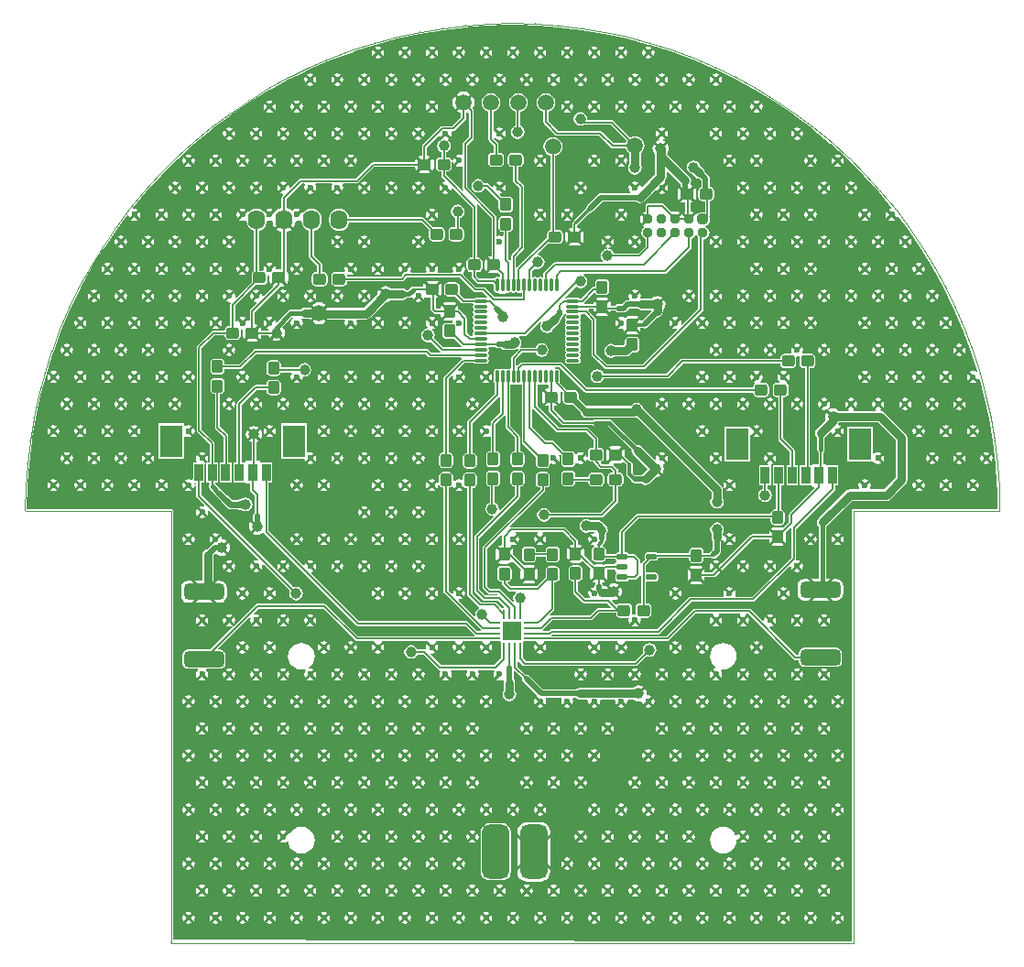
<source format=gtl>
%FSLAX25Y25*%
%MOIN*%
G70*
G01*
G75*
G04 Layer_Physical_Order=1*
G04 Layer_Color=255*
G04:AMPARAMS|DCode=10|XSize=41.34mil|YSize=47.24mil|CornerRadius=10.34mil|HoleSize=0mil|Usage=FLASHONLY|Rotation=270.000|XOffset=0mil|YOffset=0mil|HoleType=Round|Shape=RoundedRectangle|*
%AMROUNDEDRECTD10*
21,1,0.04134,0.02658,0,0,270.0*
21,1,0.02067,0.04724,0,0,270.0*
1,1,0.02067,-0.01329,-0.01034*
1,1,0.02067,-0.01329,0.01034*
1,1,0.02067,0.01329,0.01034*
1,1,0.02067,0.01329,-0.01034*
%
%ADD10ROUNDEDRECTD10*%
G04:AMPARAMS|DCode=11|XSize=21.65mil|YSize=39.37mil|CornerRadius=5.41mil|HoleSize=0mil|Usage=FLASHONLY|Rotation=270.000|XOffset=0mil|YOffset=0mil|HoleType=Round|Shape=RoundedRectangle|*
%AMROUNDEDRECTD11*
21,1,0.02165,0.02854,0,0,270.0*
21,1,0.01083,0.03937,0,0,270.0*
1,1,0.01083,-0.01427,-0.00541*
1,1,0.01083,-0.01427,0.00541*
1,1,0.01083,0.01427,0.00541*
1,1,0.01083,0.01427,-0.00541*
%
%ADD11ROUNDEDRECTD11*%
G04:AMPARAMS|DCode=12|XSize=41.34mil|YSize=47.24mil|CornerRadius=10.34mil|HoleSize=0mil|Usage=FLASHONLY|Rotation=180.000|XOffset=0mil|YOffset=0mil|HoleType=Round|Shape=RoundedRectangle|*
%AMROUNDEDRECTD12*
21,1,0.04134,0.02658,0,0,180.0*
21,1,0.02067,0.04724,0,0,180.0*
1,1,0.02067,-0.01034,0.01329*
1,1,0.02067,0.01034,0.01329*
1,1,0.02067,0.01034,-0.01329*
1,1,0.02067,-0.01034,-0.01329*
%
%ADD12ROUNDEDRECTD12*%
%ADD13R,0.03189X0.06299*%
%ADD14R,0.08268X0.11811*%
%ADD15R,0.07087X0.07087*%
%ADD16O,0.00984X0.03543*%
%ADD17O,0.03543X0.00984*%
G04:AMPARAMS|DCode=18|XSize=145.67mil|YSize=59.06mil|CornerRadius=14.76mil|HoleSize=0mil|Usage=FLASHONLY|Rotation=180.000|XOffset=0mil|YOffset=0mil|HoleType=Round|Shape=RoundedRectangle|*
%AMROUNDEDRECTD18*
21,1,0.14567,0.02953,0,0,180.0*
21,1,0.11614,0.05906,0,0,180.0*
1,1,0.02953,-0.05807,0.01476*
1,1,0.02953,0.05807,0.01476*
1,1,0.02953,0.05807,-0.01476*
1,1,0.02953,-0.05807,-0.01476*
%
%ADD18ROUNDEDRECTD18*%
G04:AMPARAMS|DCode=19|XSize=98.43mil|YSize=196.85mil|CornerRadius=24.61mil|HoleSize=0mil|Usage=FLASHONLY|Rotation=180.000|XOffset=0mil|YOffset=0mil|HoleType=Round|Shape=RoundedRectangle|*
%AMROUNDEDRECTD19*
21,1,0.09843,0.14764,0,0,180.0*
21,1,0.04921,0.19685,0,0,180.0*
1,1,0.04921,-0.02461,0.07382*
1,1,0.04921,0.02461,0.07382*
1,1,0.04921,0.02461,-0.07382*
1,1,0.04921,-0.02461,-0.07382*
%
%ADD19ROUNDEDRECTD19*%
%ADD20C,0.05906*%
G04:AMPARAMS|DCode=21|XSize=11.81mil|YSize=47.24mil|CornerRadius=2.95mil|HoleSize=0mil|Usage=FLASHONLY|Rotation=180.000|XOffset=0mil|YOffset=0mil|HoleType=Round|Shape=RoundedRectangle|*
%AMROUNDEDRECTD21*
21,1,0.01181,0.04134,0,0,180.0*
21,1,0.00591,0.04724,0,0,180.0*
1,1,0.00591,-0.00295,0.02067*
1,1,0.00591,0.00295,0.02067*
1,1,0.00591,0.00295,-0.02067*
1,1,0.00591,-0.00295,-0.02067*
%
%ADD21ROUNDEDRECTD21*%
G04:AMPARAMS|DCode=22|XSize=11.81mil|YSize=47.24mil|CornerRadius=2.95mil|HoleSize=0mil|Usage=FLASHONLY|Rotation=90.000|XOffset=0mil|YOffset=0mil|HoleType=Round|Shape=RoundedRectangle|*
%AMROUNDEDRECTD22*
21,1,0.01181,0.04134,0,0,90.0*
21,1,0.00591,0.04724,0,0,90.0*
1,1,0.00591,0.02067,0.00295*
1,1,0.00591,0.02067,-0.00295*
1,1,0.00591,-0.02067,-0.00295*
1,1,0.00591,-0.02067,0.00295*
%
%ADD22ROUNDEDRECTD22*%
%ADD23C,0.01575*%
%ADD24C,0.00787*%
%ADD25C,0.01181*%
%ADD26C,0.01969*%
%ADD27C,0.03150*%
%ADD28C,0.02362*%
%ADD29C,0.02756*%
%ADD30C,0.00394*%
%ADD31C,0.00394*%
%ADD32O,0.06299X0.07087*%
G04:AMPARAMS|DCode=33|XSize=37.4mil|YSize=37.4mil|CornerRadius=9.35mil|HoleSize=0mil|Usage=FLASHONLY|Rotation=180.000|XOffset=0mil|YOffset=0mil|HoleType=Round|Shape=RoundedRectangle|*
%AMROUNDEDRECTD33*
21,1,0.03740,0.01870,0,0,180.0*
21,1,0.01870,0.03740,0,0,180.0*
1,1,0.01870,-0.00935,0.00935*
1,1,0.01870,0.00935,0.00935*
1,1,0.01870,0.00935,-0.00935*
1,1,0.01870,-0.00935,-0.00935*
%
%ADD33ROUNDEDRECTD33*%
%ADD34C,0.03740*%
%ADD35C,0.02362*%
%ADD36C,0.03937*%
%ADD37C,0.01969*%
G36*
X8328Y333942D02*
X8389Y333875D01*
D01*
X8389Y333875D01*
D01*
Y333875D01*
X8415Y333864D01*
X8416Y333864D01*
X8416Y333864D01*
D01*
D01*
D01*
X8416D01*
X8418Y333863D01*
X8420Y333862D01*
Y333862D01*
D01*
D01*
D01*
X8420Y333862D01*
X9466Y333864D01*
X9466D01*
X16724Y333345D01*
X16774Y333284D01*
X16774Y333284D01*
X16774Y333284D01*
D01*
D01*
X16774D01*
X16800Y333274D01*
X16869Y333331D01*
X25078Y332349D01*
X25118Y332295D01*
Y332295D01*
X25118D01*
D01*
D01*
X25118D01*
Y332295D01*
D01*
D01*
X25118D01*
X25121Y332294D01*
Y332294D01*
X25121D01*
X25143Y332285D01*
X25146Y332283D01*
Y332283D01*
D01*
X25146D01*
D01*
D01*
X25209Y332330D01*
X33377Y330957D01*
X33411Y330906D01*
X33411Y330906D01*
X33411D01*
Y330906D01*
X33411D01*
D01*
D01*
X33411Y330906D01*
X33422Y330902D01*
X33411Y330906D01*
X33411Y330906D01*
X33439Y330894D01*
D01*
D01*
D01*
D01*
X33672Y330896D01*
X33672D01*
X41597Y329172D01*
X41626Y329124D01*
X41626Y329124D01*
X41626D01*
D01*
D01*
X41626Y329124D01*
D01*
Y329124D01*
X41626Y329124D01*
X41627Y329123D01*
X41628Y329123D01*
X41628Y329123D01*
X41628D01*
D01*
X41645Y329116D01*
D01*
X41651Y329114D01*
X41652Y329113D01*
Y329113D01*
X41652Y329113D01*
Y329113D01*
D01*
D01*
X41652Y329113D01*
D01*
D01*
D01*
D01*
X41704Y329145D01*
X49722Y326997D01*
X49747Y326951D01*
Y326951D01*
X49747D01*
X49747Y326951D01*
X49773Y326941D01*
D01*
D01*
X49773D01*
D01*
D01*
D01*
X49822Y326968D01*
X57732Y324439D01*
X57754Y324394D01*
X57754Y324394D01*
D01*
X57754Y324394D01*
D01*
Y324394D01*
X57754Y324394D01*
X57756Y324394D01*
Y324394D01*
X57756Y324394D01*
X57762Y324391D01*
X57756Y324394D01*
X57756Y324394D01*
X57779Y324384D01*
Y324384D01*
X57779Y324384D01*
X57779Y324384D01*
X57780D01*
Y324384D01*
D01*
X57826Y324407D01*
X65613Y321502D01*
X65632Y321457D01*
Y321457D01*
X65632Y321457D01*
X65632Y321457D01*
X65632D01*
X65632D01*
Y321457D01*
D01*
X65633Y321456D01*
X65642Y321452D01*
X65656Y321447D01*
X65658Y321446D01*
D01*
Y321446D01*
D01*
Y321446D01*
X65658Y321446D01*
X65658Y321446D01*
D01*
D01*
D01*
D01*
X65748Y321447D01*
X65748D01*
X65748Y321447D01*
Y321447D01*
X73340Y318196D01*
X73357Y318148D01*
X73357Y318148D01*
X73357Y318148D01*
D01*
X73358Y318148D01*
X73359Y318148D01*
X73357Y318148D01*
X73357Y318148D01*
X73384Y318137D01*
D01*
D01*
X73384D01*
X73384Y318137D01*
D01*
X73384D01*
D01*
D01*
X73419Y318150D01*
X73430Y318155D01*
X80203Y314865D01*
X80920Y314473D01*
D01*
D01*
D01*
X80920Y314473D01*
D01*
D01*
D01*
X80920D01*
D01*
D01*
X80937Y314466D01*
X80942Y314464D01*
X80944Y314463D01*
Y314463D01*
X80945Y314463D01*
X80945Y314463D01*
X80947Y314462D01*
X80947Y314462D01*
Y314462D01*
X80947Y314462D01*
D01*
D01*
D01*
X80947D01*
X80947D01*
X80947Y314462D01*
X80947D01*
X80995Y314477D01*
X88282Y310498D01*
X88297Y310442D01*
Y310442D01*
X88321Y310432D01*
X88321Y310432D01*
Y310432D01*
X88321Y310432D01*
D01*
D01*
D01*
X88321Y310432D01*
X88373Y310445D01*
X95455Y306129D01*
X95469Y306065D01*
X95469D01*
X95469Y306065D01*
X95497Y306053D01*
Y306053D01*
X95497Y306053D01*
D01*
D01*
D01*
X95497D01*
D01*
X95555Y306065D01*
X102418Y301420D01*
X102431Y301347D01*
X102431D01*
X102431Y301347D01*
X102459Y301335D01*
Y301335D01*
X102459Y301335D01*
Y301335D01*
X102459Y301335D01*
Y301335D01*
X102459Y301335D01*
D01*
D01*
D01*
D01*
D01*
X102459D01*
X102522Y301346D01*
X109145Y296388D01*
X109155Y296305D01*
D01*
Y296305D01*
D01*
D01*
X109155D01*
Y296304D01*
D01*
X109155D01*
Y296304D01*
X109155D01*
X109155Y296304D01*
X109180Y296294D01*
X109181Y296294D01*
Y296294D01*
X109181D01*
D01*
D01*
D01*
X109181D01*
D01*
D01*
X109181Y296294D01*
X109254Y296303D01*
X115621Y291045D01*
X115628Y290952D01*
X115628Y290948D01*
D01*
D01*
Y290948D01*
X115628D01*
D01*
D01*
D01*
X115628Y290948D01*
X115634Y290946D01*
D01*
D01*
D01*
D01*
D01*
X115640Y290943D01*
X115658Y290936D01*
D01*
D01*
X115658Y290936D01*
D01*
D01*
D01*
D01*
D01*
X115658Y290936D01*
D01*
D01*
D01*
D01*
D01*
D01*
D01*
X115741Y290942D01*
X121841Y285397D01*
X121843Y285304D01*
D01*
X121843Y285286D01*
D01*
D01*
D01*
X121843D01*
X121843Y285286D01*
X121843Y285286D01*
X121843Y285286D01*
Y285286D01*
Y285286D01*
X121843Y285286D01*
X121843Y285286D01*
Y285286D01*
D01*
X121862Y285278D01*
X121874Y285274D01*
D01*
D01*
X121874D01*
D01*
D01*
D01*
D01*
X121874D01*
X121968Y285276D01*
D01*
X127796Y279449D01*
X127793Y279354D01*
X127793D01*
Y279354D01*
D01*
D01*
D01*
D01*
D01*
X127793Y279354D01*
X127798Y279342D01*
X127806Y279324D01*
X127806D01*
D01*
D01*
D01*
D01*
X127806D01*
D01*
D01*
D01*
X127917Y279321D01*
X133461Y273222D01*
X133455Y273138D01*
X133455D01*
Y273138D01*
D01*
Y273138D01*
D01*
Y273138D01*
Y273138D01*
D01*
D01*
X133468Y273108D01*
X133468D01*
D01*
X133468D01*
D01*
D01*
X133565Y273102D01*
X138020Y267706D01*
X137852Y267235D01*
X137240Y267114D01*
X136942Y266915D01*
X138444Y265413D01*
X139946Y263911D01*
X140145Y264208D01*
X140146Y264210D01*
X140633Y264321D01*
X143866Y260002D01*
X143855Y259940D01*
X143855D01*
X143855Y259940D01*
X143855Y259940D01*
D01*
D01*
D01*
X143855D01*
Y259940D01*
Y259940D01*
X143855D01*
X143855Y259940D01*
X143855D01*
X143856Y259937D01*
X143867Y259911D01*
X143926Y259901D01*
X143939Y259899D01*
X148585Y253035D01*
X148573Y252978D01*
X148573D01*
X148573Y252978D01*
X148573Y252978D01*
D01*
D01*
X148573Y252978D01*
X148573D01*
X148573Y252978D01*
X148574Y252975D01*
X148584Y252950D01*
X148648Y252936D01*
X152965Y245854D01*
X152951Y245802D01*
X152951Y245802D01*
D01*
D01*
X152951Y245802D01*
X152951D01*
X152951Y245802D01*
X152961Y245778D01*
X152961D01*
X153018Y245762D01*
X156997Y238475D01*
X156981Y238427D01*
Y238427D01*
X156981Y238427D01*
X156981Y238427D01*
X156981D01*
Y238427D01*
D01*
D01*
X156981Y238427D01*
X156981D01*
X156981Y238427D01*
X156983Y238423D01*
X156985Y238418D01*
X156992Y238401D01*
X157038Y238386D01*
X157044Y238385D01*
X160674Y230911D01*
X160657Y230864D01*
D01*
X160657Y230864D01*
X160657Y230864D01*
X160657Y230864D01*
Y230864D01*
D01*
D01*
D01*
D01*
D01*
X160657Y230864D01*
X160657D01*
X160663Y230849D01*
X160668Y230838D01*
D01*
D01*
Y230838D01*
X160715Y230820D01*
X163966Y223229D01*
X163966D01*
X163966Y223229D01*
X163966Y223140D01*
D01*
X163966Y223138D01*
D01*
Y223138D01*
D01*
D01*
Y223138D01*
D01*
X163966Y223138D01*
X163966D01*
X163966Y223138D01*
X163966Y223136D01*
X163971Y223125D01*
X163976Y223113D01*
D01*
X163976Y223113D01*
Y223113D01*
X163976Y223113D01*
Y223113D01*
X164022Y223093D01*
X166926Y215307D01*
X166903Y215260D01*
D01*
Y215260D01*
X166903Y215260D01*
X166903Y215260D01*
X166903D01*
D01*
X166903Y215260D01*
X166903D01*
D01*
X166903Y215260D01*
X166903D01*
X166913Y215236D01*
X166913D01*
X166914Y215234D01*
Y215234D01*
X166914D01*
Y215234D01*
X166959Y215213D01*
X169226Y208121D01*
X168826Y207820D01*
X168469Y208059D01*
X167618Y208228D01*
X166767Y208059D01*
X166470Y207860D01*
X167972Y206358D01*
X169474Y204855D01*
X169617Y205069D01*
X170110Y204988D01*
X171665Y199185D01*
X171633Y199132D01*
X171633D01*
D01*
D01*
D01*
D01*
D01*
D01*
D01*
D01*
X171633Y199132D01*
D01*
D01*
D01*
D01*
Y199132D01*
X171633D01*
D01*
D01*
X171633D01*
X171633Y199132D01*
X171633D01*
X171633Y199132D01*
X171633Y199132D01*
X171633Y199132D01*
X171633Y199131D01*
X171636Y199126D01*
X171636Y199126D01*
D01*
X171636Y199125D01*
X171637Y199123D01*
X171637Y199123D01*
X171639Y199117D01*
X171643Y199108D01*
Y199108D01*
D01*
X171644Y199106D01*
X171681Y199083D01*
X171691Y199077D01*
X173453Y190978D01*
X173414Y190920D01*
Y190920D01*
Y190920D01*
D01*
D01*
X173414D01*
D01*
D01*
Y190920D01*
X173414D01*
D01*
D01*
X173414D01*
Y190920D01*
X173426Y190892D01*
X173426D01*
X173477Y190857D01*
X174850Y182690D01*
X174803Y182627D01*
Y182627D01*
Y182627D01*
D01*
X174803D01*
Y182627D01*
D01*
X174803D01*
X174807Y182616D01*
X174815Y182598D01*
X174867Y182560D01*
X174869Y182558D01*
X175851Y174350D01*
X175793Y174280D01*
Y174280D01*
Y174280D01*
X175804Y174254D01*
X175865Y174204D01*
X176358Y167310D01*
X176358Y167310D01*
X176358Y167309D01*
X176378Y166142D01*
X176378Y165910D01*
X176378Y165910D01*
D01*
D01*
X176378D01*
X176379Y165907D01*
X176384Y165896D01*
X176384Y165896D01*
X176384Y165896D01*
X176395Y165869D01*
X176395D01*
D01*
D01*
D01*
X176395Y165869D01*
D01*
X176461Y165809D01*
X176639Y158344D01*
X176290Y157986D01*
X124213Y157986D01*
X123944Y157932D01*
X123716Y157780D01*
X123564Y157552D01*
X123510Y157283D01*
Y506D01*
X71917Y506D01*
X-123510Y1273D01*
Y157283D01*
X-123564Y157552D01*
X-123716Y157780D01*
X-123944Y157932D01*
X-124213Y157986D01*
X-176290Y157986D01*
X-176639Y158344D01*
X-176461Y165809D01*
X-176395Y165869D01*
D01*
Y165869D01*
D01*
D01*
D01*
X-176395D01*
D01*
D01*
D01*
X-176395D01*
X-176384Y165896D01*
X-176384Y165896D01*
Y165896D01*
X-176384D01*
X-176383Y165898D01*
X-176382Y165900D01*
X-176382Y165900D01*
X-176382Y166969D01*
X-176392Y166830D01*
X-175865Y174204D01*
X-175804Y174254D01*
Y174254D01*
X-175804Y174254D01*
Y174254D01*
X-175804D01*
Y174254D01*
X-175793Y174280D01*
X-175829Y174323D01*
X-175829Y174323D01*
X-175842Y174339D01*
X-175851Y174349D01*
X-174869Y182558D01*
X-174815Y182598D01*
D01*
D01*
D01*
X-174815D01*
X-174815D01*
D01*
D01*
X-174815D01*
D01*
X-174815Y182599D01*
X-174814Y182601D01*
D01*
D01*
X-174803Y182627D01*
X-174803D01*
X-174661Y183812D01*
X-173477Y190857D01*
X-173426Y190891D01*
D01*
X-173426D01*
Y190891D01*
Y190891D01*
X-173426Y190891D01*
D01*
D01*
Y190891D01*
X-173426D01*
X-173415Y190918D01*
X-173415Y190919D01*
X-173414Y190919D01*
X-173414Y190920D01*
D01*
D01*
Y190920D01*
D01*
D01*
D01*
D01*
X-171691Y199077D01*
X-171691Y199077D01*
X-171644Y199106D01*
D01*
D01*
D01*
D01*
D01*
D01*
Y199106D01*
X-171644D01*
D01*
D01*
D01*
X-171644D01*
D01*
D01*
D01*
D01*
X-171644Y199106D01*
D01*
D01*
D01*
D01*
Y199106D01*
D01*
D01*
X-171643Y199108D01*
X-171643Y199108D01*
X-171637Y199122D01*
D01*
X-171637Y199123D01*
X-171636Y199124D01*
D01*
D01*
Y199124D01*
X-171637Y199123D01*
X-171636Y199124D01*
X-171633Y199131D01*
X-171633Y199132D01*
X-171633Y199132D01*
X-171633D01*
X-171633Y199132D01*
X-171633D01*
Y199132D01*
D01*
D01*
X-171633Y199132D01*
X-169517Y207203D01*
X-169517Y207203D01*
X-169471Y207228D01*
D01*
D01*
D01*
D01*
Y207228D01*
X-169471D01*
D01*
D01*
D01*
X-169471D01*
D01*
D01*
X-169471Y207228D01*
D01*
D01*
Y207228D01*
D01*
Y207228D01*
X-169471Y207228D01*
X-169463Y207246D01*
X-169461Y207253D01*
D01*
Y207253D01*
D01*
X-166959Y215212D01*
X-166959Y215212D01*
X-166948Y215218D01*
X-166914Y215234D01*
Y215234D01*
X-166914D01*
X-166914D01*
X-166914Y215234D01*
X-166903Y215260D01*
X-166903Y215260D01*
X-166903D01*
X-166903Y215260D01*
X-166903D01*
D01*
D01*
D01*
X-166904Y215261D01*
Y215261D01*
D01*
X-164022Y223093D01*
X-163976Y223113D01*
X-163976Y223113D01*
D01*
D01*
X-163966Y223137D01*
X-163966Y223138D01*
X-162304Y227066D01*
X-162452Y226716D01*
X-162304Y227066D01*
X-160715Y230820D01*
X-160668Y230838D01*
D01*
D01*
D01*
X-160668D01*
D01*
Y230838D01*
D01*
D01*
D01*
D01*
X-160668D01*
D01*
Y230838D01*
D01*
D01*
X-160668D01*
X-160668Y230838D01*
X-157082Y238305D01*
X-157044Y238385D01*
X-156992Y238401D01*
D01*
X-156992D01*
Y238401D01*
D01*
D01*
X-156992Y238401D01*
D01*
D01*
D01*
D01*
X-156984Y238422D01*
X-156983Y238422D01*
X-156983Y238423D01*
X-156983Y238425D01*
X-156983Y238425D01*
Y238425D01*
D01*
X-156983D01*
X-156983D01*
Y238425D01*
D01*
X-156983Y238425D01*
X-153018Y245762D01*
X-152961Y245777D01*
X-152961D01*
X-152951Y245802D01*
X-152951Y245802D01*
D01*
X-152631Y246401D01*
X-148649Y252936D01*
X-148584Y252950D01*
Y252950D01*
X-148584Y252950D01*
X-148573Y252978D01*
X-148573D01*
D01*
X-148573D01*
D01*
Y252978D01*
X-143939Y259899D01*
X-143867Y259911D01*
Y259911D01*
X-143867Y259911D01*
X-143855Y259940D01*
X-143855D01*
X-143855Y259940D01*
X-143855D01*
Y259940D01*
D01*
X-143855Y259940D01*
D01*
D01*
D01*
Y259940D01*
X-143865Y259996D01*
X-143866Y260002D01*
X-140166Y264944D01*
X-139679Y264833D01*
X-139555Y264208D01*
X-139356Y263911D01*
X-137854Y265413D01*
X-136351Y266915D01*
X-136649Y267114D01*
X-137500Y267283D01*
X-137810Y267221D01*
X-138066Y267651D01*
X-133565Y273102D01*
X-133468Y273108D01*
Y273108D01*
Y273108D01*
X-133468D01*
Y273108D01*
D01*
D01*
X-133468D01*
X-130661Y276251D01*
X-130657Y276255D01*
X-127820Y279323D01*
X-127806Y279324D01*
Y279324D01*
D01*
D01*
Y279324D01*
X-127806Y279324D01*
X-127806Y279324D01*
D01*
D01*
X-127806D01*
D01*
X-127806Y279324D01*
D01*
X-127806D01*
D01*
D01*
D01*
Y279324D01*
X-121968Y285276D01*
D01*
D01*
X-121874Y285273D01*
D01*
D01*
X-121874Y285273D01*
D01*
X-121874Y285273D01*
D01*
D01*
D01*
X-121874D01*
D01*
X-121843Y285286D01*
D01*
X-121843D01*
D01*
Y285286D01*
X-115634Y290945D01*
Y290945D01*
X-115634Y290946D01*
X-115634Y290946D01*
X-115634Y290946D01*
X-115628Y290948D01*
D01*
X-115628D01*
Y290948D01*
X-115628D01*
D01*
D01*
X-115569Y291000D01*
X-115571Y290998D01*
X-115569Y291000D01*
X-115460Y291092D01*
X-109254Y296303D01*
X-109181Y296294D01*
Y296294D01*
X-109181D01*
X-109181Y296294D01*
D01*
X-109181D01*
Y296294D01*
X-109181Y296294D01*
X-109181Y296294D01*
X-109155Y296304D01*
Y296304D01*
X-109145Y296388D01*
X-102522Y301346D01*
X-102459Y301335D01*
D01*
X-102459D01*
Y301335D01*
X-102459D01*
X-102459Y301335D01*
D01*
X-102459D01*
Y301335D01*
X-102459Y301335D01*
Y301335D01*
X-102431Y301347D01*
X-102419Y301420D01*
X-95555Y306065D01*
X-95497Y306053D01*
D01*
X-95497D01*
Y306053D01*
X-95497D01*
D01*
X-95497Y306053D01*
D01*
D01*
X-95497D01*
D01*
D01*
D01*
D01*
X-95497Y306053D01*
X-95469Y306065D01*
X-95468Y306071D01*
X-88374Y310445D01*
X-88322Y310432D01*
Y310432D01*
D01*
X-88322Y310432D01*
X-88322D01*
X-88322D01*
Y310432D01*
D01*
X-88297Y310442D01*
X-88297D01*
X-87601Y310866D01*
X-80942Y314464D01*
X-80942D01*
X-80942Y314464D01*
X-80937Y314466D01*
X-80921Y314473D01*
D01*
X-80921D01*
Y314473D01*
X-80128Y314864D01*
X-80126Y314865D01*
X-77152Y316326D01*
X-73360Y318147D01*
X-73358Y318148D01*
D01*
D01*
D01*
D01*
D01*
D01*
D01*
X-65748Y321447D01*
X-65705Y321465D01*
X-65704Y321466D01*
X-65658Y321446D01*
D01*
D01*
D01*
D01*
X-65658D01*
X-65658Y321446D01*
X-65658D01*
D01*
D01*
D01*
D01*
X-65658D01*
Y321446D01*
D01*
D01*
X-65658D01*
D01*
D01*
D01*
D01*
D01*
X-65658D01*
D01*
D01*
X-65658Y321446D01*
X-61870Y322878D01*
X-61712Y322937D01*
X-57781Y324384D01*
X-57781Y324384D01*
Y324384D01*
X-57780Y324384D01*
X-57780Y324384D01*
D01*
D01*
D01*
X-57780D01*
Y324384D01*
X-57780D01*
X-57780D01*
Y324384D01*
X-57780Y324384D01*
X-57754Y324394D01*
X-57754Y324394D01*
Y324394D01*
D01*
D01*
D01*
X-57754Y324394D01*
X-49822Y326968D01*
X-49773Y326941D01*
D01*
X-49773D01*
Y326941D01*
X-49773D01*
D01*
D01*
X-49772Y326941D01*
X-49748Y326951D01*
D01*
X-41704Y329146D01*
X-41651Y329114D01*
D01*
Y329113D01*
D01*
X-41651D01*
Y329113D01*
X-41651Y329113D01*
Y329113D01*
X-41648Y329115D01*
X-41626Y329124D01*
D01*
X-33672Y330895D01*
X-33672Y330896D01*
X-33441Y330896D01*
X-33440Y330894D01*
X-33440Y330894D01*
Y330894D01*
X-33440Y330894D01*
D01*
Y330894D01*
X-33440D01*
D01*
D01*
D01*
D01*
X-33434Y330896D01*
X-33412Y330906D01*
X-25209Y332330D01*
X-25146Y332283D01*
X-25146Y332283D01*
X-25146D01*
Y332283D01*
X-25146D01*
D01*
Y332283D01*
X-25144Y332285D01*
X-25121Y332294D01*
X-25121D01*
Y332294D01*
X-25118Y332295D01*
D01*
X-16870Y333331D01*
X-16869Y333331D01*
X-16800Y333274D01*
Y333274D01*
X-16774Y333284D01*
D01*
X-16774Y333284D01*
Y333284D01*
X-15756Y333406D01*
X-8564Y333864D01*
X-8422D01*
X-8420Y333862D01*
X-8420D01*
X-8420D01*
Y333862D01*
X-8420D01*
D01*
Y333862D01*
X-8418Y333863D01*
X-8416Y333864D01*
X-8416D01*
Y333864D01*
X-8416Y333864D01*
Y333864D01*
D01*
X-8415Y333864D01*
X-8389Y333875D01*
D01*
X-3113Y334065D01*
X-14Y334065D01*
X-0Y334059D01*
D01*
D01*
D01*
D01*
X14Y334065D01*
X3162Y334065D01*
X3162Y334065D01*
Y334065D01*
X8328Y333942D01*
D02*
G37*
%LPC*%
G36*
X-86432Y89042D02*
X-87580Y87894D01*
X-86432Y86745D01*
X-86233Y87043D01*
X-86063Y87894D01*
X-86233Y88745D01*
X-86432Y89042D01*
D02*
G37*
G36*
X-80301D02*
X-80499Y88745D01*
X-80669Y87894D01*
X-80499Y87043D01*
X-80301Y86745D01*
X-79152Y87894D01*
X-80301Y89042D01*
D02*
G37*
G36*
X-96274D02*
X-97423Y87894D01*
X-96274Y86745D01*
X-96075Y87043D01*
X-95906Y87894D01*
X-96075Y88745D01*
X-96274Y89042D01*
D02*
G37*
G36*
X-90143D02*
X-90342Y88745D01*
X-90511Y87894D01*
X-90342Y87043D01*
X-90143Y86745D01*
X-88994Y87894D01*
X-90143Y89042D01*
D02*
G37*
G36*
X-66747D02*
X-67895Y87894D01*
X-66747Y86745D01*
X-66548Y87043D01*
X-66378Y87894D01*
X-66548Y88745D01*
X-66747Y89042D01*
D02*
G37*
G36*
X-60615D02*
X-60814Y88745D01*
X-60984Y87894D01*
X-60814Y87043D01*
X-60615Y86745D01*
X-59467Y87894D01*
X-60615Y89042D01*
D02*
G37*
G36*
X-76589D02*
X-77738Y87894D01*
X-76589Y86745D01*
X-76390Y87043D01*
X-76221Y87894D01*
X-76390Y88745D01*
X-76589Y89042D01*
D02*
G37*
G36*
X-70458D02*
X-70657Y88745D01*
X-70826Y87894D01*
X-70657Y87043D01*
X-70458Y86745D01*
X-69309Y87894D01*
X-70458Y89042D01*
D02*
G37*
G36*
X-99986D02*
X-100184Y88745D01*
X-100354Y87894D01*
X-100184Y87043D01*
X-99986Y86745D01*
X-98837Y87894D01*
X-99986Y89042D01*
D02*
G37*
G36*
X108563Y87187D02*
X107414Y86038D01*
X107712Y85839D01*
X108563Y85670D01*
X109414Y85839D01*
X109712Y86038D01*
X108563Y87187D01*
D02*
G37*
G36*
X118405D02*
X117257Y86038D01*
X117554Y85839D01*
X118405Y85670D01*
X119257Y85839D01*
X119554Y86038D01*
X118405Y87187D01*
D02*
G37*
G36*
X88878D02*
X87729Y86038D01*
X88027Y85839D01*
X88878Y85670D01*
X89729Y85839D01*
X90027Y86038D01*
X88878Y87187D01*
D02*
G37*
G36*
X98721D02*
X97572Y86038D01*
X97869Y85839D01*
X98721Y85670D01*
X99572Y85839D01*
X99869Y86038D01*
X98721Y87187D01*
D02*
G37*
G36*
X-109828Y89042D02*
X-110027Y88745D01*
X-110196Y87894D01*
X-110027Y87043D01*
X-109828Y86745D01*
X-108679Y87894D01*
X-109828Y89042D01*
D02*
G37*
G36*
X-106117D02*
X-107265Y87894D01*
X-106117Y86745D01*
X-105918Y87043D01*
X-105749Y87894D01*
X-105918Y88745D01*
X-106117Y89042D01*
D02*
G37*
G36*
X-119671D02*
X-119869Y88745D01*
X-120039Y87894D01*
X-119869Y87043D01*
X-119671Y86745D01*
X-118522Y87894D01*
X-119671Y89042D01*
D02*
G37*
G36*
X-115959D02*
X-117108Y87894D01*
X-115959Y86745D01*
X-115760Y87043D01*
X-115591Y87894D01*
X-115760Y88745D01*
X-115959Y89042D01*
D02*
G37*
G36*
X-56904D02*
X-58053Y87894D01*
X-56904Y86745D01*
X-56705Y87043D01*
X-56536Y87894D01*
X-56705Y88745D01*
X-56904Y89042D01*
D02*
G37*
G36*
X51364D02*
X50215Y87894D01*
X51364Y86745D01*
X51562Y87043D01*
X51732Y87894D01*
X51562Y88745D01*
X51364Y89042D01*
D02*
G37*
G36*
X57495D02*
X57296Y88745D01*
X57127Y87894D01*
X57296Y87043D01*
X57495Y86745D01*
X58643Y87894D01*
X57495Y89042D01*
D02*
G37*
G36*
X-7692D02*
X-8840Y87894D01*
X-7692Y86745D01*
X-7493Y87043D01*
X-7323Y87894D01*
X-7493Y88745D01*
X-7692Y89042D01*
D02*
G37*
G36*
X8282D02*
X8083Y88745D01*
X7914Y87894D01*
X8083Y87043D01*
X8282Y86745D01*
X9431Y87894D01*
X8282Y89042D01*
D02*
G37*
G36*
X71049D02*
X69900Y87894D01*
X71049Y86745D01*
X71248Y87043D01*
X71417Y87894D01*
X71248Y88745D01*
X71049Y89042D01*
D02*
G37*
G36*
X77180D02*
X76981Y88745D01*
X76812Y87894D01*
X76981Y87043D01*
X77180Y86745D01*
X78328Y87894D01*
X77180Y89042D01*
D02*
G37*
G36*
X61206D02*
X60057Y87894D01*
X61206Y86745D01*
X61405Y87043D01*
X61574Y87894D01*
X61405Y88745D01*
X61206Y89042D01*
D02*
G37*
G36*
X67337D02*
X67138Y88745D01*
X66969Y87894D01*
X67138Y87043D01*
X67337Y86745D01*
X68486Y87894D01*
X67337Y89042D01*
D02*
G37*
G36*
X-11403D02*
X-11602Y88745D01*
X-11771Y87894D01*
X-11602Y87043D01*
X-11403Y86745D01*
X-10254Y87894D01*
X-11403Y89042D01*
D02*
G37*
G36*
X-40931D02*
X-41129Y88745D01*
X-41299Y87894D01*
X-41129Y87043D01*
X-40931Y86745D01*
X-39782Y87894D01*
X-40931Y89042D01*
D02*
G37*
G36*
X-37219D02*
X-38368Y87894D01*
X-37219Y86745D01*
X-37020Y87043D01*
X-36851Y87894D01*
X-37020Y88745D01*
X-37219Y89042D01*
D02*
G37*
G36*
X-50773D02*
X-50972Y88745D01*
X-51141Y87894D01*
X-50972Y87043D01*
X-50773Y86745D01*
X-49624Y87894D01*
X-50773Y89042D01*
D02*
G37*
G36*
X-47062D02*
X-48210Y87894D01*
X-47062Y86745D01*
X-46863Y87043D01*
X-46694Y87894D01*
X-46863Y88745D01*
X-47062Y89042D01*
D02*
G37*
G36*
X-21245D02*
X-21444Y88745D01*
X-21614Y87894D01*
X-21444Y87043D01*
X-21245Y86745D01*
X-20097Y87894D01*
X-21245Y89042D01*
D02*
G37*
G36*
X-17534D02*
X-18683Y87894D01*
X-17534Y86745D01*
X-17335Y87043D01*
X-17166Y87894D01*
X-17335Y88745D01*
X-17534Y89042D01*
D02*
G37*
G36*
X-31088D02*
X-31287Y88745D01*
X-31456Y87894D01*
X-31287Y87043D01*
X-31088Y86745D01*
X-29939Y87894D01*
X-31088Y89042D01*
D02*
G37*
G36*
X-27376D02*
X-28525Y87894D01*
X-27376Y86745D01*
X-27178Y87043D01*
X-27008Y87894D01*
X-27178Y88745D01*
X-27376Y89042D01*
D02*
G37*
G36*
X79036Y87187D02*
X77887Y86038D01*
X78184Y85839D01*
X79036Y85670D01*
X79887Y85839D01*
X80184Y86038D01*
X79036Y87187D01*
D02*
G37*
G36*
X74114Y80275D02*
X73263Y80106D01*
X72966Y79907D01*
X74114Y78758D01*
X75263Y79907D01*
X74965Y80106D01*
X74114Y80275D01*
D02*
G37*
G36*
X83957D02*
X83106Y80106D01*
X82808Y79907D01*
X83957Y78758D01*
X85105Y79907D01*
X84808Y80106D01*
X83957Y80275D01*
D02*
G37*
G36*
X54429D02*
X53578Y80106D01*
X53281Y79907D01*
X54429Y78758D01*
X55578Y79907D01*
X55280Y80106D01*
X54429Y80275D01*
D02*
G37*
G36*
X64272D02*
X63421Y80106D01*
X63123Y79907D01*
X64272Y78758D01*
X65420Y79907D01*
X65123Y80106D01*
X64272Y80275D01*
D02*
G37*
G36*
X113484D02*
X112633Y80106D01*
X112336Y79907D01*
X113484Y78758D01*
X114633Y79907D01*
X114335Y80106D01*
X113484Y80275D01*
D02*
G37*
G36*
X-117815Y87187D02*
X-118964Y86038D01*
X-118666Y85839D01*
X-117815Y85670D01*
X-116964Y85839D01*
X-116666Y86038D01*
X-117815Y87187D01*
D02*
G37*
G36*
X93799Y80275D02*
X92948Y80106D01*
X92651Y79907D01*
X93799Y78758D01*
X94948Y79907D01*
X94650Y80106D01*
X93799Y80275D01*
D02*
G37*
G36*
X103642D02*
X102791Y80106D01*
X102493Y79907D01*
X103642Y78758D01*
X104790Y79907D01*
X104493Y80106D01*
X103642Y80275D01*
D02*
G37*
G36*
X34744D02*
X33893Y80106D01*
X33595Y79907D01*
X34744Y78758D01*
X35893Y79907D01*
X35595Y80106D01*
X34744Y80275D01*
D02*
G37*
G36*
X-34154D02*
X-35004Y80106D01*
X-35302Y79907D01*
X-34154Y78758D01*
X-33005Y79907D01*
X-33303Y80106D01*
X-34154Y80275D01*
D02*
G37*
G36*
X-24311D02*
X-25162Y80106D01*
X-25460Y79907D01*
X-24311Y78758D01*
X-23162Y79907D01*
X-23460Y80106D01*
X-24311Y80275D01*
D02*
G37*
G36*
X-53838D02*
X-54690Y80106D01*
X-54987Y79907D01*
X-53838Y78758D01*
X-52690Y79907D01*
X-52987Y80106D01*
X-53838Y80275D01*
D02*
G37*
G36*
X-43996D02*
X-44847Y80106D01*
X-45145Y79907D01*
X-43996Y78758D01*
X-42847Y79907D01*
X-43145Y80106D01*
X-43996Y80275D01*
D02*
G37*
G36*
X15059D02*
X14208Y80106D01*
X13911Y79907D01*
X15059Y78758D01*
X16208Y79907D01*
X15910Y80106D01*
X15059Y80275D01*
D02*
G37*
G36*
X24902D02*
X24051Y80106D01*
X23753Y79907D01*
X24902Y78758D01*
X26050Y79907D01*
X25753Y80106D01*
X24902Y80275D01*
D02*
G37*
G36*
X-14469D02*
X-15319Y80106D01*
X-15617Y79907D01*
X-14469Y78758D01*
X-13320Y79907D01*
X-13617Y80106D01*
X-14469Y80275D01*
D02*
G37*
G36*
X5217D02*
X4366Y80106D01*
X4068Y79907D01*
X5217Y78758D01*
X6365Y79907D01*
X6068Y80106D01*
X5217Y80275D01*
D02*
G37*
G36*
X-107972Y87187D02*
X-109121Y86038D01*
X-108823Y85839D01*
X-107972Y85670D01*
X-107121Y85839D01*
X-106824Y86038D01*
X-107972Y87187D01*
D02*
G37*
G36*
X19980D02*
X18832Y86038D01*
X19129Y85839D01*
X19980Y85670D01*
X20831Y85839D01*
X21129Y86038D01*
X19980Y87187D01*
D02*
G37*
G36*
X29823D02*
X28674Y86038D01*
X28972Y85839D01*
X29823Y85670D01*
X30674Y85839D01*
X30972Y86038D01*
X29823Y87187D01*
D02*
G37*
G36*
X-9547D02*
X-10696Y86038D01*
X-10398Y85839D01*
X-9547Y85670D01*
X-8696Y85839D01*
X-8399Y86038D01*
X-9547Y87187D01*
D02*
G37*
G36*
X10138D02*
X8989Y86038D01*
X9287Y85839D01*
X10138Y85670D01*
X10989Y85839D01*
X11286Y86038D01*
X10138Y87187D01*
D02*
G37*
G36*
X59350D02*
X58202Y86038D01*
X58499Y85839D01*
X59350Y85670D01*
X60201Y85839D01*
X60499Y86038D01*
X59350Y87187D01*
D02*
G37*
G36*
X69193D02*
X68044Y86038D01*
X68342Y85839D01*
X69193Y85670D01*
X70044Y85839D01*
X70342Y86038D01*
X69193Y87187D01*
D02*
G37*
G36*
X39665D02*
X38517Y86038D01*
X38814Y85839D01*
X39665Y85670D01*
X40516Y85839D01*
X40814Y86038D01*
X39665Y87187D01*
D02*
G37*
G36*
X49508D02*
X48359Y86038D01*
X48657Y85839D01*
X49508Y85670D01*
X50359Y85839D01*
X50656Y86038D01*
X49508Y87187D01*
D02*
G37*
G36*
X-19390D02*
X-20538Y86038D01*
X-20241Y85839D01*
X-19390Y85670D01*
X-18539Y85839D01*
X-18241Y86038D01*
X-19390Y87187D01*
D02*
G37*
G36*
X-78445D02*
X-79593Y86038D01*
X-79296Y85839D01*
X-78445Y85670D01*
X-77594Y85839D01*
X-77296Y86038D01*
X-78445Y87187D01*
D02*
G37*
G36*
X-68602D02*
X-69751Y86038D01*
X-69453Y85839D01*
X-68602Y85670D01*
X-67751Y85839D01*
X-67454Y86038D01*
X-68602Y87187D01*
D02*
G37*
G36*
X-98130D02*
X-99278Y86038D01*
X-98981Y85839D01*
X-98130Y85670D01*
X-97279Y85839D01*
X-96981Y86038D01*
X-98130Y87187D01*
D02*
G37*
G36*
X-88287D02*
X-89436Y86038D01*
X-89138Y85839D01*
X-88287Y85670D01*
X-87436Y85839D01*
X-87139Y86038D01*
X-88287Y87187D01*
D02*
G37*
G36*
X-39075D02*
X-40223Y86038D01*
X-39926Y85839D01*
X-39075Y85670D01*
X-38224Y85839D01*
X-37926Y86038D01*
X-39075Y87187D01*
D02*
G37*
G36*
X-29232D02*
X-30381Y86038D01*
X-30083Y85839D01*
X-29232Y85670D01*
X-28381Y85839D01*
X-28084Y86038D01*
X-29232Y87187D01*
D02*
G37*
G36*
X-58760D02*
X-59908Y86038D01*
X-59611Y85839D01*
X-58760Y85670D01*
X-57909Y85839D01*
X-57611Y86038D01*
X-58760Y87187D01*
D02*
G37*
G36*
X-48917D02*
X-50066Y86038D01*
X-49768Y85839D01*
X-48917Y85670D01*
X-48066Y85839D01*
X-47769Y86038D01*
X-48917Y87187D01*
D02*
G37*
G36*
X80891Y89042D02*
X79743Y87894D01*
X80891Y86745D01*
X81090Y87043D01*
X81259Y87894D01*
X81090Y88745D01*
X80891Y89042D01*
D02*
G37*
G36*
X113484Y97029D02*
X112336Y95881D01*
X112633Y95682D01*
X113484Y95512D01*
X114335Y95682D01*
X114633Y95881D01*
X113484Y97029D01*
D02*
G37*
G36*
X-104907Y98885D02*
X-105106Y98587D01*
X-105275Y97736D01*
X-105106Y96885D01*
X-104907Y96588D01*
X-103758Y97736D01*
X-104907Y98885D01*
D02*
G37*
G36*
X93799Y97029D02*
X92651Y95881D01*
X92948Y95682D01*
X93799Y95512D01*
X94650Y95682D01*
X94948Y95881D01*
X93799Y97029D01*
D02*
G37*
G36*
X103642D02*
X102493Y95881D01*
X102791Y95682D01*
X103642Y95512D01*
X104493Y95682D01*
X104790Y95881D01*
X103642Y97029D01*
D02*
G37*
G36*
X-91353Y98885D02*
X-92501Y97736D01*
X-91353Y96588D01*
X-91154Y96885D01*
X-90985Y97736D01*
X-91154Y98587D01*
X-91353Y98885D01*
D02*
G37*
G36*
X-85222D02*
X-85421Y98587D01*
X-85590Y97736D01*
X-85421Y96885D01*
X-85222Y96588D01*
X-84073Y97736D01*
X-85222Y98885D01*
D02*
G37*
G36*
X-101195D02*
X-102344Y97736D01*
X-101195Y96588D01*
X-100997Y96885D01*
X-100827Y97736D01*
X-100997Y98587D01*
X-101195Y98885D01*
D02*
G37*
G36*
X-95064D02*
X-95263Y98587D01*
X-95433Y97736D01*
X-95263Y96885D01*
X-95064Y96588D01*
X-93916Y97736D01*
X-95064Y98885D01*
D02*
G37*
G36*
X83957Y97029D02*
X82808Y95881D01*
X83106Y95682D01*
X83957Y95512D01*
X84808Y95682D01*
X85105Y95881D01*
X83957Y97029D01*
D02*
G37*
G36*
X24902D02*
X23753Y95881D01*
X24051Y95682D01*
X24902Y95512D01*
X25753Y95682D01*
X26050Y95881D01*
X24902Y97029D01*
D02*
G37*
G36*
X34744D02*
X33595Y95881D01*
X33893Y95682D01*
X34744Y95512D01*
X35595Y95682D01*
X35893Y95881D01*
X34744Y97029D01*
D02*
G37*
G36*
X-24311D02*
X-25460Y95881D01*
X-25162Y95682D01*
X-24311Y95512D01*
X-23460Y95682D01*
X-23162Y95881D01*
X-24311Y97029D01*
D02*
G37*
G36*
X-14469D02*
X-15617Y95881D01*
X-15319Y95682D01*
X-14469Y95512D01*
X-13617Y95682D01*
X-13320Y95881D01*
X-14469Y97029D01*
D02*
G37*
G36*
X64272D02*
X63123Y95881D01*
X63421Y95682D01*
X64272Y95512D01*
X65123Y95682D01*
X65420Y95881D01*
X64272Y97029D01*
D02*
G37*
G36*
X74114D02*
X72966Y95881D01*
X73263Y95682D01*
X74114Y95512D01*
X74965Y95682D01*
X75263Y95881D01*
X74114Y97029D01*
D02*
G37*
G36*
X44587D02*
X43438Y95881D01*
X43736Y95682D01*
X44587Y95512D01*
X45438Y95682D01*
X45735Y95881D01*
X44587Y97029D01*
D02*
G37*
G36*
X54429D02*
X53281Y95881D01*
X53578Y95682D01*
X54429Y95512D01*
X55280Y95682D01*
X55578Y95881D01*
X54429Y97029D01*
D02*
G37*
G36*
X-81510Y98885D02*
X-82659Y97736D01*
X-81510Y96588D01*
X-81312Y96885D01*
X-81142Y97736D01*
X-81312Y98587D01*
X-81510Y98885D01*
D02*
G37*
G36*
X26757D02*
X25609Y97736D01*
X26757Y96588D01*
X26956Y96885D01*
X27125Y97736D01*
X26956Y98587D01*
X26757Y98885D01*
D02*
G37*
G36*
X32888D02*
X32690Y98587D01*
X32520Y97736D01*
X32690Y96885D01*
X32888Y96588D01*
X34037Y97736D01*
X32888Y98885D01*
D02*
G37*
G36*
X-32298D02*
X-33446Y97736D01*
X-32298Y96588D01*
X-32099Y96885D01*
X-31930Y97736D01*
X-32099Y98587D01*
X-32298Y98885D01*
D02*
G37*
G36*
X23046D02*
X22847Y98587D01*
X22678Y97736D01*
X22847Y96885D01*
X23046Y96588D01*
X24194Y97736D01*
X23046Y98885D01*
D02*
G37*
G36*
X46442D02*
X45294Y97736D01*
X46442Y96588D01*
X46641Y96885D01*
X46810Y97736D01*
X46641Y98587D01*
X46442Y98885D01*
D02*
G37*
G36*
X52574D02*
X52375Y98587D01*
X52205Y97736D01*
X52375Y96885D01*
X52574Y96588D01*
X53722Y97736D01*
X52574Y98885D01*
D02*
G37*
G36*
X36600D02*
X35451Y97736D01*
X36600Y96588D01*
X36799Y96885D01*
X36968Y97736D01*
X36799Y98587D01*
X36600Y98885D01*
D02*
G37*
G36*
X42731D02*
X42532Y98587D01*
X42363Y97736D01*
X42532Y96885D01*
X42731Y96588D01*
X43880Y97736D01*
X42731Y98885D01*
D02*
G37*
G36*
X-36009D02*
X-36208Y98587D01*
X-36377Y97736D01*
X-36208Y96885D01*
X-36009Y96588D01*
X-34861Y97736D01*
X-36009Y98885D01*
D02*
G37*
G36*
X-65537D02*
X-65736Y98587D01*
X-65905Y97736D01*
X-65736Y96885D01*
X-65537Y96588D01*
X-64388Y97736D01*
X-65537Y98885D01*
D02*
G37*
G36*
X-61825D02*
X-62974Y97736D01*
X-61825Y96588D01*
X-61626Y96885D01*
X-61457Y97736D01*
X-61626Y98587D01*
X-61825Y98885D01*
D02*
G37*
G36*
X-76772Y109195D02*
X-78031Y109029D01*
X-79204Y108544D01*
X-80211Y107770D01*
X-80984Y106763D01*
X-81470Y105590D01*
X-81636Y104331D01*
X-81470Y103072D01*
X-80984Y101899D01*
X-80211Y100891D01*
X-79204Y100118D01*
X-78031Y99632D01*
X-76772Y99466D01*
X-75513Y99632D01*
X-75434Y99665D01*
X-75116Y99278D01*
X-75578Y98587D01*
X-75747Y97736D01*
X-75578Y96885D01*
X-75379Y96588D01*
X-73877Y98090D01*
X-72375Y99592D01*
X-72673Y99791D01*
X-73524Y99960D01*
X-73823Y99901D01*
X-74029Y100356D01*
X-73332Y100891D01*
X-72559Y101899D01*
X-72073Y103072D01*
X-71907Y104331D01*
X-72073Y105590D01*
X-72559Y106763D01*
X-73332Y107770D01*
X-74339Y108544D01*
X-75513Y109029D01*
X-76772Y109195D01*
D02*
G37*
G36*
X-71668Y98885D02*
X-72816Y97736D01*
X-71668Y96588D01*
X-71469Y96885D01*
X-71300Y97736D01*
X-71469Y98587D01*
X-71668Y98885D01*
D02*
G37*
G36*
X-45852D02*
X-46051Y98587D01*
X-46220Y97736D01*
X-46051Y96885D01*
X-45852Y96588D01*
X-44703Y97736D01*
X-45852Y98885D01*
D02*
G37*
G36*
X-42140D02*
X-43289Y97736D01*
X-42140Y96588D01*
X-41941Y96885D01*
X-41772Y97736D01*
X-41941Y98587D01*
X-42140Y98885D01*
D02*
G37*
G36*
X-55694D02*
X-55893Y98587D01*
X-56062Y97736D01*
X-55893Y96885D01*
X-55694Y96588D01*
X-54546Y97736D01*
X-55694Y98885D01*
D02*
G37*
G36*
X-51983D02*
X-53131Y97736D01*
X-51983Y96588D01*
X-51784Y96885D01*
X-51615Y97736D01*
X-51784Y98587D01*
X-51983Y98885D01*
D02*
G37*
G36*
X-34154Y97029D02*
X-35302Y95881D01*
X-35004Y95682D01*
X-34154Y95512D01*
X-33303Y95682D01*
X-33005Y95881D01*
X-34154Y97029D01*
D02*
G37*
G36*
X-88287Y90118D02*
X-89138Y89948D01*
X-89436Y89749D01*
X-88287Y88601D01*
X-87139Y89749D01*
X-87436Y89948D01*
X-88287Y90118D01*
D02*
G37*
G36*
X-78445D02*
X-79296Y89948D01*
X-79593Y89749D01*
X-78445Y88601D01*
X-77296Y89749D01*
X-77594Y89948D01*
X-78445Y90118D01*
D02*
G37*
G36*
X-107972D02*
X-108823Y89948D01*
X-109121Y89749D01*
X-107972Y88601D01*
X-106824Y89749D01*
X-107121Y89948D01*
X-107972Y90118D01*
D02*
G37*
G36*
X-98130D02*
X-98981Y89948D01*
X-99278Y89749D01*
X-98130Y88601D01*
X-96981Y89749D01*
X-97279Y89948D01*
X-98130Y90118D01*
D02*
G37*
G36*
X-48917D02*
X-49768Y89948D01*
X-50066Y89749D01*
X-48917Y88601D01*
X-47769Y89749D01*
X-48066Y89948D01*
X-48917Y90118D01*
D02*
G37*
G36*
X-39075D02*
X-39926Y89948D01*
X-40223Y89749D01*
X-39075Y88601D01*
X-37926Y89749D01*
X-38224Y89948D01*
X-39075Y90118D01*
D02*
G37*
G36*
X-68602D02*
X-69453Y89948D01*
X-69751Y89749D01*
X-68602Y88601D01*
X-67454Y89749D01*
X-67751Y89948D01*
X-68602Y90118D01*
D02*
G37*
G36*
X-58760D02*
X-59611Y89948D01*
X-59908Y89749D01*
X-58760Y88601D01*
X-57611Y89749D01*
X-57909Y89948D01*
X-58760Y90118D01*
D02*
G37*
G36*
X-117815D02*
X-118666Y89948D01*
X-118964Y89749D01*
X-117815Y88601D01*
X-116666Y89749D01*
X-116964Y89948D01*
X-117815Y90118D01*
D02*
G37*
G36*
X96865Y89042D02*
X96666Y88745D01*
X96497Y87894D01*
X96666Y87043D01*
X96865Y86745D01*
X98013Y87894D01*
X96865Y89042D01*
D02*
G37*
G36*
X100576D02*
X99428Y87894D01*
X100576Y86745D01*
X100775Y87043D01*
X100944Y87894D01*
X100775Y88745D01*
X100576Y89042D01*
D02*
G37*
G36*
X87022D02*
X86823Y88745D01*
X86654Y87894D01*
X86823Y87043D01*
X87022Y86745D01*
X88171Y87894D01*
X87022Y89042D01*
D02*
G37*
G36*
X90734D02*
X89585Y87894D01*
X90734Y86745D01*
X90933Y87043D01*
X91102Y87894D01*
X90933Y88745D01*
X90734Y89042D01*
D02*
G37*
G36*
X116550D02*
X116351Y88745D01*
X116182Y87894D01*
X116351Y87043D01*
X116550Y86745D01*
X117699Y87894D01*
X116550Y89042D01*
D02*
G37*
G36*
X120261D02*
X119113Y87894D01*
X120261Y86745D01*
X120460Y87043D01*
X120629Y87894D01*
X120460Y88745D01*
X120261Y89042D01*
D02*
G37*
G36*
X106707D02*
X106509Y88745D01*
X106339Y87894D01*
X106509Y87043D01*
X106707Y86745D01*
X107856Y87894D01*
X106707Y89042D01*
D02*
G37*
G36*
X110419D02*
X109270Y87894D01*
X110419Y86745D01*
X110618Y87043D01*
X110787Y87894D01*
X110618Y88745D01*
X110419Y89042D01*
D02*
G37*
G36*
X-29232Y90118D02*
X-30083Y89948D01*
X-30381Y89749D01*
X-29232Y88601D01*
X-28084Y89749D01*
X-28381Y89948D01*
X-29232Y90118D01*
D02*
G37*
G36*
X-93209Y97029D02*
X-94357Y95881D01*
X-94060Y95682D01*
X-93209Y95512D01*
X-92358Y95682D01*
X-92060Y95881D01*
X-93209Y97029D01*
D02*
G37*
G36*
X-83366D02*
X-84515Y95881D01*
X-84217Y95682D01*
X-83366Y95512D01*
X-82515Y95682D01*
X-82218Y95881D01*
X-83366Y97029D01*
D02*
G37*
G36*
X-112894D02*
X-114042Y95881D01*
X-113745Y95682D01*
X-112894Y95512D01*
X-112043Y95682D01*
X-111745Y95881D01*
X-112894Y97029D01*
D02*
G37*
G36*
X-103051D02*
X-104200Y95881D01*
X-103902Y95682D01*
X-103051Y95512D01*
X-102200Y95682D01*
X-101902Y95881D01*
X-103051Y97029D01*
D02*
G37*
G36*
X-53838D02*
X-54987Y95881D01*
X-54690Y95682D01*
X-53838Y95512D01*
X-52987Y95682D01*
X-52690Y95881D01*
X-53838Y97029D01*
D02*
G37*
G36*
X-43996D02*
X-45145Y95881D01*
X-44847Y95682D01*
X-43996Y95512D01*
X-43145Y95682D01*
X-42847Y95881D01*
X-43996Y97029D01*
D02*
G37*
G36*
X-73524D02*
X-74672Y95881D01*
X-74375Y95682D01*
X-73524Y95512D01*
X-72673Y95682D01*
X-72375Y95881D01*
X-73524Y97029D01*
D02*
G37*
G36*
X-63681D02*
X-64830Y95881D01*
X-64532Y95682D01*
X-63681Y95512D01*
X-62830Y95682D01*
X-62533Y95881D01*
X-63681Y97029D01*
D02*
G37*
G36*
X118405Y90118D02*
X117554Y89948D01*
X117257Y89749D01*
X118405Y88601D01*
X119554Y89749D01*
X119257Y89948D01*
X118405Y90118D01*
D02*
G37*
G36*
X59350D02*
X58499Y89948D01*
X58202Y89749D01*
X59350Y88601D01*
X60499Y89749D01*
X60201Y89948D01*
X59350Y90118D01*
D02*
G37*
G36*
X69193D02*
X68342Y89948D01*
X68044Y89749D01*
X69193Y88601D01*
X70342Y89749D01*
X70044Y89948D01*
X69193Y90118D01*
D02*
G37*
G36*
X-19390D02*
X-20241Y89948D01*
X-20538Y89749D01*
X-19390Y88601D01*
X-18241Y89749D01*
X-18539Y89948D01*
X-19390Y90118D01*
D02*
G37*
G36*
X-9547D02*
X-10398Y89948D01*
X-10696Y89749D01*
X-9547Y88601D01*
X-8399Y89749D01*
X-8696Y89948D01*
X-9547Y90118D01*
D02*
G37*
G36*
X98721D02*
X97869Y89948D01*
X97572Y89749D01*
X98721Y88601D01*
X99869Y89749D01*
X99572Y89948D01*
X98721Y90118D01*
D02*
G37*
G36*
X108563D02*
X107712Y89948D01*
X107414Y89749D01*
X108563Y88601D01*
X109712Y89749D01*
X109414Y89948D01*
X108563Y90118D01*
D02*
G37*
G36*
X79036D02*
X78184Y89948D01*
X77887Y89749D01*
X79036Y88601D01*
X80184Y89749D01*
X79887Y89948D01*
X79036Y90118D01*
D02*
G37*
G36*
X88878D02*
X88027Y89948D01*
X87729Y89749D01*
X88878Y88601D01*
X90027Y89749D01*
X89729Y89948D01*
X88878Y90118D01*
D02*
G37*
G36*
X-117815Y70433D02*
X-118666Y70263D01*
X-118964Y70064D01*
X-117815Y68916D01*
X-116666Y70064D01*
X-116964Y70263D01*
X-117815Y70433D01*
D02*
G37*
G36*
X-107972D02*
X-108823Y70263D01*
X-109121Y70064D01*
X-107972Y68916D01*
X-106824Y70064D01*
X-107121Y70263D01*
X-107972Y70433D01*
D02*
G37*
G36*
X116550Y69357D02*
X116351Y69060D01*
X116182Y68209D01*
X116351Y67358D01*
X116550Y67060D01*
X117699Y68209D01*
X116550Y69357D01*
D02*
G37*
G36*
X120261D02*
X119113Y68209D01*
X120261Y67060D01*
X120460Y67358D01*
X120629Y68209D01*
X120460Y69060D01*
X120261Y69357D01*
D02*
G37*
G36*
X-78445Y70433D02*
X-79296Y70263D01*
X-79593Y70064D01*
X-78445Y68916D01*
X-77296Y70064D01*
X-77594Y70263D01*
X-78445Y70433D01*
D02*
G37*
G36*
X-68602D02*
X-69453Y70263D01*
X-69751Y70064D01*
X-68602Y68916D01*
X-67454Y70064D01*
X-67751Y70263D01*
X-68602Y70433D01*
D02*
G37*
G36*
X-98130D02*
X-98981Y70263D01*
X-99278Y70064D01*
X-98130Y68916D01*
X-96981Y70064D01*
X-97279Y70263D01*
X-98130Y70433D01*
D02*
G37*
G36*
X-88287D02*
X-89138Y70263D01*
X-89436Y70064D01*
X-88287Y68916D01*
X-87139Y70064D01*
X-87436Y70263D01*
X-88287Y70433D01*
D02*
G37*
G36*
X110419Y69357D02*
X109270Y68209D01*
X110419Y67060D01*
X110618Y67358D01*
X110787Y68209D01*
X110618Y69060D01*
X110419Y69357D01*
D02*
G37*
G36*
X80891D02*
X79743Y68209D01*
X80891Y67060D01*
X81090Y67358D01*
X81259Y68209D01*
X81090Y69060D01*
X80891Y69357D01*
D02*
G37*
G36*
X87022D02*
X86823Y69060D01*
X86654Y68209D01*
X86823Y67358D01*
X87022Y67060D01*
X88171Y68209D01*
X87022Y69357D01*
D02*
G37*
G36*
X71049D02*
X69900Y68209D01*
X71049Y67060D01*
X71248Y67358D01*
X71417Y68209D01*
X71248Y69060D01*
X71049Y69357D01*
D02*
G37*
G36*
X77180D02*
X76981Y69060D01*
X76812Y68209D01*
X76981Y67358D01*
X77180Y67060D01*
X78328Y68209D01*
X77180Y69357D01*
D02*
G37*
G36*
X100576D02*
X99428Y68209D01*
X100576Y67060D01*
X100775Y67358D01*
X100944Y68209D01*
X100775Y69060D01*
X100576Y69357D01*
D02*
G37*
G36*
X106707D02*
X106509Y69060D01*
X106339Y68209D01*
X106509Y67358D01*
X106707Y67060D01*
X107856Y68209D01*
X106707Y69357D01*
D02*
G37*
G36*
X90734D02*
X89585Y68209D01*
X90734Y67060D01*
X90933Y67358D01*
X91102Y68209D01*
X90933Y69060D01*
X90734Y69357D01*
D02*
G37*
G36*
X96865D02*
X96666Y69060D01*
X96497Y68209D01*
X96666Y67358D01*
X96865Y67060D01*
X98013Y68209D01*
X96865Y69357D01*
D02*
G37*
G36*
X-58760Y70433D02*
X-59611Y70263D01*
X-59908Y70064D01*
X-58760Y68916D01*
X-57611Y70064D01*
X-57909Y70263D01*
X-58760Y70433D01*
D02*
G37*
G36*
X69193D02*
X68342Y70263D01*
X68044Y70064D01*
X69193Y68916D01*
X70342Y70064D01*
X70044Y70263D01*
X69193Y70433D01*
D02*
G37*
G36*
X79036D02*
X78184Y70263D01*
X77887Y70064D01*
X79036Y68916D01*
X80184Y70064D01*
X79887Y70263D01*
X79036Y70433D01*
D02*
G37*
G36*
X49508D02*
X48657Y70263D01*
X48359Y70064D01*
X49508Y68916D01*
X50656Y70064D01*
X50359Y70263D01*
X49508Y70433D01*
D02*
G37*
G36*
X59350D02*
X58499Y70263D01*
X58202Y70064D01*
X59350Y68916D01*
X60499Y70064D01*
X60201Y70263D01*
X59350Y70433D01*
D02*
G37*
G36*
X108563D02*
X107712Y70263D01*
X107414Y70064D01*
X108563Y68916D01*
X109712Y70064D01*
X109414Y70263D01*
X108563Y70433D01*
D02*
G37*
G36*
X118405D02*
X117554Y70263D01*
X117257Y70064D01*
X118405Y68916D01*
X119554Y70064D01*
X119257Y70263D01*
X118405Y70433D01*
D02*
G37*
G36*
X88878D02*
X88027Y70263D01*
X87729Y70064D01*
X88878Y68916D01*
X90027Y70064D01*
X89729Y70263D01*
X88878Y70433D01*
D02*
G37*
G36*
X98721D02*
X97869Y70263D01*
X97572Y70064D01*
X98721Y68916D01*
X99869Y70064D01*
X99572Y70263D01*
X98721Y70433D01*
D02*
G37*
G36*
X29823D02*
X28972Y70263D01*
X28674Y70064D01*
X29823Y68916D01*
X30972Y70064D01*
X30674Y70263D01*
X29823Y70433D01*
D02*
G37*
G36*
X-29232D02*
X-30083Y70263D01*
X-30381Y70064D01*
X-29232Y68916D01*
X-28084Y70064D01*
X-28381Y70263D01*
X-29232Y70433D01*
D02*
G37*
G36*
X-19390D02*
X-20241Y70263D01*
X-20538Y70064D01*
X-19390Y68916D01*
X-18241Y70064D01*
X-18539Y70263D01*
X-19390Y70433D01*
D02*
G37*
G36*
X-48917D02*
X-49768Y70263D01*
X-50066Y70064D01*
X-48917Y68916D01*
X-47769Y70064D01*
X-48066Y70263D01*
X-48917Y70433D01*
D02*
G37*
G36*
X-39075D02*
X-39926Y70263D01*
X-40223Y70064D01*
X-39075Y68916D01*
X-37926Y70064D01*
X-38224Y70263D01*
X-39075Y70433D01*
D02*
G37*
G36*
X10138D02*
X9287Y70263D01*
X8989Y70064D01*
X10138Y68916D01*
X11286Y70064D01*
X10989Y70263D01*
X10138Y70433D01*
D02*
G37*
G36*
X19980D02*
X19129Y70263D01*
X18832Y70064D01*
X19980Y68916D01*
X21129Y70064D01*
X20831Y70263D01*
X19980Y70433D01*
D02*
G37*
G36*
X-9547D02*
X-10398Y70263D01*
X-10696Y70064D01*
X-9547Y68916D01*
X-8399Y70064D01*
X-8696Y70263D01*
X-9547Y70433D01*
D02*
G37*
G36*
X295D02*
X-556Y70263D01*
X-853Y70064D01*
X295Y68916D01*
X1444Y70064D01*
X1146Y70263D01*
X295Y70433D01*
D02*
G37*
G36*
X67337Y69357D02*
X67138Y69060D01*
X66969Y68209D01*
X67138Y67358D01*
X67337Y67060D01*
X68486Y68209D01*
X67337Y69357D01*
D02*
G37*
G36*
X-60615D02*
X-60814Y69060D01*
X-60984Y68209D01*
X-60814Y67358D01*
X-60615Y67060D01*
X-59467Y68209D01*
X-60615Y69357D01*
D02*
G37*
G36*
X-56904D02*
X-58053Y68209D01*
X-56904Y67060D01*
X-56705Y67358D01*
X-56536Y68209D01*
X-56705Y69060D01*
X-56904Y69357D01*
D02*
G37*
G36*
X-70458D02*
X-70657Y69060D01*
X-70826Y68209D01*
X-70657Y67358D01*
X-70458Y67060D01*
X-69309Y68209D01*
X-70458Y69357D01*
D02*
G37*
G36*
X-66747D02*
X-67895Y68209D01*
X-66747Y67060D01*
X-66548Y67358D01*
X-66378Y68209D01*
X-66548Y69060D01*
X-66747Y69357D01*
D02*
G37*
G36*
X-40931D02*
X-41129Y69060D01*
X-41299Y68209D01*
X-41129Y67358D01*
X-40931Y67060D01*
X-39782Y68209D01*
X-40931Y69357D01*
D02*
G37*
G36*
X-37219D02*
X-38368Y68209D01*
X-37219Y67060D01*
X-37020Y67358D01*
X-36851Y68209D01*
X-37020Y69060D01*
X-37219Y69357D01*
D02*
G37*
G36*
X-50773D02*
X-50972Y69060D01*
X-51141Y68209D01*
X-50972Y67358D01*
X-50773Y67060D01*
X-49624Y68209D01*
X-50773Y69357D01*
D02*
G37*
G36*
X-47062D02*
X-48210Y68209D01*
X-47062Y67060D01*
X-46863Y67358D01*
X-46694Y68209D01*
X-46863Y69060D01*
X-47062Y69357D01*
D02*
G37*
G36*
X-76589D02*
X-77738Y68209D01*
X-76589Y67060D01*
X-76390Y67358D01*
X-76221Y68209D01*
X-76390Y69060D01*
X-76589Y69357D01*
D02*
G37*
G36*
X-106117D02*
X-107265Y68209D01*
X-106117Y67060D01*
X-105918Y67358D01*
X-105749Y68209D01*
X-105918Y69060D01*
X-106117Y69357D01*
D02*
G37*
G36*
X-99986D02*
X-100184Y69060D01*
X-100354Y68209D01*
X-100184Y67358D01*
X-99986Y67060D01*
X-98837Y68209D01*
X-99986Y69357D01*
D02*
G37*
G36*
X-115959D02*
X-117108Y68209D01*
X-115959Y67060D01*
X-115760Y67358D01*
X-115591Y68209D01*
X-115760Y69060D01*
X-115959Y69357D01*
D02*
G37*
G36*
X-109828D02*
X-110027Y69060D01*
X-110196Y68209D01*
X-110027Y67358D01*
X-109828Y67060D01*
X-108679Y68209D01*
X-109828Y69357D01*
D02*
G37*
G36*
X-86432D02*
X-87580Y68209D01*
X-86432Y67060D01*
X-86233Y67358D01*
X-86063Y68209D01*
X-86233Y69060D01*
X-86432Y69357D01*
D02*
G37*
G36*
X-80301D02*
X-80499Y69060D01*
X-80669Y68209D01*
X-80499Y67358D01*
X-80301Y67060D01*
X-79152Y68209D01*
X-80301Y69357D01*
D02*
G37*
G36*
X-96274D02*
X-97423Y68209D01*
X-96274Y67060D01*
X-96075Y67358D01*
X-95906Y68209D01*
X-96075Y69060D01*
X-96274Y69357D01*
D02*
G37*
G36*
X-90143D02*
X-90342Y69060D01*
X-90511Y68209D01*
X-90342Y67358D01*
X-90143Y67060D01*
X-88994Y68209D01*
X-90143Y69357D01*
D02*
G37*
G36*
X-31088D02*
X-31287Y69060D01*
X-31456Y68209D01*
X-31287Y67358D01*
X-31088Y67060D01*
X-29939Y68209D01*
X-31088Y69357D01*
D02*
G37*
G36*
X27967D02*
X27768Y69060D01*
X27599Y68209D01*
X27768Y67358D01*
X27967Y67060D01*
X29116Y68209D01*
X27967Y69357D01*
D02*
G37*
G36*
X31679D02*
X30530Y68209D01*
X31679Y67060D01*
X31877Y67358D01*
X32047Y68209D01*
X31877Y69060D01*
X31679Y69357D01*
D02*
G37*
G36*
X18125D02*
X17926Y69060D01*
X17756Y68209D01*
X17926Y67358D01*
X18125Y67060D01*
X19273Y68209D01*
X18125Y69357D01*
D02*
G37*
G36*
X21836D02*
X20687Y68209D01*
X21836Y67060D01*
X22035Y67358D01*
X22204Y68209D01*
X22035Y69060D01*
X21836Y69357D01*
D02*
G37*
G36*
X57495D02*
X57296Y69060D01*
X57127Y68209D01*
X57296Y67358D01*
X57495Y67060D01*
X58643Y68209D01*
X57495Y69357D01*
D02*
G37*
G36*
X61206D02*
X60057Y68209D01*
X61206Y67060D01*
X61405Y67358D01*
X61574Y68209D01*
X61405Y69060D01*
X61206Y69357D01*
D02*
G37*
G36*
X47652D02*
X47453Y69060D01*
X47284Y68209D01*
X47453Y67358D01*
X47652Y67060D01*
X48801Y68209D01*
X47652Y69357D01*
D02*
G37*
G36*
X51364D02*
X50215Y68209D01*
X51364Y67060D01*
X51562Y67358D01*
X51732Y68209D01*
X51562Y69060D01*
X51364Y69357D01*
D02*
G37*
G36*
X11993D02*
X10845Y68209D01*
X11993Y67060D01*
X12192Y67358D01*
X12362Y68209D01*
X12192Y69060D01*
X11993Y69357D01*
D02*
G37*
G36*
X-17534D02*
X-18683Y68209D01*
X-17534Y67060D01*
X-17335Y67358D01*
X-17166Y68209D01*
X-17335Y69060D01*
X-17534Y69357D01*
D02*
G37*
G36*
X-11403D02*
X-11602Y69060D01*
X-11771Y68209D01*
X-11602Y67358D01*
X-11403Y67060D01*
X-10254Y68209D01*
X-11403Y69357D01*
D02*
G37*
G36*
X-27376D02*
X-28525Y68209D01*
X-27376Y67060D01*
X-27178Y67358D01*
X-27008Y68209D01*
X-27178Y69060D01*
X-27376Y69357D01*
D02*
G37*
G36*
X-21245D02*
X-21444Y69060D01*
X-21614Y68209D01*
X-21444Y67358D01*
X-21245Y67060D01*
X-20097Y68209D01*
X-21245Y69357D01*
D02*
G37*
G36*
X2151D02*
X1002Y68209D01*
X2151Y67060D01*
X2350Y67358D01*
X2519Y68209D01*
X2350Y69060D01*
X2151Y69357D01*
D02*
G37*
G36*
X8282D02*
X8083Y69060D01*
X7914Y68209D01*
X8083Y67358D01*
X8282Y67060D01*
X9431Y68209D01*
X8282Y69357D01*
D02*
G37*
G36*
X-7692D02*
X-8840Y68209D01*
X-7692Y67060D01*
X-7493Y67358D01*
X-7323Y68209D01*
X-7493Y69060D01*
X-7692Y69357D01*
D02*
G37*
G36*
X-1560D02*
X-1759Y69060D01*
X-1929Y68209D01*
X-1759Y67358D01*
X-1560Y67060D01*
X-412Y68209D01*
X-1560Y69357D01*
D02*
G37*
G36*
X-112894Y77344D02*
X-114042Y76196D01*
X-113745Y75997D01*
X-112894Y75827D01*
X-112043Y75997D01*
X-111745Y76196D01*
X-112894Y77344D01*
D02*
G37*
G36*
X23046Y79200D02*
X22847Y78902D01*
X22678Y78051D01*
X22847Y77200D01*
X23046Y76903D01*
X24194Y78051D01*
X23046Y79200D01*
D02*
G37*
G36*
X26757D02*
X25609Y78051D01*
X26757Y76903D01*
X26956Y77200D01*
X27125Y78051D01*
X26956Y78902D01*
X26757Y79200D01*
D02*
G37*
G36*
X13203D02*
X13004Y78902D01*
X12835Y78051D01*
X13004Y77200D01*
X13203Y76903D01*
X14352Y78051D01*
X13203Y79200D01*
D02*
G37*
G36*
X16915D02*
X15766Y78051D01*
X16915Y76903D01*
X17114Y77200D01*
X17283Y78051D01*
X17114Y78902D01*
X16915Y79200D01*
D02*
G37*
G36*
X52574D02*
X52375Y78902D01*
X52205Y78051D01*
X52375Y77200D01*
X52574Y76903D01*
X53722Y78051D01*
X52574Y79200D01*
D02*
G37*
G36*
X56285D02*
X55136Y78051D01*
X56285Y76903D01*
X56484Y77200D01*
X56653Y78051D01*
X56484Y78902D01*
X56285Y79200D01*
D02*
G37*
G36*
X32888D02*
X32690Y78902D01*
X32520Y78051D01*
X32690Y77200D01*
X32888Y76903D01*
X34037Y78051D01*
X32888Y79200D01*
D02*
G37*
G36*
X36600D02*
X35451Y78051D01*
X36600Y76903D01*
X36799Y77200D01*
X36968Y78051D01*
X36799Y78902D01*
X36600Y79200D01*
D02*
G37*
G36*
X7072D02*
X5924Y78051D01*
X7072Y76903D01*
X7271Y77200D01*
X7440Y78051D01*
X7271Y78902D01*
X7072Y79200D01*
D02*
G37*
G36*
X-32298D02*
X-33446Y78051D01*
X-32298Y76903D01*
X-32099Y77200D01*
X-31930Y78051D01*
X-32099Y78902D01*
X-32298Y79200D01*
D02*
G37*
G36*
X-26167D02*
X-26366Y78902D01*
X-26535Y78051D01*
X-26366Y77200D01*
X-26167Y76903D01*
X-25018Y78051D01*
X-26167Y79200D01*
D02*
G37*
G36*
X-42140D02*
X-43289Y78051D01*
X-42140Y76903D01*
X-41941Y77200D01*
X-41772Y78051D01*
X-41941Y78902D01*
X-42140Y79200D01*
D02*
G37*
G36*
X-36009D02*
X-36208Y78902D01*
X-36377Y78051D01*
X-36208Y77200D01*
X-36009Y76903D01*
X-34861Y78051D01*
X-36009Y79200D01*
D02*
G37*
G36*
X-12613D02*
X-13761Y78051D01*
X-12613Y76903D01*
X-12414Y77200D01*
X-12245Y78051D01*
X-12414Y78902D01*
X-12613Y79200D01*
D02*
G37*
G36*
X3361D02*
X3162Y78902D01*
X2993Y78051D01*
X3162Y77200D01*
X3361Y76903D01*
X4510Y78051D01*
X3361Y79200D01*
D02*
G37*
G36*
X-22455D02*
X-23604Y78051D01*
X-22455Y76903D01*
X-22256Y77200D01*
X-22087Y78051D01*
X-22256Y78902D01*
X-22455Y79200D01*
D02*
G37*
G36*
X-16324D02*
X-16523Y78902D01*
X-16692Y78051D01*
X-16523Y77200D01*
X-16324Y76903D01*
X-15176Y78051D01*
X-16324Y79200D01*
D02*
G37*
G36*
X62416D02*
X62217Y78902D01*
X62048Y78051D01*
X62217Y77200D01*
X62416Y76903D01*
X63565Y78051D01*
X62416Y79200D01*
D02*
G37*
G36*
X-112894Y80275D02*
X-113745Y80106D01*
X-114042Y79907D01*
X-112894Y78758D01*
X-111745Y79907D01*
X-112043Y80106D01*
X-112894Y80275D01*
D02*
G37*
G36*
X-103051D02*
X-103902Y80106D01*
X-104200Y79907D01*
X-103051Y78758D01*
X-101902Y79907D01*
X-102200Y80106D01*
X-103051Y80275D01*
D02*
G37*
G36*
X111629Y79200D02*
X111430Y78902D01*
X111260Y78051D01*
X111430Y77200D01*
X111629Y76903D01*
X112777Y78051D01*
X111629Y79200D01*
D02*
G37*
G36*
X115340D02*
X114191Y78051D01*
X115340Y76903D01*
X115539Y77200D01*
X115708Y78051D01*
X115539Y78902D01*
X115340Y79200D01*
D02*
G37*
G36*
X-73524Y80275D02*
X-74375Y80106D01*
X-74672Y79907D01*
X-73524Y78758D01*
X-72375Y79907D01*
X-72673Y80106D01*
X-73524Y80275D01*
D02*
G37*
G36*
X-63681D02*
X-64532Y80106D01*
X-64830Y79907D01*
X-63681Y78758D01*
X-62533Y79907D01*
X-62830Y80106D01*
X-63681Y80275D01*
D02*
G37*
G36*
X-93209D02*
X-94060Y80106D01*
X-94357Y79907D01*
X-93209Y78758D01*
X-92060Y79907D01*
X-92358Y80106D01*
X-93209Y80275D01*
D02*
G37*
G36*
X-83366D02*
X-84217Y80106D01*
X-84515Y79907D01*
X-83366Y78758D01*
X-82218Y79907D01*
X-82515Y80106D01*
X-83366Y80275D01*
D02*
G37*
G36*
X105498Y79200D02*
X104349Y78051D01*
X105498Y76903D01*
X105696Y77200D01*
X105866Y78051D01*
X105696Y78902D01*
X105498Y79200D01*
D02*
G37*
G36*
X75970D02*
X74821Y78051D01*
X75970Y76903D01*
X76169Y77200D01*
X76338Y78051D01*
X76169Y78902D01*
X75970Y79200D01*
D02*
G37*
G36*
X82101D02*
X81902Y78902D01*
X81733Y78051D01*
X81902Y77200D01*
X82101Y76903D01*
X83250Y78051D01*
X82101Y79200D01*
D02*
G37*
G36*
X66127D02*
X64979Y78051D01*
X66127Y76903D01*
X66326Y77200D01*
X66496Y78051D01*
X66326Y78902D01*
X66127Y79200D01*
D02*
G37*
G36*
X72259D02*
X72060Y78902D01*
X71890Y78051D01*
X72060Y77200D01*
X72259Y76903D01*
X73407Y78051D01*
X72259Y79200D01*
D02*
G37*
G36*
X95655D02*
X94506Y78051D01*
X95655Y76903D01*
X95854Y77200D01*
X96023Y78051D01*
X95854Y78902D01*
X95655Y79200D01*
D02*
G37*
G36*
X101786D02*
X101587Y78902D01*
X101418Y78051D01*
X101587Y77200D01*
X101786Y76903D01*
X102935Y78051D01*
X101786Y79200D01*
D02*
G37*
G36*
X85812D02*
X84664Y78051D01*
X85812Y76903D01*
X86011Y77200D01*
X86181Y78051D01*
X86011Y78902D01*
X85812Y79200D01*
D02*
G37*
G36*
X91944D02*
X91745Y78902D01*
X91575Y78051D01*
X91745Y77200D01*
X91944Y76903D01*
X93092Y78051D01*
X91944Y79200D01*
D02*
G37*
G36*
X-45852D02*
X-46051Y78902D01*
X-46220Y78051D01*
X-46051Y77200D01*
X-45852Y76903D01*
X-44703Y78051D01*
X-45852Y79200D01*
D02*
G37*
G36*
X15059Y77344D02*
X13911Y76196D01*
X14208Y75997D01*
X15059Y75827D01*
X15910Y75997D01*
X16208Y76196D01*
X15059Y77344D01*
D02*
G37*
G36*
X24902D02*
X23753Y76196D01*
X24051Y75997D01*
X24902Y75827D01*
X25753Y75997D01*
X26050Y76196D01*
X24902Y77344D01*
D02*
G37*
G36*
X-14469D02*
X-15617Y76196D01*
X-15319Y75997D01*
X-14469Y75827D01*
X-13617Y75997D01*
X-13320Y76196D01*
X-14469Y77344D01*
D02*
G37*
G36*
X5217D02*
X4068Y76196D01*
X4366Y75997D01*
X5217Y75827D01*
X6068Y75997D01*
X6365Y76196D01*
X5217Y77344D01*
D02*
G37*
G36*
X64272D02*
X63123Y76196D01*
X63421Y75997D01*
X64272Y75827D01*
X65123Y75997D01*
X65420Y76196D01*
X64272Y77344D01*
D02*
G37*
G36*
X74114D02*
X72966Y76196D01*
X73263Y75997D01*
X74114Y75827D01*
X74965Y75997D01*
X75263Y76196D01*
X74114Y77344D01*
D02*
G37*
G36*
X34744D02*
X33595Y76196D01*
X33893Y75997D01*
X34744Y75827D01*
X35595Y75997D01*
X35893Y76196D01*
X34744Y77344D01*
D02*
G37*
G36*
X54429D02*
X53281Y76196D01*
X53578Y75997D01*
X54429Y75827D01*
X55280Y75997D01*
X55578Y76196D01*
X54429Y77344D01*
D02*
G37*
G36*
X-24311D02*
X-25460Y76196D01*
X-25162Y75997D01*
X-24311Y75827D01*
X-23460Y75997D01*
X-23162Y76196D01*
X-24311Y77344D01*
D02*
G37*
G36*
X-83366D02*
X-84515Y76196D01*
X-84217Y75997D01*
X-83366Y75827D01*
X-82515Y75997D01*
X-82218Y76196D01*
X-83366Y77344D01*
D02*
G37*
G36*
X-73524D02*
X-74672Y76196D01*
X-74375Y75997D01*
X-73524Y75827D01*
X-72673Y75997D01*
X-72375Y76196D01*
X-73524Y77344D01*
D02*
G37*
G36*
X-103051D02*
X-104200Y76196D01*
X-103902Y75997D01*
X-103051Y75827D01*
X-102200Y75997D01*
X-101902Y76196D01*
X-103051Y77344D01*
D02*
G37*
G36*
X-93209D02*
X-94357Y76196D01*
X-94060Y75997D01*
X-93209Y75827D01*
X-92358Y75997D01*
X-92060Y76196D01*
X-93209Y77344D01*
D02*
G37*
G36*
X-43996D02*
X-45145Y76196D01*
X-44847Y75997D01*
X-43996Y75827D01*
X-43145Y75997D01*
X-42847Y76196D01*
X-43996Y77344D01*
D02*
G37*
G36*
X-34154D02*
X-35302Y76196D01*
X-35004Y75997D01*
X-34154Y75827D01*
X-33303Y75997D01*
X-33005Y76196D01*
X-34154Y77344D01*
D02*
G37*
G36*
X-63681D02*
X-64830Y76196D01*
X-64532Y75997D01*
X-63681Y75827D01*
X-62830Y75997D01*
X-62533Y76196D01*
X-63681Y77344D01*
D02*
G37*
G36*
X-53838D02*
X-54987Y76196D01*
X-54690Y75997D01*
X-53838Y75827D01*
X-52987Y75997D01*
X-52690Y76196D01*
X-53838Y77344D01*
D02*
G37*
G36*
X83957D02*
X82808Y76196D01*
X83106Y75997D01*
X83957Y75827D01*
X84808Y75997D01*
X85105Y76196D01*
X83957Y77344D01*
D02*
G37*
G36*
X-75379Y79200D02*
X-75578Y78902D01*
X-75747Y78051D01*
X-75578Y77200D01*
X-75379Y76903D01*
X-74231Y78051D01*
X-75379Y79200D01*
D02*
G37*
G36*
X-71668D02*
X-72816Y78051D01*
X-71668Y76903D01*
X-71469Y77200D01*
X-71300Y78051D01*
X-71469Y78902D01*
X-71668Y79200D01*
D02*
G37*
G36*
X-85222D02*
X-85421Y78902D01*
X-85590Y78051D01*
X-85421Y77200D01*
X-85222Y76903D01*
X-84073Y78051D01*
X-85222Y79200D01*
D02*
G37*
G36*
X-81510D02*
X-82659Y78051D01*
X-81510Y76903D01*
X-81312Y77200D01*
X-81142Y78051D01*
X-81312Y78902D01*
X-81510Y79200D01*
D02*
G37*
G36*
X-55694D02*
X-55893Y78902D01*
X-56062Y78051D01*
X-55893Y77200D01*
X-55694Y76903D01*
X-54546Y78051D01*
X-55694Y79200D01*
D02*
G37*
G36*
X-51983D02*
X-53131Y78051D01*
X-51983Y76903D01*
X-51784Y77200D01*
X-51615Y78051D01*
X-51784Y78902D01*
X-51983Y79200D01*
D02*
G37*
G36*
X-65537D02*
X-65736Y78902D01*
X-65905Y78051D01*
X-65736Y77200D01*
X-65537Y76903D01*
X-64388Y78051D01*
X-65537Y79200D01*
D02*
G37*
G36*
X-61825D02*
X-62974Y78051D01*
X-61825Y76903D01*
X-61626Y77200D01*
X-61457Y78051D01*
X-61626Y78902D01*
X-61825Y79200D01*
D02*
G37*
G36*
X-91353D02*
X-92501Y78051D01*
X-91353Y76903D01*
X-91154Y77200D01*
X-90985Y78051D01*
X-91154Y78902D01*
X-91353Y79200D01*
D02*
G37*
G36*
X113484Y77344D02*
X112336Y76196D01*
X112633Y75997D01*
X113484Y75827D01*
X114335Y75997D01*
X114633Y76196D01*
X113484Y77344D01*
D02*
G37*
G36*
X-114749Y79200D02*
X-114948Y78902D01*
X-115118Y78051D01*
X-114948Y77200D01*
X-114749Y76903D01*
X-113601Y78051D01*
X-114749Y79200D01*
D02*
G37*
G36*
X93799Y77344D02*
X92651Y76196D01*
X92948Y75997D01*
X93799Y75827D01*
X94650Y75997D01*
X94948Y76196D01*
X93799Y77344D01*
D02*
G37*
G36*
X103642D02*
X102493Y76196D01*
X102791Y75997D01*
X103642Y75827D01*
X104493Y75997D01*
X104790Y76196D01*
X103642Y77344D01*
D02*
G37*
G36*
X-101195Y79200D02*
X-102344Y78051D01*
X-101195Y76903D01*
X-100997Y77200D01*
X-100827Y78051D01*
X-100997Y78902D01*
X-101195Y79200D01*
D02*
G37*
G36*
X-95064D02*
X-95263Y78902D01*
X-95433Y78051D01*
X-95263Y77200D01*
X-95064Y76903D01*
X-93916Y78051D01*
X-95064Y79200D01*
D02*
G37*
G36*
X-111038D02*
X-112187Y78051D01*
X-111038Y76903D01*
X-110839Y77200D01*
X-110670Y78051D01*
X-110839Y78902D01*
X-111038Y79200D01*
D02*
G37*
G36*
X-104907D02*
X-105106Y78902D01*
X-105275Y78051D01*
X-105106Y77200D01*
X-104907Y76903D01*
X-103758Y78051D01*
X-104907Y79200D01*
D02*
G37*
G36*
X56285Y98885D02*
X55136Y97736D01*
X56285Y96588D01*
X56484Y96885D01*
X56653Y97736D01*
X56484Y98587D01*
X56285Y98885D01*
D02*
G37*
G36*
X74114Y139330D02*
X73263Y139161D01*
X72966Y138962D01*
X74114Y137813D01*
X75263Y138962D01*
X74965Y139161D01*
X74114Y139330D01*
D02*
G37*
G36*
X83957D02*
X83106Y139161D01*
X82808Y138962D01*
X83957Y137813D01*
X85105Y138962D01*
X84808Y139161D01*
X83957Y139330D01*
D02*
G37*
G36*
X-43996D02*
X-44847Y139161D01*
X-45145Y138962D01*
X-43996Y137813D01*
X-42847Y138962D01*
X-43145Y139161D01*
X-43996Y139330D01*
D02*
G37*
G36*
X-34154D02*
X-35004Y139161D01*
X-35302Y138962D01*
X-34154Y137813D01*
X-33005Y138962D01*
X-33303Y139161D01*
X-34154Y139330D01*
D02*
G37*
G36*
X20131Y143828D02*
X20083Y143756D01*
X19925Y142963D01*
Y140305D01*
X20083Y139512D01*
X20131Y139440D01*
X22324Y141634D01*
X20131Y143828D01*
D02*
G37*
G36*
X-106117Y148097D02*
X-107619Y146595D01*
X-109340Y144874D01*
X-109330Y144768D01*
X-110854Y143244D01*
X-111633Y143089D01*
X-112317Y142632D01*
X-112774Y141948D01*
X-112934Y141142D01*
Y131856D01*
X-115499D01*
X-112205Y128561D01*
X-108719Y132047D01*
Y141120D01*
X-108045Y141795D01*
X-107826Y141780D01*
X-107206Y141305D01*
X-106484Y141006D01*
X-105709Y140903D01*
X-104934Y141006D01*
X-104212Y141305D01*
X-103992Y141473D01*
X-106062Y143544D01*
X-105709Y143898D01*
X-106062Y144251D01*
X-103992Y146322D01*
X-104212Y146491D01*
X-104934Y146790D01*
X-104934Y146790D01*
X-104934Y146790D01*
D01*
X-105749Y146949D01*
X-105918Y147800D01*
X-106117Y148097D01*
D02*
G37*
G36*
X93799Y139330D02*
X92948Y139161D01*
X92651Y138962D01*
X93799Y137813D01*
X94948Y138962D01*
X94650Y139161D01*
X93799Y139330D01*
D02*
G37*
G36*
X-5755Y143631D02*
X-5803Y143559D01*
X-5961Y142766D01*
Y140108D01*
X-5803Y139315D01*
X-5755Y139243D01*
X-3561Y141437D01*
X-5755Y143631D01*
D02*
G37*
G36*
X-53838Y139330D02*
X-54690Y139161D01*
X-54987Y138962D01*
X-53838Y137813D01*
X-52690Y138962D01*
X-52987Y139161D01*
X-53838Y139330D01*
D02*
G37*
G36*
X95655Y138255D02*
X94506Y137106D01*
X95655Y135958D01*
X95854Y136255D01*
X96023Y137106D01*
X95854Y137957D01*
X95655Y138255D01*
D02*
G37*
G36*
X105498D02*
X104349Y137106D01*
X105498Y135958D01*
X105696Y136255D01*
X105866Y137106D01*
X105696Y137957D01*
X105498Y138255D01*
D02*
G37*
G36*
X85812D02*
X84664Y137106D01*
X85812Y135958D01*
X86011Y136255D01*
X86181Y137106D01*
X86011Y137957D01*
X85812Y138255D01*
D02*
G37*
G36*
X91944D02*
X91745Y137957D01*
X91575Y137106D01*
X91745Y136255D01*
X91944Y135958D01*
X93092Y137106D01*
X91944Y138255D01*
D02*
G37*
G36*
X-73524Y139330D02*
X-74375Y139161D01*
X-74672Y138962D01*
X-73524Y137813D01*
X-72375Y138962D01*
X-72673Y139161D01*
X-73524Y139330D01*
D02*
G37*
G36*
X-63681D02*
X-64532Y139161D01*
X-64830Y138962D01*
X-63681Y137813D01*
X-62533Y138962D01*
X-62830Y139161D01*
X-63681Y139330D01*
D02*
G37*
G36*
X-103051D02*
X-103902Y139161D01*
X-104200Y138962D01*
X-103051Y137813D01*
X-101902Y138962D01*
X-102200Y139161D01*
X-103051Y139330D01*
D02*
G37*
G36*
X-83366D02*
X-84217Y139161D01*
X-84515Y138962D01*
X-83366Y137813D01*
X-82218Y138962D01*
X-82515Y139161D01*
X-83366Y139330D01*
D02*
G37*
G36*
X-103285Y145615D02*
X-105002Y143898D01*
X-103285Y142181D01*
X-103116Y142401D01*
X-102817Y143123D01*
X-102715Y143898D01*
X-102817Y144673D01*
X-103116Y145395D01*
X-103285Y145615D01*
D02*
G37*
G36*
X108563Y146242D02*
X107414Y145093D01*
X107712Y144894D01*
X108563Y144725D01*
X109414Y144894D01*
X109712Y145093D01*
X108563Y146242D01*
D02*
G37*
G36*
X118405D02*
X117257Y145093D01*
X117554Y144894D01*
X118405Y144725D01*
X119257Y144894D01*
X119554Y145093D01*
X118405Y146242D01*
D02*
G37*
G36*
X10138D02*
X8989Y145093D01*
X9287Y144894D01*
X10138Y144725D01*
X10989Y144894D01*
X11286Y145093D01*
X10138Y146242D01*
D02*
G37*
G36*
X79036D02*
X77887Y145093D01*
X78184Y144894D01*
X79036Y144725D01*
X79887Y144894D01*
X80184Y145093D01*
X79036Y146242D01*
D02*
G37*
G36*
X-115959Y148097D02*
X-117108Y146949D01*
X-115959Y145800D01*
X-115760Y146098D01*
X-115591Y146949D01*
X-115760Y147800D01*
X-115959Y148097D01*
D02*
G37*
G36*
X-109828D02*
X-110027Y147800D01*
X-110196Y146949D01*
X-110027Y146098D01*
X-109828Y145800D01*
X-108679Y146949D01*
X-109828Y148097D01*
D02*
G37*
G36*
X93654Y150029D02*
X93606Y149957D01*
X93448Y149163D01*
Y148738D01*
X87205D01*
X86859Y148669D01*
X86566Y148473D01*
X76400Y138307D01*
X76056Y138341D01*
X74821Y137106D01*
X76288Y135640D01*
X87579Y146932D01*
X93448D01*
Y146506D01*
X93606Y145712D01*
X93654Y145641D01*
X95848Y147835D01*
X93654Y150029D01*
D02*
G37*
G36*
X-119671Y148097D02*
X-119869Y147800D01*
X-120039Y146949D01*
X-119869Y146098D01*
X-119671Y145800D01*
X-118522Y146949D01*
X-119671Y148097D01*
D02*
G37*
G36*
X-29232Y146242D02*
X-30381Y145093D01*
X-30083Y144894D01*
X-29232Y144725D01*
X-28381Y144894D01*
X-28084Y145093D01*
X-29232Y146242D01*
D02*
G37*
G36*
X-117815D02*
X-118964Y145093D01*
X-118666Y144894D01*
X-117815Y144725D01*
X-116964Y144894D01*
X-116666Y145093D01*
X-117815Y146242D01*
D02*
G37*
G36*
X-78445D02*
X-79593Y145093D01*
X-79296Y144894D01*
X-78445Y144725D01*
X-77594Y144894D01*
X-77296Y145093D01*
X-78445Y146242D01*
D02*
G37*
G36*
X15699Y144223D02*
X13632D01*
X13037Y144104D01*
X12532Y143767D01*
X12195Y143263D01*
X12076Y142667D01*
Y142340D01*
X8691D01*
Y142667D01*
X8573Y143263D01*
X8236Y143767D01*
X7731Y144104D01*
X7136Y144223D01*
X5069D01*
X4474Y144104D01*
X3969Y143767D01*
X3632Y143263D01*
X3513Y142667D01*
Y140010D01*
X3632Y139415D01*
X3969Y138910D01*
X4474Y138573D01*
X5069Y138454D01*
X7136D01*
X7731Y138573D01*
X8236Y138910D01*
X8573Y139415D01*
X8691Y140010D01*
Y140534D01*
X12076D01*
Y140010D01*
X12195Y139415D01*
X12532Y138910D01*
X13037Y138573D01*
X13632Y138454D01*
X15699D01*
X16294Y138573D01*
X16799Y138910D01*
X17136Y139415D01*
X17254Y140010D01*
Y142667D01*
X17136Y143263D01*
X16799Y143767D01*
X16294Y144104D01*
X15699Y144223D01*
D02*
G37*
G36*
X96555Y147127D02*
X94302Y144875D01*
X94728Y144590D01*
X95522Y144433D01*
X97589D01*
X98382Y144590D01*
X98808Y144875D01*
X96555Y147127D01*
D02*
G37*
G36*
X-48917Y146242D02*
X-50066Y145093D01*
X-49768Y144894D01*
X-48917Y144725D01*
X-48066Y144894D01*
X-47769Y145093D01*
X-48917Y146242D01*
D02*
G37*
G36*
X-39075D02*
X-40223Y145093D01*
X-39926Y144894D01*
X-39075Y144725D01*
X-38224Y144894D01*
X-37926Y145093D01*
X-39075Y146242D01*
D02*
G37*
G36*
X-68602D02*
X-69751Y145093D01*
X-69453Y144894D01*
X-68602Y144725D01*
X-67751Y144894D01*
X-67454Y145093D01*
X-68602Y146242D01*
D02*
G37*
G36*
X-58760D02*
X-59908Y145093D01*
X-59611Y144894D01*
X-58760Y144725D01*
X-57909Y144894D01*
X-57611Y145093D01*
X-58760Y146242D01*
D02*
G37*
G36*
X82101Y138255D02*
X81902Y137957D01*
X81733Y137106D01*
X81902Y136255D01*
X82101Y135958D01*
X83250Y137106D01*
X82101Y138255D01*
D02*
G37*
G36*
X-93209Y136399D02*
X-94357Y135251D01*
X-94060Y135052D01*
X-93209Y134882D01*
X-92358Y135052D01*
X-92060Y135251D01*
X-93209Y136399D01*
D02*
G37*
G36*
X-83366D02*
X-84515Y135251D01*
X-84217Y135052D01*
X-83366Y134882D01*
X-82515Y135052D01*
X-82218Y135251D01*
X-83366Y136399D01*
D02*
G37*
G36*
X74114D02*
X72739Y135024D01*
X72689Y134860D01*
X70036D01*
Y135285D01*
X69878Y136079D01*
X69830Y136151D01*
X67636Y133957D01*
X69830Y131763D01*
X69878Y131834D01*
X70036Y132628D01*
Y133054D01*
X73327D01*
X73672Y133122D01*
X73965Y133318D01*
X73965Y133318D01*
X73965Y133318D01*
X75580Y134933D01*
X74114Y136399D01*
D02*
G37*
G36*
X-103051D02*
X-104200Y135251D01*
X-103902Y135052D01*
X-103051Y134882D01*
X-102200Y135052D01*
X-101902Y135251D01*
X-103051Y136399D01*
D02*
G37*
G36*
X-43996D02*
X-45145Y135251D01*
X-44847Y135052D01*
X-43996Y134882D01*
X-43145Y135052D01*
X-42847Y135251D01*
X-43996Y136399D01*
D02*
G37*
G36*
X-34154D02*
X-35302Y135251D01*
X-35004Y135052D01*
X-34154Y134882D01*
X-33303Y135052D01*
X-33005Y135251D01*
X-34154Y136399D01*
D02*
G37*
G36*
X-63681D02*
X-64830Y135251D01*
X-64532Y135052D01*
X-63681Y134882D01*
X-62830Y135052D01*
X-62533Y135251D01*
X-63681Y136399D01*
D02*
G37*
G36*
X-53838D02*
X-54987Y135251D01*
X-54690Y135052D01*
X-53838Y134882D01*
X-52987Y135052D01*
X-52690Y135251D01*
X-53838Y136399D01*
D02*
G37*
G36*
X67963Y137359D02*
X65896D01*
X65102Y137201D01*
X64676Y136916D01*
X66929Y134664D01*
X69182Y136916D01*
X68756Y137201D01*
X67963Y137359D01*
D02*
G37*
G36*
X36909Y130849D02*
X36134Y130746D01*
X35412Y130447D01*
X35192Y130279D01*
X36909Y128561D01*
X38627Y130279D01*
X38407Y130447D01*
X37684Y130746D01*
X36909Y130849D01*
D02*
G37*
G36*
X66929Y133250D02*
X64676Y130997D01*
X65102Y130712D01*
X65896Y130555D01*
X67963D01*
X68756Y130712D01*
X69182Y130997D01*
X66929Y133250D01*
D02*
G37*
G36*
X79036Y129488D02*
X78184Y129318D01*
X77887Y129120D01*
X79036Y127971D01*
X80184Y129120D01*
X79887Y129318D01*
X79036Y129488D01*
D02*
G37*
G36*
X98721D02*
X97869Y129318D01*
X97572Y129120D01*
X98721Y127971D01*
X99869Y129120D01*
X99572Y129318D01*
X98721Y129488D01*
D02*
G37*
G36*
X47Y143631D02*
X-2501Y141084D01*
X-5107Y138477D01*
X-4681Y138193D01*
X-3888Y138035D01*
X-1821D01*
X-1027Y138193D01*
X-355Y138642D01*
X-258Y138788D01*
X240Y138837D01*
X3079Y135998D01*
X2996Y135581D01*
Y132923D01*
X3153Y132130D01*
X3201Y132058D01*
X5749Y134606D01*
X8355Y137212D01*
X7929Y137496D01*
X7136Y137654D01*
X5069D01*
X4276Y137496D01*
X4191Y137440D01*
X252Y141379D01*
Y142766D01*
X95Y143559D01*
X47Y143631D01*
D02*
G37*
G36*
X9003Y136446D02*
X6809Y134252D01*
X9003Y132058D01*
X9051Y132130D01*
X9209Y132923D01*
Y135581D01*
X9051Y136374D01*
X9003Y136446D01*
D02*
G37*
G36*
X6102Y133545D02*
X3850Y131292D01*
X4276Y131008D01*
X5069Y130850D01*
X7136D01*
X7929Y131008D01*
X8355Y131292D01*
X6102Y133545D01*
D02*
G37*
G36*
X64028Y136151D02*
X63980Y136079D01*
X63822Y135285D01*
Y132628D01*
X63980Y131834D01*
X64028Y131763D01*
X66222Y133957D01*
X64028Y136151D01*
D02*
G37*
G36*
X83957Y136399D02*
X82808Y135251D01*
X83106Y135052D01*
X83957Y134882D01*
X84808Y135052D01*
X85105Y135251D01*
X83957Y136399D01*
D02*
G37*
G36*
X-51983Y138255D02*
X-53131Y137106D01*
X-51983Y135958D01*
X-51784Y136255D01*
X-51615Y137106D01*
X-51784Y137957D01*
X-51983Y138255D01*
D02*
G37*
G36*
X-45852D02*
X-46051Y137957D01*
X-46220Y137106D01*
X-46051Y136255D01*
X-45852Y135958D01*
X-44703Y137106D01*
X-45852Y138255D01*
D02*
G37*
G36*
X-61825D02*
X-62974Y137106D01*
X-61825Y135958D01*
X-61626Y136255D01*
X-61457Y137106D01*
X-61626Y137957D01*
X-61825Y138255D01*
D02*
G37*
G36*
X-55694D02*
X-55893Y137957D01*
X-56062Y137106D01*
X-55893Y136255D01*
X-55694Y135958D01*
X-54546Y137106D01*
X-55694Y138255D01*
D02*
G37*
G36*
X-32298D02*
X-33446Y137106D01*
X-32298Y135958D01*
X-32099Y136255D01*
X-31930Y137106D01*
X-32099Y137957D01*
X-32298Y138255D01*
D02*
G37*
G36*
X72259D02*
X72060Y137957D01*
X71890Y137106D01*
X72060Y136255D01*
X72259Y135958D01*
X73407Y137106D01*
X72259Y138255D01*
D02*
G37*
G36*
X-42140D02*
X-43289Y137106D01*
X-42140Y135958D01*
X-41941Y136255D01*
X-41772Y137106D01*
X-41941Y137957D01*
X-42140Y138255D01*
D02*
G37*
G36*
X-36009D02*
X-36208Y137957D01*
X-36377Y137106D01*
X-36208Y136255D01*
X-36009Y135958D01*
X-34861Y137106D01*
X-36009Y138255D01*
D02*
G37*
G36*
X-65537D02*
X-65736Y137957D01*
X-65905Y137106D01*
X-65736Y136255D01*
X-65537Y135958D01*
X-64388Y137106D01*
X-65537Y138255D01*
D02*
G37*
G36*
X-104907D02*
X-105106Y137957D01*
X-105275Y137106D01*
X-105106Y136255D01*
X-104907Y135958D01*
X-103758Y137106D01*
X-104907Y138255D01*
D02*
G37*
G36*
X-101195D02*
X-102344Y137106D01*
X-101195Y135958D01*
X-100997Y136255D01*
X-100827Y137106D01*
X-100997Y137957D01*
X-101195Y138255D01*
D02*
G37*
G36*
X93799Y136399D02*
X92651Y135251D01*
X92948Y135052D01*
X93799Y134882D01*
X94650Y135052D01*
X94948Y135251D01*
X93799Y136399D01*
D02*
G37*
G36*
X103642D02*
X102493Y135251D01*
X102791Y135052D01*
X103642Y134882D01*
X104493Y135052D01*
X104790Y135251D01*
X103642Y136399D01*
D02*
G37*
G36*
X-81510Y138255D02*
X-82659Y137106D01*
X-81510Y135958D01*
X-81312Y136255D01*
X-81142Y137106D01*
X-81312Y137957D01*
X-81510Y138255D01*
D02*
G37*
G36*
X-71668D02*
X-72816Y137106D01*
X-71668Y135958D01*
X-71469Y136255D01*
X-71300Y137106D01*
X-71469Y137957D01*
X-71668Y138255D01*
D02*
G37*
G36*
X-95064D02*
X-95263Y137957D01*
X-95433Y137106D01*
X-95263Y136255D01*
X-95064Y135958D01*
X-93916Y137106D01*
X-95064Y138255D01*
D02*
G37*
G36*
X-85222D02*
X-85421Y137957D01*
X-85590Y137106D01*
X-85421Y136255D01*
X-85222Y135958D01*
X-84073Y137106D01*
X-85222Y138255D01*
D02*
G37*
G36*
X-80301Y148097D02*
X-80499Y147800D01*
X-80669Y146949D01*
X-80499Y146098D01*
X-80301Y145800D01*
X-79152Y146949D01*
X-80301Y148097D01*
D02*
G37*
G36*
X-167027Y165927D02*
X-168176Y164778D01*
X-167878Y164579D01*
X-167027Y164410D01*
X-166176Y164579D01*
X-165879Y164778D01*
X-167027Y165927D01*
D02*
G37*
G36*
X-157185D02*
X-158334Y164778D01*
X-158036Y164579D01*
X-157185Y164410D01*
X-156334Y164579D01*
X-156036Y164778D01*
X-157185Y165927D01*
D02*
G37*
G36*
X-34154Y159015D02*
X-35004Y158846D01*
X-35302Y158647D01*
X-34154Y157499D01*
X-33005Y158647D01*
X-33303Y158846D01*
X-34154Y159015D01*
D02*
G37*
G36*
X93799Y175769D02*
X92651Y174621D01*
X92948Y174422D01*
X93379Y174336D01*
X93330Y173839D01*
X89941D01*
Y166555D01*
X91124D01*
Y165321D01*
X91067Y165310D01*
X90254Y164766D01*
X89710Y163952D01*
X89519Y162992D01*
X89710Y162032D01*
X90254Y161218D01*
X91067Y160674D01*
X92028Y160483D01*
X92988Y160674D01*
X93802Y161218D01*
X94345Y162032D01*
X94536Y162992D01*
X94345Y163952D01*
X93802Y164766D01*
X92988Y165310D01*
X92931Y165321D01*
Y166555D01*
X94114D01*
Y173839D01*
X94114D01*
Y174315D01*
X94650Y174422D01*
X94948Y174621D01*
X93799Y175769D01*
D02*
G37*
G36*
X-127657Y165927D02*
X-128806Y164778D01*
X-128508Y164579D01*
X-127657Y164410D01*
X-126806Y164579D01*
X-126509Y164778D01*
X-127657Y165927D01*
D02*
G37*
G36*
X-117815D02*
X-118964Y164778D01*
X-118666Y164579D01*
X-117815Y164410D01*
X-116964Y164579D01*
X-116666Y164778D01*
X-117815Y165927D01*
D02*
G37*
G36*
X-147343D02*
X-148491Y164778D01*
X-148194Y164579D01*
X-147343Y164410D01*
X-146492Y164579D01*
X-146194Y164778D01*
X-147343Y165927D01*
D02*
G37*
G36*
X-137500D02*
X-138649Y164778D01*
X-138351Y164579D01*
X-137500Y164410D01*
X-136649Y164579D01*
X-136351Y164778D01*
X-137500Y165927D01*
D02*
G37*
G36*
X-43996Y159015D02*
X-44847Y158846D01*
X-45145Y158647D01*
X-43996Y157499D01*
X-42847Y158647D01*
X-43145Y158846D01*
X-43996Y159015D01*
D02*
G37*
G36*
X-51983Y157940D02*
X-53131Y156791D01*
X-51983Y155643D01*
X-51784Y155940D01*
X-51615Y156791D01*
X-51784Y157642D01*
X-51983Y157940D01*
D02*
G37*
G36*
X-45852D02*
X-46051Y157642D01*
X-46220Y156791D01*
X-46051Y155940D01*
X-45852Y155643D01*
X-44703Y156791D01*
X-45852Y157940D01*
D02*
G37*
G36*
X-114749D02*
X-114948Y157642D01*
X-115118Y156791D01*
X-114948Y155940D01*
X-114749Y155643D01*
X-113601Y156791D01*
X-114749Y157940D01*
D02*
G37*
G36*
X-55694D02*
X-55893Y157642D01*
X-56062Y156791D01*
X-55893Y155940D01*
X-55694Y155643D01*
X-54546Y156791D01*
X-55694Y157940D01*
D02*
G37*
G36*
X-32298D02*
X-33446Y156791D01*
X-32298Y155643D01*
X-32099Y155940D01*
X-31930Y156791D01*
X-32099Y157642D01*
X-32298Y157940D01*
D02*
G37*
G36*
X-53838Y159015D02*
X-54690Y158846D01*
X-54987Y158647D01*
X-53838Y157499D01*
X-52690Y158647D01*
X-52987Y158846D01*
X-53838Y159015D01*
D02*
G37*
G36*
X-42140Y157940D02*
X-43289Y156791D01*
X-42140Y155643D01*
X-41941Y155940D01*
X-41772Y156791D01*
X-41941Y157642D01*
X-42140Y157940D01*
D02*
G37*
G36*
X-36009D02*
X-36208Y157642D01*
X-36377Y156791D01*
X-36208Y155940D01*
X-36009Y155643D01*
X-34861Y156791D01*
X-36009Y157940D01*
D02*
G37*
G36*
X-78445Y165927D02*
X-79593Y164778D01*
X-79296Y164579D01*
X-78445Y164410D01*
X-77594Y164579D01*
X-77296Y164778D01*
X-78445Y165927D01*
D02*
G37*
G36*
X-155329Y167782D02*
X-156478Y166634D01*
X-155329Y165485D01*
X-155131Y165783D01*
X-154961Y166634D01*
X-155131Y167485D01*
X-155329Y167782D01*
D02*
G37*
G36*
X-149198D02*
X-149397Y167485D01*
X-149566Y166634D01*
X-149397Y165783D01*
X-149198Y165485D01*
X-148050Y166634D01*
X-149198Y167782D01*
D02*
G37*
G36*
X-165172D02*
X-166320Y166634D01*
X-165172Y165485D01*
X-164973Y165783D01*
X-164804Y166634D01*
X-164973Y167485D01*
X-165172Y167782D01*
D02*
G37*
G36*
X-159041D02*
X-159240Y167485D01*
X-159409Y166634D01*
X-159240Y165783D01*
X-159041Y165485D01*
X-157892Y166634D01*
X-159041Y167782D01*
D02*
G37*
G36*
X-135644D02*
X-136793Y166634D01*
X-135644Y165485D01*
X-135445Y165783D01*
X-135276Y166634D01*
X-135445Y167485D01*
X-135644Y167782D01*
D02*
G37*
G36*
X-129513D02*
X-129712Y167485D01*
X-129881Y166634D01*
X-129712Y165783D01*
X-129513Y165485D01*
X-128365Y166634D01*
X-129513Y167782D01*
D02*
G37*
G36*
X-145487D02*
X-146635Y166634D01*
X-145487Y165485D01*
X-145288Y165783D01*
X-145119Y166634D01*
X-145288Y167485D01*
X-145487Y167782D01*
D02*
G37*
G36*
X-139356D02*
X-139555Y167485D01*
X-139724Y166634D01*
X-139555Y165783D01*
X-139356Y165485D01*
X-138207Y166634D01*
X-139356Y167782D01*
D02*
G37*
G36*
X-168883D02*
X-169082Y167485D01*
X-169251Y166634D01*
X-169082Y165783D01*
X-168883Y165485D01*
X-167735Y166634D01*
X-168883Y167782D01*
D02*
G37*
G36*
X-39075Y165927D02*
X-40223Y164778D01*
X-39926Y164579D01*
X-39075Y164410D01*
X-38224Y164579D01*
X-37926Y164778D01*
X-39075Y165927D01*
D02*
G37*
G36*
X-29232D02*
X-30381Y164778D01*
X-30083Y164579D01*
X-29232Y164410D01*
X-28381Y164579D01*
X-28084Y164778D01*
X-29232Y165927D01*
D02*
G37*
G36*
X-68602D02*
X-69751Y164778D01*
X-69453Y164579D01*
X-68602Y164410D01*
X-67751Y164579D01*
X-67454Y164778D01*
X-68602Y165927D01*
D02*
G37*
G36*
X-48917D02*
X-50066Y164778D01*
X-49768Y164579D01*
X-48917Y164410D01*
X-48066Y164579D01*
X-47769Y164778D01*
X-48917Y165927D01*
D02*
G37*
G36*
X157776D02*
X156627Y164778D01*
X156925Y164579D01*
X157776Y164410D01*
X158627Y164579D01*
X158924Y164778D01*
X157776Y165927D01*
D02*
G37*
G36*
X167618D02*
X166470Y164778D01*
X166767Y164579D01*
X167618Y164410D01*
X168469Y164579D01*
X168767Y164778D01*
X167618Y165927D01*
D02*
G37*
G36*
X79036D02*
X77887Y164778D01*
X78184Y164579D01*
X79036Y164410D01*
X79887Y164579D01*
X80184Y164778D01*
X79036Y165927D01*
D02*
G37*
G36*
X147933D02*
X146784Y164778D01*
X147082Y164579D01*
X147933Y164410D01*
X148784Y164579D01*
X149082Y164778D01*
X147933Y165927D01*
D02*
G37*
G36*
X-34154Y156084D02*
X-35302Y154936D01*
X-35004Y154737D01*
X-34154Y154568D01*
X-33303Y154737D01*
X-33005Y154936D01*
X-34154Y156084D01*
D02*
G37*
G36*
X2151Y148097D02*
X1002Y146949D01*
X2151Y145800D01*
X2350Y146098D01*
X2519Y146949D01*
X2350Y147800D01*
X2151Y148097D01*
D02*
G37*
G36*
X8282D02*
X8083Y147800D01*
X7914Y146949D01*
X8083Y146098D01*
X8282Y145800D01*
X9431Y146949D01*
X8282Y148097D01*
D02*
G37*
G36*
X-31088D02*
X-31287Y147800D01*
X-31456Y146949D01*
X-31287Y146098D01*
X-31088Y145800D01*
X-29939Y146949D01*
X-31088Y148097D01*
D02*
G37*
G36*
X-27376D02*
X-28525Y146949D01*
X-27376Y145800D01*
X-27178Y146098D01*
X-27008Y146949D01*
X-27178Y147800D01*
X-27376Y148097D01*
D02*
G37*
G36*
X80891D02*
X79743Y146949D01*
X80891Y145800D01*
X81090Y146098D01*
X81259Y146949D01*
X81090Y147800D01*
X80891Y148097D01*
D02*
G37*
G36*
X106707D02*
X106509Y147800D01*
X106339Y146949D01*
X106509Y146098D01*
X106707Y145800D01*
X107856Y146949D01*
X106707Y148097D01*
D02*
G37*
G36*
X11993D02*
X10845Y146949D01*
X11993Y145800D01*
X12192Y146098D01*
X12362Y146949D01*
X12192Y147800D01*
X11993Y148097D01*
D02*
G37*
G36*
X27967D02*
X27768Y147800D01*
X27599Y146949D01*
X27768Y146098D01*
X27967Y145800D01*
X29116Y146949D01*
X27967Y148097D01*
D02*
G37*
G36*
X-37219D02*
X-38368Y146949D01*
X-37219Y145800D01*
X-37020Y146098D01*
X-36851Y146949D01*
X-37020Y147800D01*
X-37219Y148097D01*
D02*
G37*
G36*
X-66747D02*
X-67895Y146949D01*
X-66747Y145800D01*
X-66548Y146098D01*
X-66378Y146949D01*
X-66548Y147800D01*
X-66747Y148097D01*
D02*
G37*
G36*
X-60615D02*
X-60814Y147800D01*
X-60984Y146949D01*
X-60814Y146098D01*
X-60615Y145800D01*
X-59467Y146949D01*
X-60615Y148097D01*
D02*
G37*
G36*
X-76589D02*
X-77738Y146949D01*
X-76589Y145800D01*
X-76390Y146098D01*
X-76221Y146949D01*
X-76390Y147800D01*
X-76589Y148097D01*
D02*
G37*
G36*
X-70458D02*
X-70657Y147800D01*
X-70826Y146949D01*
X-70657Y146098D01*
X-70458Y145800D01*
X-69309Y146949D01*
X-70458Y148097D01*
D02*
G37*
G36*
X-47062D02*
X-48210Y146949D01*
X-47062Y145800D01*
X-46863Y146098D01*
X-46694Y146949D01*
X-46863Y147800D01*
X-47062Y148097D01*
D02*
G37*
G36*
X-40931D02*
X-41129Y147800D01*
X-41299Y146949D01*
X-41129Y146098D01*
X-40931Y145800D01*
X-39782Y146949D01*
X-40931Y148097D01*
D02*
G37*
G36*
X-56904D02*
X-58053Y146949D01*
X-56904Y145800D01*
X-56705Y146098D01*
X-56536Y146949D01*
X-56705Y147800D01*
X-56904Y148097D01*
D02*
G37*
G36*
X-50773D02*
X-50972Y147800D01*
X-51141Y146949D01*
X-50972Y146098D01*
X-50773Y145800D01*
X-49624Y146949D01*
X-50773Y148097D01*
D02*
G37*
G36*
X110419D02*
X109270Y146949D01*
X110419Y145800D01*
X110618Y146098D01*
X110787Y146949D01*
X110618Y147800D01*
X110419Y148097D01*
D02*
G37*
G36*
X108563Y149173D02*
X107712Y149003D01*
X107414Y148804D01*
X108563Y147656D01*
X109712Y148804D01*
X109414Y149003D01*
X108563Y149173D01*
D02*
G37*
G36*
X118405D02*
X117554Y149003D01*
X117257Y148804D01*
X118405Y147656D01*
X119554Y148804D01*
X119257Y149003D01*
X118405Y149173D01*
D02*
G37*
G36*
X-29232D02*
X-30083Y149003D01*
X-30381Y148804D01*
X-29232Y147656D01*
X-28084Y148804D01*
X-28381Y149003D01*
X-29232Y149173D01*
D02*
G37*
G36*
X79036D02*
X78184Y149003D01*
X77887Y148804D01*
X79036Y147656D01*
X80184Y148804D01*
X79887Y149003D01*
X79036Y149173D01*
D02*
G37*
G36*
X-53838Y156084D02*
X-54987Y154936D01*
X-54690Y154737D01*
X-53838Y154568D01*
X-52987Y154737D01*
X-52690Y154936D01*
X-53838Y156084D01*
D02*
G37*
G36*
X-43996D02*
X-45145Y154936D01*
X-44847Y154737D01*
X-43996Y154568D01*
X-43145Y154737D01*
X-42847Y154936D01*
X-43996Y156084D01*
D02*
G37*
G36*
X-95239Y153292D02*
X-95408Y153072D01*
X-95707Y152350D01*
X-95809Y151575D01*
X-95707Y150800D01*
X-95408Y150078D01*
X-95239Y149858D01*
X-93522Y151575D01*
X-95239Y153292D01*
D02*
G37*
G36*
X-112894Y156084D02*
X-114042Y154936D01*
X-113745Y154737D01*
X-112894Y154568D01*
X-112043Y154737D01*
X-111745Y154936D01*
X-112894Y156084D01*
D02*
G37*
G36*
X-39075Y149173D02*
X-39926Y149003D01*
X-40223Y148804D01*
X-39075Y147656D01*
X-37926Y148804D01*
X-38224Y149003D01*
X-39075Y149173D01*
D02*
G37*
G36*
X-117815D02*
X-118666Y149003D01*
X-118964Y148804D01*
X-117815Y147656D01*
X-116666Y148804D01*
X-116964Y149003D01*
X-117815Y149173D01*
D02*
G37*
G36*
X-107972D02*
X-108823Y149003D01*
X-109121Y148804D01*
X-107972Y147656D01*
X-106824Y148804D01*
X-107121Y149003D01*
X-107972Y149173D01*
D02*
G37*
G36*
X116550Y148097D02*
X116351Y147800D01*
X116182Y146949D01*
X116351Y146098D01*
X116550Y145800D01*
X117699Y146949D01*
X116550Y148097D01*
D02*
G37*
G36*
X120261D02*
X119113Y146949D01*
X120261Y145800D01*
X120460Y146098D01*
X120629Y146949D01*
X120460Y147800D01*
X120261Y148097D01*
D02*
G37*
G36*
X-58760Y149173D02*
X-59611Y149003D01*
X-59908Y148804D01*
X-58760Y147656D01*
X-57611Y148804D01*
X-57909Y149003D01*
X-58760Y149173D01*
D02*
G37*
G36*
X-48917D02*
X-49768Y149003D01*
X-50066Y148804D01*
X-48917Y147656D01*
X-47769Y148804D01*
X-48066Y149003D01*
X-48917Y149173D01*
D02*
G37*
G36*
X-78445D02*
X-79296Y149003D01*
X-79593Y148804D01*
X-78445Y147656D01*
X-77296Y148804D01*
X-77594Y149003D01*
X-78445Y149173D01*
D02*
G37*
G36*
X-68602D02*
X-69453Y149003D01*
X-69751Y148804D01*
X-68602Y147656D01*
X-67454Y148804D01*
X-67751Y149003D01*
X-68602Y149173D01*
D02*
G37*
G36*
X-56904Y108727D02*
X-58053Y107579D01*
X-56904Y106430D01*
X-56705Y106728D01*
X-56536Y107579D01*
X-56705Y108430D01*
X-56904Y108727D01*
D02*
G37*
G36*
X-50773D02*
X-50972Y108430D01*
X-51141Y107579D01*
X-50972Y106728D01*
X-50773Y106430D01*
X-49624Y107579D01*
X-50773Y108727D01*
D02*
G37*
G36*
X-66747D02*
X-67895Y107579D01*
X-66747Y106430D01*
X-66548Y106728D01*
X-66378Y107579D01*
X-66548Y108430D01*
X-66747Y108727D01*
D02*
G37*
G36*
X-60615D02*
X-60814Y108430D01*
X-60984Y107579D01*
X-60814Y106728D01*
X-60615Y106430D01*
X-59467Y107579D01*
X-60615Y108727D01*
D02*
G37*
G36*
X-21245D02*
X-21444Y108430D01*
X-21614Y107579D01*
X-21444Y106728D01*
X-21245Y106430D01*
X-20097Y107579D01*
X-21245Y108727D01*
D02*
G37*
G36*
X-17534D02*
X-18683Y107579D01*
X-17534Y106430D01*
X-17335Y106728D01*
X-17166Y107579D01*
X-17335Y108430D01*
X-17534Y108727D01*
D02*
G37*
G36*
X-47062D02*
X-48210Y107579D01*
X-47062Y106430D01*
X-46863Y106728D01*
X-46694Y107579D01*
X-46863Y108430D01*
X-47062Y108727D01*
D02*
G37*
G36*
X-27376D02*
X-28525Y107579D01*
X-27376Y106430D01*
X-27178Y106728D01*
X-27008Y107579D01*
X-27178Y108430D01*
X-27376Y108727D01*
D02*
G37*
G36*
X-70458D02*
X-70657Y108430D01*
X-70826Y107579D01*
X-70657Y106728D01*
X-70458Y106430D01*
X-69309Y107579D01*
X-70458Y108727D01*
D02*
G37*
G36*
X69193Y106872D02*
X68044Y105723D01*
X68342Y105524D01*
X69193Y105355D01*
X70044Y105524D01*
X70342Y105723D01*
X69193Y106872D01*
D02*
G37*
G36*
X88878D02*
X87729Y105723D01*
X88027Y105524D01*
X88878Y105355D01*
X89729Y105524D01*
X90027Y105723D01*
X88878Y106872D01*
D02*
G37*
G36*
X39665D02*
X38517Y105723D01*
X38814Y105524D01*
X39665Y105355D01*
X40516Y105524D01*
X40814Y105723D01*
X39665Y106872D01*
D02*
G37*
G36*
X59350D02*
X58202Y105723D01*
X58499Y105524D01*
X59350Y105355D01*
X60201Y105524D01*
X60499Y105723D01*
X59350Y106872D01*
D02*
G37*
G36*
X-90143Y108727D02*
X-90342Y108430D01*
X-90511Y107579D01*
X-90342Y106728D01*
X-90143Y106430D01*
X-88994Y107579D01*
X-90143Y108727D01*
D02*
G37*
G36*
X-86432D02*
X-87580Y107579D01*
X-86432Y106430D01*
X-86233Y106728D01*
X-86063Y107579D01*
X-86233Y108430D01*
X-86432Y108727D01*
D02*
G37*
G36*
X-99986D02*
X-100184Y108430D01*
X-100354Y107579D01*
X-100184Y106728D01*
X-99986Y106430D01*
X-98837Y107579D01*
X-99986Y108727D01*
D02*
G37*
G36*
X-96274D02*
X-97423Y107579D01*
X-96274Y106430D01*
X-96075Y106728D01*
X-95906Y107579D01*
X-96075Y108430D01*
X-96274Y108727D01*
D02*
G37*
G36*
X-11403D02*
X-11602Y108430D01*
X-11771Y107579D01*
X-11602Y106728D01*
X-11403Y106430D01*
X-10254Y107579D01*
X-11403Y108727D01*
D02*
G37*
G36*
X87022D02*
X86823Y108430D01*
X86654Y107579D01*
X86823Y106728D01*
X87022Y106430D01*
X88171Y107579D01*
X87022Y108727D01*
D02*
G37*
G36*
X90734D02*
X89585Y107579D01*
X90734Y106430D01*
X90933Y106728D01*
X91102Y107579D01*
X90933Y108430D01*
X90734Y108727D01*
D02*
G37*
G36*
X67337D02*
X67138Y108430D01*
X66969Y107579D01*
X67138Y106728D01*
X67337Y106430D01*
X68486Y107579D01*
X67337Y108727D01*
D02*
G37*
G36*
X71049D02*
X69900Y107579D01*
X71049Y106430D01*
X71248Y106728D01*
X71417Y107579D01*
X71248Y108430D01*
X71049Y108727D01*
D02*
G37*
G36*
X-68602Y109803D02*
X-69453Y109633D01*
X-69751Y109434D01*
X-68602Y108286D01*
X-67454Y109434D01*
X-67751Y109633D01*
X-68602Y109803D01*
D02*
G37*
G36*
X-58760D02*
X-59611Y109633D01*
X-59908Y109434D01*
X-58760Y108286D01*
X-57611Y109434D01*
X-57909Y109633D01*
X-58760Y109803D01*
D02*
G37*
G36*
X-98130D02*
X-98981Y109633D01*
X-99278Y109434D01*
X-98130Y108286D01*
X-96981Y109434D01*
X-97279Y109633D01*
X-98130Y109803D01*
D02*
G37*
G36*
X-88287D02*
X-89138Y109633D01*
X-89436Y109434D01*
X-88287Y108286D01*
X-87139Y109434D01*
X-87436Y109633D01*
X-88287Y109803D01*
D02*
G37*
G36*
X61206Y108727D02*
X60057Y107579D01*
X61206Y106430D01*
X61405Y106728D01*
X61574Y107579D01*
X61405Y108430D01*
X61206Y108727D01*
D02*
G37*
G36*
X11993D02*
X10845Y107579D01*
X11993Y106430D01*
X12192Y106728D01*
X12362Y107579D01*
X12192Y108430D01*
X11993Y108727D01*
D02*
G37*
G36*
X27967D02*
X27768Y108430D01*
X27599Y107579D01*
X27768Y106728D01*
X27967Y106430D01*
X29116Y107579D01*
X27967Y108727D01*
D02*
G37*
G36*
X-7692D02*
X-8840Y107579D01*
X-7692Y106430D01*
X-7493Y106728D01*
X-7323Y107579D01*
X-7493Y108430D01*
X-7692Y108727D01*
D02*
G37*
G36*
X8282D02*
X8083Y108430D01*
X7914Y107579D01*
X8083Y106728D01*
X8282Y106430D01*
X9431Y107579D01*
X8282Y108727D01*
D02*
G37*
G36*
X41521D02*
X40372Y107579D01*
X41521Y106430D01*
X41720Y106728D01*
X41889Y107579D01*
X41720Y108430D01*
X41521Y108727D01*
D02*
G37*
G36*
X57495D02*
X57296Y108430D01*
X57127Y107579D01*
X57296Y106728D01*
X57495Y106430D01*
X58643Y107579D01*
X57495Y108727D01*
D02*
G37*
G36*
X31679D02*
X30530Y107579D01*
X31679Y106430D01*
X31877Y106728D01*
X32047Y107579D01*
X31877Y108430D01*
X31679Y108727D01*
D02*
G37*
G36*
X37810D02*
X37611Y108430D01*
X37442Y107579D01*
X37611Y106728D01*
X37810Y106430D01*
X38958Y107579D01*
X37810Y108727D01*
D02*
G37*
G36*
X29823Y106872D02*
X28674Y105723D01*
X28972Y105524D01*
X29823Y105355D01*
X30674Y105524D01*
X30972Y105723D01*
X29823Y106872D01*
D02*
G37*
G36*
X-103051Y99960D02*
X-103902Y99791D01*
X-104200Y99592D01*
X-103051Y98443D01*
X-101902Y99592D01*
X-102200Y99791D01*
X-103051Y99960D01*
D02*
G37*
G36*
X-93209D02*
X-94060Y99791D01*
X-94357Y99592D01*
X-93209Y98443D01*
X-92060Y99592D01*
X-92358Y99791D01*
X-93209Y99960D01*
D02*
G37*
G36*
X111629Y98885D02*
X111430Y98587D01*
X111260Y97736D01*
X111430Y96885D01*
X111629Y96588D01*
X112777Y97736D01*
X111629Y98885D01*
D02*
G37*
G36*
X115340D02*
X114191Y97736D01*
X115340Y96588D01*
X115539Y96885D01*
X115708Y97736D01*
X115539Y98587D01*
X115340Y98885D01*
D02*
G37*
G36*
X-53838Y99960D02*
X-54690Y99791D01*
X-54987Y99592D01*
X-53838Y98443D01*
X-52690Y99592D01*
X-52987Y99791D01*
X-53838Y99960D01*
D02*
G37*
G36*
X-43996D02*
X-44847Y99791D01*
X-45145Y99592D01*
X-43996Y98443D01*
X-42847Y99592D01*
X-43145Y99791D01*
X-43996Y99960D01*
D02*
G37*
G36*
X-83366D02*
X-84217Y99791D01*
X-84515Y99592D01*
X-83366Y98443D01*
X-82218Y99592D01*
X-82515Y99791D01*
X-83366Y99960D01*
D02*
G37*
G36*
X-63681D02*
X-64532Y99791D01*
X-64830Y99592D01*
X-63681Y98443D01*
X-62533Y99592D01*
X-62830Y99791D01*
X-63681Y99960D01*
D02*
G37*
G36*
X105498Y98885D02*
X104349Y97736D01*
X105498Y96588D01*
X105696Y96885D01*
X105866Y97736D01*
X105696Y98587D01*
X105498Y98885D01*
D02*
G37*
G36*
X72259D02*
X72060Y98587D01*
X71890Y97736D01*
X72060Y96885D01*
X72259Y96588D01*
X73407Y97736D01*
X72259Y98885D01*
D02*
G37*
G36*
X82101D02*
X81902Y98587D01*
X81733Y97736D01*
X81902Y96885D01*
X82101Y96588D01*
X83250Y97736D01*
X82101Y98885D01*
D02*
G37*
G36*
X62416D02*
X62217Y98587D01*
X62048Y97736D01*
X62217Y96885D01*
X62416Y96588D01*
X63565Y97736D01*
X62416Y98885D01*
D02*
G37*
G36*
X66127D02*
X64979Y97736D01*
X66127Y96588D01*
X66326Y96885D01*
X66496Y97736D01*
X66326Y98587D01*
X66127Y98885D01*
D02*
G37*
G36*
X95655D02*
X94506Y97736D01*
X95655Y96588D01*
X95854Y96885D01*
X96023Y97736D01*
X95854Y98587D01*
X95655Y98885D01*
D02*
G37*
G36*
X101786D02*
X101587Y98587D01*
X101418Y97736D01*
X101587Y96885D01*
X101786Y96588D01*
X102935Y97736D01*
X101786Y98885D01*
D02*
G37*
G36*
X85812D02*
X84664Y97736D01*
X85812Y96588D01*
X86011Y96885D01*
X86181Y97736D01*
X86011Y98587D01*
X85812Y98885D01*
D02*
G37*
G36*
X91944D02*
X91745Y98587D01*
X91575Y97736D01*
X91745Y96885D01*
X91944Y96588D01*
X93092Y97736D01*
X91944Y98885D01*
D02*
G37*
G36*
X-34154Y99960D02*
X-35004Y99791D01*
X-35302Y99592D01*
X-34154Y98443D01*
X-33005Y99592D01*
X-33303Y99791D01*
X-34154Y99960D01*
D02*
G37*
G36*
X-68602Y106872D02*
X-69751Y105723D01*
X-69453Y105524D01*
X-68602Y105355D01*
X-67751Y105524D01*
X-67454Y105723D01*
X-68602Y106872D01*
D02*
G37*
G36*
X-58760D02*
X-59908Y105723D01*
X-59611Y105524D01*
X-58760Y105355D01*
X-57909Y105524D01*
X-57611Y105723D01*
X-58760Y106872D01*
D02*
G37*
G36*
X-98130D02*
X-99278Y105723D01*
X-98981Y105524D01*
X-98130Y105355D01*
X-97279Y105524D01*
X-96981Y105723D01*
X-98130Y106872D01*
D02*
G37*
G36*
X-88287D02*
X-89436Y105723D01*
X-89138Y105524D01*
X-88287Y105355D01*
X-87436Y105524D01*
X-87139Y105723D01*
X-88287Y106872D01*
D02*
G37*
G36*
X-9547D02*
X-10696Y105723D01*
X-10398Y105524D01*
X-9547Y105355D01*
X-8696Y105524D01*
X-8399Y105723D01*
X-9547Y106872D01*
D02*
G37*
G36*
X10138D02*
X8989Y105723D01*
X9287Y105524D01*
X10138Y105355D01*
X10989Y105524D01*
X11286Y105723D01*
X10138Y106872D01*
D02*
G37*
G36*
X-48917D02*
X-50066Y105723D01*
X-49768Y105524D01*
X-48917Y105355D01*
X-48066Y105524D01*
X-47769Y105723D01*
X-48917Y106872D01*
D02*
G37*
G36*
X-19390D02*
X-20538Y105723D01*
X-20241Y105524D01*
X-19390Y105355D01*
X-18539Y105524D01*
X-18241Y105723D01*
X-19390Y106872D01*
D02*
G37*
G36*
X76772Y109195D02*
X75513Y109029D01*
X74339Y108544D01*
X73332Y107770D01*
X72559Y106763D01*
X72073Y105590D01*
X71907Y104331D01*
X72073Y103072D01*
X72559Y101899D01*
X73332Y100891D01*
X73976Y100397D01*
X73862Y99910D01*
X73263Y99791D01*
X72966Y99592D01*
X74468Y98090D01*
X75970Y96588D01*
X76169Y96885D01*
X76338Y97736D01*
X76169Y98587D01*
X75803Y99134D01*
X76067Y99559D01*
X76772Y99466D01*
X78031Y99632D01*
X79204Y100118D01*
X80211Y100891D01*
X80984Y101899D01*
X81470Y103072D01*
X81636Y104331D01*
X81470Y105590D01*
X80984Y106763D01*
X80211Y107770D01*
X79204Y108544D01*
X78031Y109029D01*
X76772Y109195D01*
D02*
G37*
G36*
X44587Y99960D02*
X43736Y99791D01*
X43438Y99592D01*
X44587Y98443D01*
X45735Y99592D01*
X45438Y99791D01*
X44587Y99960D01*
D02*
G37*
G36*
X54429D02*
X53578Y99791D01*
X53281Y99592D01*
X54429Y98443D01*
X55578Y99592D01*
X55280Y99791D01*
X54429Y99960D01*
D02*
G37*
G36*
X24902D02*
X24051Y99791D01*
X23753Y99592D01*
X24902Y98443D01*
X26050Y99592D01*
X25753Y99791D01*
X24902Y99960D01*
D02*
G37*
G36*
X34744D02*
X33893Y99791D01*
X33595Y99592D01*
X34744Y98443D01*
X35893Y99592D01*
X35595Y99791D01*
X34744Y99960D01*
D02*
G37*
G36*
X93799D02*
X92948Y99791D01*
X92651Y99592D01*
X93799Y98443D01*
X94948Y99592D01*
X94650Y99791D01*
X93799Y99960D01*
D02*
G37*
G36*
X103642D02*
X102791Y99791D01*
X102493Y99592D01*
X103642Y98443D01*
X104790Y99592D01*
X104493Y99791D01*
X103642Y99960D01*
D02*
G37*
G36*
X64272D02*
X63421Y99791D01*
X63123Y99592D01*
X64272Y98443D01*
X65420Y99592D01*
X65123Y99791D01*
X64272Y99960D01*
D02*
G37*
G36*
X83957D02*
X83106Y99791D01*
X82808Y99592D01*
X83957Y98443D01*
X85105Y99592D01*
X84808Y99791D01*
X83957Y99960D01*
D02*
G37*
G36*
X59350Y109803D02*
X58499Y109633D01*
X58202Y109434D01*
X59350Y108286D01*
X60499Y109434D01*
X60201Y109633D01*
X59350Y109803D01*
D02*
G37*
G36*
X-29232Y126557D02*
X-30381Y125408D01*
X-30083Y125209D01*
X-29232Y125040D01*
X-28381Y125209D01*
X-28084Y125408D01*
X-29232Y126557D01*
D02*
G37*
G36*
X59350D02*
X58202Y125408D01*
X58499Y125209D01*
X59350Y125040D01*
X60201Y125209D01*
X60499Y125408D01*
X59350Y126557D01*
D02*
G37*
G36*
X-48917D02*
X-50066Y125408D01*
X-49768Y125209D01*
X-48917Y125040D01*
X-48066Y125209D01*
X-47769Y125408D01*
X-48917Y126557D01*
D02*
G37*
G36*
X-39075D02*
X-40223Y125408D01*
X-39926Y125209D01*
X-39075Y125040D01*
X-38224Y125209D01*
X-37926Y125408D01*
X-39075Y126557D01*
D02*
G37*
G36*
X-96274Y128412D02*
X-97423Y127264D01*
X-96274Y126115D01*
X-96075Y126413D01*
X-95906Y127264D01*
X-96075Y128115D01*
X-96274Y128412D01*
D02*
G37*
G36*
X-90143D02*
X-90342Y128115D01*
X-90511Y127264D01*
X-90342Y126413D01*
X-90143Y126115D01*
X-88994Y127264D01*
X-90143Y128412D01*
D02*
G37*
G36*
X98721Y126557D02*
X97572Y125408D01*
X97869Y125209D01*
X98721Y125040D01*
X99572Y125209D01*
X99869Y125408D01*
X98721Y126557D01*
D02*
G37*
G36*
X-99986Y128412D02*
X-100184Y128115D01*
X-100354Y127264D01*
X-100184Y126413D01*
X-99986Y126115D01*
X-98837Y127264D01*
X-99986Y128412D01*
D02*
G37*
G36*
X-88287Y126557D02*
X-89436Y125408D01*
X-89138Y125209D01*
X-88287Y125040D01*
X-87436Y125209D01*
X-87139Y125408D01*
X-88287Y126557D01*
D02*
G37*
G36*
X-112205Y127147D02*
X-115499Y123853D01*
X-108911D01*
X-112205Y127147D01*
D02*
G37*
G36*
X-106398Y131856D02*
X-107496D01*
X-111498Y127854D01*
X-107496Y123853D01*
X-106398D01*
X-105431Y124045D01*
X-104612Y124593D01*
X-104065Y125412D01*
X-103873Y126378D01*
Y129331D01*
X-104065Y130297D01*
X-104612Y131116D01*
X-105431Y131663D01*
X-106398Y131856D01*
D02*
G37*
G36*
X113484Y119645D02*
X112633Y119476D01*
X112336Y119277D01*
X113484Y118128D01*
X114633Y119277D01*
X114335Y119476D01*
X113484Y119645D01*
D02*
G37*
G36*
X-116913Y131856D02*
X-118012D01*
X-118978Y131663D01*
X-119797Y131116D01*
X-120344Y130297D01*
X-120537Y129331D01*
Y126378D01*
X-120344Y125412D01*
X-119797Y124593D01*
X-118978Y124045D01*
X-118012Y123853D01*
X-116913D01*
X-112912Y127854D01*
X-116913Y131856D01*
D02*
G37*
G36*
X117913Y132545D02*
X116815D01*
X112813Y128543D01*
X116815Y124542D01*
X117913D01*
X118880Y124734D01*
X119699Y125282D01*
X120246Y126101D01*
X120438Y127067D01*
Y130020D01*
X120246Y130986D01*
X119699Y131805D01*
X118880Y132352D01*
X117913Y132545D01*
D02*
G37*
G36*
X-98130Y126557D02*
X-99278Y125408D01*
X-98981Y125209D01*
X-98130Y125040D01*
X-97279Y125209D01*
X-96981Y125408D01*
X-98130Y126557D01*
D02*
G37*
G36*
X107398Y132545D02*
X106299D01*
X105333Y132352D01*
X104514Y131805D01*
X103966Y130986D01*
X103774Y130020D01*
Y127067D01*
X103966Y126101D01*
X104514Y125282D01*
X105333Y124734D01*
X106299Y124542D01*
X107398D01*
X111399Y128543D01*
X107398Y132545D01*
D02*
G37*
G36*
X112106Y127836D02*
X108812Y124542D01*
X115401D01*
X112106Y127836D01*
D02*
G37*
G36*
X-86432Y128412D02*
X-87580Y127264D01*
X-86432Y126115D01*
X-86233Y126413D01*
X-86063Y127264D01*
X-86233Y128115D01*
X-86432Y128412D01*
D02*
G37*
G36*
X-98130Y129488D02*
X-98981Y129318D01*
X-99278Y129120D01*
X-98130Y127971D01*
X-96981Y129120D01*
X-97279Y129318D01*
X-98130Y129488D01*
D02*
G37*
G36*
X-88287D02*
X-89138Y129318D01*
X-89436Y129120D01*
X-88287Y127971D01*
X-87139Y129120D01*
X-87436Y129318D01*
X-88287Y129488D01*
D02*
G37*
G36*
X100576Y128412D02*
X99428Y127264D01*
X100576Y126115D01*
X100775Y126413D01*
X100944Y127264D01*
X100775Y128115D01*
X100576Y128412D01*
D02*
G37*
G36*
X39334Y129571D02*
X37617Y127854D01*
X39334Y126137D01*
X39502Y126357D01*
X39801Y127079D01*
X39904Y127854D01*
X39801Y128629D01*
X39502Y129351D01*
X39334Y129571D01*
D02*
G37*
G36*
X-29232Y129488D02*
X-30083Y129318D01*
X-30381Y129120D01*
X-29232Y127971D01*
X-28084Y129120D01*
X-28381Y129318D01*
X-29232Y129488D01*
D02*
G37*
G36*
X59350D02*
X58499Y129318D01*
X58202Y129120D01*
X59350Y127971D01*
X60499Y129120D01*
X60201Y129318D01*
X59350Y129488D01*
D02*
G37*
G36*
X-48917D02*
X-49768Y129318D01*
X-50066Y129120D01*
X-48917Y127971D01*
X-47769Y129120D01*
X-48066Y129318D01*
X-48917Y129488D01*
D02*
G37*
G36*
X-39075D02*
X-39926Y129318D01*
X-40223Y129120D01*
X-39075Y127971D01*
X-37926Y129120D01*
X-38224Y129318D01*
X-39075Y129488D01*
D02*
G37*
G36*
X96865Y128412D02*
X96666Y128115D01*
X96497Y127264D01*
X96666Y126413D01*
X96865Y126115D01*
X98013Y127264D01*
X96865Y128412D01*
D02*
G37*
G36*
X-40931D02*
X-41129Y128115D01*
X-41299Y127264D01*
X-41129Y126413D01*
X-40931Y126115D01*
X-39782Y127264D01*
X-40931Y128412D01*
D02*
G37*
G36*
X-37219D02*
X-38368Y127264D01*
X-37219Y126115D01*
X-37020Y126413D01*
X-36851Y127264D01*
X-37020Y128115D01*
X-37219Y128412D01*
D02*
G37*
G36*
X-50773D02*
X-50972Y128115D01*
X-51141Y127264D01*
X-50972Y126413D01*
X-50773Y126115D01*
X-49624Y127264D01*
X-50773Y128412D01*
D02*
G37*
G36*
X-47062D02*
X-48210Y127264D01*
X-47062Y126115D01*
X-46863Y126413D01*
X-46694Y127264D01*
X-46863Y128115D01*
X-47062Y128412D01*
D02*
G37*
G36*
X57495D02*
X57296Y128115D01*
X57127Y127264D01*
X57296Y126413D01*
X57495Y126115D01*
X58643Y127264D01*
X57495Y128412D01*
D02*
G37*
G36*
X61206D02*
X60057Y127264D01*
X61206Y126115D01*
X61405Y126413D01*
X61574Y127264D01*
X61405Y128115D01*
X61206Y128412D01*
D02*
G37*
G36*
X-31088D02*
X-31287Y128115D01*
X-31456Y127264D01*
X-31287Y126413D01*
X-31088Y126115D01*
X-29939Y127264D01*
X-31088Y128412D01*
D02*
G37*
G36*
X-27376D02*
X-28525Y127264D01*
X-27376Y126115D01*
X-27178Y126413D01*
X-27008Y127264D01*
X-27178Y128115D01*
X-27376Y128412D01*
D02*
G37*
G36*
X103642Y119645D02*
X102791Y119476D01*
X102493Y119277D01*
X103642Y118128D01*
X104790Y119277D01*
X104493Y119476D01*
X103642Y119645D01*
D02*
G37*
G36*
X113484Y116714D02*
X112336Y115566D01*
X112633Y115367D01*
X113484Y115197D01*
X114335Y115367D01*
X114633Y115566D01*
X113484Y116714D01*
D02*
G37*
G36*
X-114749Y118570D02*
X-114948Y118272D01*
X-115118Y117421D01*
X-114948Y116570D01*
X-114749Y116273D01*
X-113601Y117421D01*
X-114749Y118570D01*
D02*
G37*
G36*
X83957Y116714D02*
X82808Y115566D01*
X83106Y115367D01*
X83957Y115197D01*
X84808Y115367D01*
X85105Y115566D01*
X83957Y116714D01*
D02*
G37*
G36*
X103642D02*
X102493Y115566D01*
X102791Y115367D01*
X103642Y115197D01*
X104493Y115367D01*
X104790Y115566D01*
X103642Y116714D01*
D02*
G37*
G36*
X-101195Y118570D02*
X-102344Y117421D01*
X-101195Y116273D01*
X-100997Y116570D01*
X-100827Y117421D01*
X-100997Y118272D01*
X-101195Y118570D01*
D02*
G37*
G36*
X-91353D02*
X-92501Y117421D01*
X-91353Y116273D01*
X-91154Y116570D01*
X-90985Y117421D01*
X-91154Y118272D01*
X-91353Y118570D01*
D02*
G37*
G36*
X-111038D02*
X-112187Y117421D01*
X-111038Y116273D01*
X-110839Y116570D01*
X-110670Y117421D01*
X-110839Y118272D01*
X-111038Y118570D01*
D02*
G37*
G36*
X-104907D02*
X-105106Y118272D01*
X-105275Y117421D01*
X-105106Y116570D01*
X-104907Y116273D01*
X-103758Y117421D01*
X-104907Y118570D01*
D02*
G37*
G36*
X74114Y116714D02*
X72966Y115566D01*
X73263Y115367D01*
X74114Y115197D01*
X74965Y115367D01*
X75263Y115566D01*
X74114Y116714D01*
D02*
G37*
G36*
X-112894D02*
X-114042Y115566D01*
X-113745Y115367D01*
X-112894Y115197D01*
X-112043Y115367D01*
X-111745Y115566D01*
X-112894Y116714D01*
D02*
G37*
G36*
X-103051D02*
X-104200Y115566D01*
X-103902Y115367D01*
X-103051Y115197D01*
X-102200Y115367D01*
X-101902Y115566D01*
X-103051Y116714D01*
D02*
G37*
G36*
X69193Y109803D02*
X68342Y109633D01*
X68044Y109434D01*
X69193Y108286D01*
X70342Y109434D01*
X70044Y109633D01*
X69193Y109803D01*
D02*
G37*
G36*
X88878D02*
X88027Y109633D01*
X87729Y109434D01*
X88878Y108286D01*
X90027Y109434D01*
X89729Y109633D01*
X88878Y109803D01*
D02*
G37*
G36*
X-73524Y116714D02*
X-74672Y115566D01*
X-74375Y115367D01*
X-73524Y115197D01*
X-72673Y115367D01*
X-72375Y115566D01*
X-73524Y116714D01*
D02*
G37*
G36*
X44587D02*
X43438Y115566D01*
X43736Y115367D01*
X44587Y115197D01*
X45438Y115367D01*
X45735Y115566D01*
X44587Y116714D01*
D02*
G37*
G36*
X-93209D02*
X-94357Y115566D01*
X-94060Y115367D01*
X-93209Y115197D01*
X-92358Y115367D01*
X-92060Y115566D01*
X-93209Y116714D01*
D02*
G37*
G36*
X-83366D02*
X-84515Y115566D01*
X-84217Y115367D01*
X-83366Y115197D01*
X-82515Y115367D01*
X-82218Y115566D01*
X-83366Y116714D01*
D02*
G37*
G36*
X-85222Y118570D02*
X-85421Y118272D01*
X-85590Y117421D01*
X-85421Y116570D01*
X-85222Y116273D01*
X-84073Y117421D01*
X-85222Y118570D01*
D02*
G37*
G36*
X115340D02*
X114191Y117421D01*
X115340Y116273D01*
X115539Y116570D01*
X115708Y117421D01*
X115539Y118272D01*
X115340Y118570D01*
D02*
G37*
G36*
X-112894Y119645D02*
X-113745Y119476D01*
X-114042Y119277D01*
X-112894Y118128D01*
X-111745Y119277D01*
X-112043Y119476D01*
X-112894Y119645D01*
D02*
G37*
G36*
X105498Y118570D02*
X104349Y117421D01*
X105498Y116273D01*
X105696Y116570D01*
X105866Y117421D01*
X105696Y118272D01*
X105498Y118570D01*
D02*
G37*
G36*
X111629D02*
X111430Y118272D01*
X111260Y117421D01*
X111430Y116570D01*
X111629Y116273D01*
X112777Y117421D01*
X111629Y118570D01*
D02*
G37*
G36*
X-73524Y119645D02*
X-74375Y119476D01*
X-74672Y119277D01*
X-73524Y118128D01*
X-72375Y119277D01*
X-72673Y119476D01*
X-73524Y119645D01*
D02*
G37*
G36*
X93799D02*
X92948Y119476D01*
X92651Y119277D01*
X93799Y118128D01*
X94948Y119277D01*
X94650Y119476D01*
X93799Y119645D01*
D02*
G37*
G36*
X-103051D02*
X-103902Y119476D01*
X-104200Y119277D01*
X-103051Y118128D01*
X-101902Y119277D01*
X-102200Y119476D01*
X-103051Y119645D01*
D02*
G37*
G36*
X-83366D02*
X-84217Y119476D01*
X-84515Y119277D01*
X-83366Y118128D01*
X-82218Y119277D01*
X-82515Y119476D01*
X-83366Y119645D01*
D02*
G37*
G36*
X101786Y118570D02*
X101587Y118272D01*
X101418Y117421D01*
X101587Y116570D01*
X101786Y116273D01*
X102935Y117421D01*
X101786Y118570D01*
D02*
G37*
G36*
X-71668D02*
X-72816Y117421D01*
X-71668Y116273D01*
X-71469Y116570D01*
X-71300Y117421D01*
X-71469Y118272D01*
X-71668Y118570D01*
D02*
G37*
G36*
X72259D02*
X72060Y118272D01*
X71890Y117421D01*
X72060Y116570D01*
X72259Y116273D01*
X73407Y117421D01*
X72259Y118570D01*
D02*
G37*
G36*
X-81510D02*
X-82659Y117421D01*
X-81510Y116273D01*
X-81312Y116570D01*
X-81142Y117421D01*
X-81312Y118272D01*
X-81510Y118570D01*
D02*
G37*
G36*
X-75379D02*
X-75578Y118272D01*
X-75747Y117421D01*
X-75578Y116570D01*
X-75379Y116273D01*
X-74231Y117421D01*
X-75379Y118570D01*
D02*
G37*
G36*
X85812D02*
X84664Y117421D01*
X85812Y116273D01*
X86011Y116570D01*
X86181Y117421D01*
X86011Y118272D01*
X85812Y118570D01*
D02*
G37*
G36*
X95655D02*
X94506Y117421D01*
X95655Y116273D01*
X95854Y116570D01*
X96023Y117421D01*
X95854Y118272D01*
X95655Y118570D01*
D02*
G37*
G36*
X75970D02*
X74821Y117421D01*
X75970Y116273D01*
X76169Y116570D01*
X76338Y117421D01*
X76169Y118272D01*
X75970Y118570D01*
D02*
G37*
G36*
X82101D02*
X81902Y118272D01*
X81733Y117421D01*
X81902Y116570D01*
X82101Y116273D01*
X83250Y117421D01*
X82101Y118570D01*
D02*
G37*
G36*
X64272Y21220D02*
X63421Y21051D01*
X63123Y20852D01*
X64272Y19703D01*
X65420Y20852D01*
X65123Y21051D01*
X64272Y21220D01*
D02*
G37*
G36*
X74114D02*
X73263Y21051D01*
X72966Y20852D01*
X74114Y19703D01*
X75263Y20852D01*
X74965Y21051D01*
X74114Y21220D01*
D02*
G37*
G36*
X44587D02*
X43736Y21051D01*
X43438Y20852D01*
X44587Y19703D01*
X45735Y20852D01*
X45438Y21051D01*
X44587Y21220D01*
D02*
G37*
G36*
X54429D02*
X53578Y21051D01*
X53281Y20852D01*
X54429Y19703D01*
X55578Y20852D01*
X55280Y21051D01*
X54429Y21220D01*
D02*
G37*
G36*
X103642D02*
X102791Y21051D01*
X102493Y20852D01*
X103642Y19703D01*
X104790Y20852D01*
X104493Y21051D01*
X103642Y21220D01*
D02*
G37*
G36*
X113484D02*
X112633Y21051D01*
X112336Y20852D01*
X113484Y19703D01*
X114633Y20852D01*
X114335Y21051D01*
X113484Y21220D01*
D02*
G37*
G36*
X83957D02*
X83106Y21051D01*
X82808Y20852D01*
X83957Y19703D01*
X85105Y20852D01*
X84808Y21051D01*
X83957Y21220D01*
D02*
G37*
G36*
X93799D02*
X92948Y21051D01*
X92651Y20852D01*
X93799Y19703D01*
X94948Y20852D01*
X94650Y21051D01*
X93799Y21220D01*
D02*
G37*
G36*
X34744D02*
X33893Y21051D01*
X33595Y20852D01*
X34744Y19703D01*
X35893Y20852D01*
X35595Y21051D01*
X34744Y21220D01*
D02*
G37*
G36*
X-24311D02*
X-25162Y21051D01*
X-25460Y20852D01*
X-24311Y19703D01*
X-23162Y20852D01*
X-23460Y21051D01*
X-24311Y21220D01*
D02*
G37*
G36*
X-14469D02*
X-15319Y21051D01*
X-15617Y20852D01*
X-14469Y19703D01*
X-13320Y20852D01*
X-13617Y21051D01*
X-14469Y21220D01*
D02*
G37*
G36*
X-43996D02*
X-44847Y21051D01*
X-45145Y20852D01*
X-43996Y19703D01*
X-42847Y20852D01*
X-43145Y21051D01*
X-43996Y21220D01*
D02*
G37*
G36*
X-34154D02*
X-35004Y21051D01*
X-35302Y20852D01*
X-34154Y19703D01*
X-33005Y20852D01*
X-33303Y21051D01*
X-34154Y21220D01*
D02*
G37*
G36*
X15059D02*
X14208Y21051D01*
X13911Y20852D01*
X15059Y19703D01*
X16208Y20852D01*
X15910Y21051D01*
X15059Y21220D01*
D02*
G37*
G36*
X24902D02*
X24051Y21051D01*
X23753Y20852D01*
X24902Y19703D01*
X26050Y20852D01*
X25753Y21051D01*
X24902Y21220D01*
D02*
G37*
G36*
X-4626D02*
X-5477Y21051D01*
X-5775Y20852D01*
X-4626Y19703D01*
X-3477Y20852D01*
X-3775Y21051D01*
X-4626Y21220D01*
D02*
G37*
G36*
X5217D02*
X4366Y21051D01*
X4068Y20852D01*
X5217Y19703D01*
X6365Y20852D01*
X6068Y21051D01*
X5217Y21220D01*
D02*
G37*
G36*
X7826Y32454D02*
X1875Y26503D01*
Y25779D01*
X1994Y24876D01*
X2342Y24034D01*
X2897Y23311D01*
X3620Y22757D01*
X4462Y22408D01*
X5365Y22289D01*
X10287D01*
X11190Y22408D01*
X12032Y22757D01*
X12755Y23311D01*
X13309Y24034D01*
X13658Y24876D01*
X13777Y25779D01*
Y26503D01*
X7826Y32454D01*
D02*
G37*
G36*
X-19390Y28131D02*
X-20538Y26983D01*
X-20241Y26784D01*
X-19390Y26615D01*
X-18539Y26784D01*
X-18241Y26983D01*
X-19390Y28131D01*
D02*
G37*
G36*
X19980D02*
X18832Y26983D01*
X19129Y26784D01*
X19980Y26615D01*
X20831Y26784D01*
X21129Y26983D01*
X19980Y28131D01*
D02*
G37*
G36*
X-39075D02*
X-40223Y26983D01*
X-39926Y26784D01*
X-39075Y26615D01*
X-38224Y26784D01*
X-37926Y26983D01*
X-39075Y28131D01*
D02*
G37*
G36*
X-29232D02*
X-30381Y26983D01*
X-30083Y26784D01*
X-29232Y26615D01*
X-28381Y26784D01*
X-28084Y26983D01*
X-29232Y28131D01*
D02*
G37*
G36*
X49508D02*
X48359Y26983D01*
X48657Y26784D01*
X49508Y26615D01*
X50359Y26784D01*
X50656Y26983D01*
X49508Y28131D01*
D02*
G37*
G36*
X59350D02*
X58202Y26983D01*
X58499Y26784D01*
X59350Y26615D01*
X60201Y26784D01*
X60499Y26983D01*
X59350Y28131D01*
D02*
G37*
G36*
X29823D02*
X28674Y26983D01*
X28972Y26784D01*
X29823Y26615D01*
X30674Y26784D01*
X30972Y26983D01*
X29823Y28131D01*
D02*
G37*
G36*
X39665D02*
X38517Y26983D01*
X38814Y26784D01*
X39665Y26615D01*
X40516Y26784D01*
X40814Y26983D01*
X39665Y28131D01*
D02*
G37*
G36*
X-48917D02*
X-50066Y26983D01*
X-49768Y26784D01*
X-48917Y26615D01*
X-48066Y26784D01*
X-47769Y26983D01*
X-48917Y28131D01*
D02*
G37*
G36*
X-107972D02*
X-109121Y26983D01*
X-108823Y26784D01*
X-107972Y26615D01*
X-107121Y26784D01*
X-106824Y26983D01*
X-107972Y28131D01*
D02*
G37*
G36*
X-98130D02*
X-99278Y26983D01*
X-98981Y26784D01*
X-98130Y26615D01*
X-97279Y26784D01*
X-96981Y26983D01*
X-98130Y28131D01*
D02*
G37*
G36*
X-3493Y43521D02*
X-8414D01*
X-9185Y43420D01*
X-9903Y43122D01*
X-10520Y42649D01*
X-10994Y42032D01*
X-11291Y41314D01*
X-11393Y40543D01*
Y25779D01*
X-11291Y25008D01*
X-10994Y24290D01*
X-10520Y23673D01*
X-9903Y23200D01*
X-9185Y22903D01*
X-8414Y22801D01*
X-3493D01*
X-2722Y22903D01*
X-2004Y23200D01*
X-1387Y23673D01*
X-914Y24290D01*
X-616Y25008D01*
X-515Y25779D01*
Y40543D01*
X-616Y41314D01*
X-914Y42032D01*
X-1387Y42649D01*
X-2004Y43122D01*
X-2722Y43420D01*
X-3493Y43521D01*
D02*
G37*
G36*
X-117815Y28131D02*
X-118964Y26983D01*
X-118666Y26784D01*
X-117815Y26615D01*
X-116964Y26784D01*
X-116666Y26983D01*
X-117815Y28131D01*
D02*
G37*
G36*
X-68602D02*
X-69751Y26983D01*
X-69453Y26784D01*
X-68602Y26615D01*
X-67751Y26784D01*
X-67454Y26983D01*
X-68602Y28131D01*
D02*
G37*
G36*
X-58760D02*
X-59908Y26983D01*
X-59611Y26784D01*
X-58760Y26615D01*
X-57909Y26784D01*
X-57611Y26983D01*
X-58760Y28131D01*
D02*
G37*
G36*
X-88287D02*
X-89436Y26983D01*
X-89138Y26784D01*
X-88287Y26615D01*
X-87436Y26784D01*
X-87139Y26983D01*
X-88287Y28131D01*
D02*
G37*
G36*
X-78445D02*
X-79593Y26983D01*
X-79296Y26784D01*
X-78445Y26615D01*
X-77594Y26784D01*
X-77296Y26983D01*
X-78445Y28131D01*
D02*
G37*
G36*
X-53838Y21220D02*
X-54690Y21051D01*
X-54987Y20852D01*
X-53838Y19703D01*
X-52690Y20852D01*
X-52987Y21051D01*
X-53838Y21220D01*
D02*
G37*
G36*
X32888Y20145D02*
X32690Y19847D01*
X32520Y18996D01*
X32690Y18145D01*
X32888Y17848D01*
X34037Y18996D01*
X32888Y20145D01*
D02*
G37*
G36*
X36600D02*
X35451Y18996D01*
X36600Y17848D01*
X36799Y18145D01*
X36968Y18996D01*
X36799Y19847D01*
X36600Y20145D01*
D02*
G37*
G36*
X23046D02*
X22847Y19847D01*
X22678Y18996D01*
X22847Y18145D01*
X23046Y17848D01*
X24194Y18996D01*
X23046Y20145D01*
D02*
G37*
G36*
X26757D02*
X25609Y18996D01*
X26757Y17848D01*
X26956Y18145D01*
X27125Y18996D01*
X26956Y19847D01*
X26757Y20145D01*
D02*
G37*
G36*
X52574D02*
X52375Y19847D01*
X52205Y18996D01*
X52375Y18145D01*
X52574Y17848D01*
X53722Y18996D01*
X52574Y20145D01*
D02*
G37*
G36*
X56285D02*
X55136Y18996D01*
X56285Y17848D01*
X56484Y18145D01*
X56653Y18996D01*
X56484Y19847D01*
X56285Y20145D01*
D02*
G37*
G36*
X42731D02*
X42532Y19847D01*
X42363Y18996D01*
X42532Y18145D01*
X42731Y17848D01*
X43880Y18996D01*
X42731Y20145D01*
D02*
G37*
G36*
X46442D02*
X45294Y18996D01*
X46442Y17848D01*
X46641Y18145D01*
X46810Y18996D01*
X46641Y19847D01*
X46442Y20145D01*
D02*
G37*
G36*
X16915D02*
X15766Y18996D01*
X16915Y17848D01*
X17114Y18145D01*
X17283Y18996D01*
X17114Y19847D01*
X16915Y20145D01*
D02*
G37*
G36*
X-12613D02*
X-13761Y18996D01*
X-12613Y17848D01*
X-12414Y18145D01*
X-12245Y18996D01*
X-12414Y19847D01*
X-12613Y20145D01*
D02*
G37*
G36*
X-6482D02*
X-6680Y19847D01*
X-6850Y18996D01*
X-6680Y18145D01*
X-6482Y17848D01*
X-5333Y18996D01*
X-6482Y20145D01*
D02*
G37*
G36*
X-22455D02*
X-23604Y18996D01*
X-22455Y17848D01*
X-22256Y18145D01*
X-22087Y18996D01*
X-22256Y19847D01*
X-22455Y20145D01*
D02*
G37*
G36*
X-16324D02*
X-16523Y19847D01*
X-16692Y18996D01*
X-16523Y18145D01*
X-16324Y17848D01*
X-15176Y18996D01*
X-16324Y20145D01*
D02*
G37*
G36*
X7072D02*
X5924Y18996D01*
X7072Y17848D01*
X7271Y18145D01*
X7440Y18996D01*
X7271Y19847D01*
X7072Y20145D01*
D02*
G37*
G36*
X13203D02*
X13004Y19847D01*
X12835Y18996D01*
X13004Y18145D01*
X13203Y17848D01*
X14352Y18996D01*
X13203Y20145D01*
D02*
G37*
G36*
X-2770D02*
X-3919Y18996D01*
X-2770Y17848D01*
X-2571Y18145D01*
X-2402Y18996D01*
X-2571Y19847D01*
X-2770Y20145D01*
D02*
G37*
G36*
X3361D02*
X3162Y19847D01*
X2993Y18996D01*
X3162Y18145D01*
X3361Y17848D01*
X4510Y18996D01*
X3361Y20145D01*
D02*
G37*
G36*
X62416D02*
X62217Y19847D01*
X62048Y18996D01*
X62217Y18145D01*
X62416Y17848D01*
X63565Y18996D01*
X62416Y20145D01*
D02*
G37*
G36*
X-112894Y21220D02*
X-113745Y21051D01*
X-114042Y20852D01*
X-112894Y19703D01*
X-111745Y20852D01*
X-112043Y21051D01*
X-112894Y21220D01*
D02*
G37*
G36*
X-103051D02*
X-103902Y21051D01*
X-104200Y20852D01*
X-103051Y19703D01*
X-101902Y20852D01*
X-102200Y21051D01*
X-103051Y21220D01*
D02*
G37*
G36*
X111629Y20145D02*
X111430Y19847D01*
X111260Y18996D01*
X111430Y18145D01*
X111629Y17848D01*
X112777Y18996D01*
X111629Y20145D01*
D02*
G37*
G36*
X115340D02*
X114191Y18996D01*
X115340Y17848D01*
X115539Y18145D01*
X115708Y18996D01*
X115539Y19847D01*
X115340Y20145D01*
D02*
G37*
G36*
X-73524Y21220D02*
X-74375Y21051D01*
X-74672Y20852D01*
X-73524Y19703D01*
X-72375Y20852D01*
X-72673Y21051D01*
X-73524Y21220D01*
D02*
G37*
G36*
X-63681D02*
X-64532Y21051D01*
X-64830Y20852D01*
X-63681Y19703D01*
X-62533Y20852D01*
X-62830Y21051D01*
X-63681Y21220D01*
D02*
G37*
G36*
X-93209D02*
X-94060Y21051D01*
X-94357Y20852D01*
X-93209Y19703D01*
X-92060Y20852D01*
X-92358Y21051D01*
X-93209Y21220D01*
D02*
G37*
G36*
X-83366D02*
X-84217Y21051D01*
X-84515Y20852D01*
X-83366Y19703D01*
X-82218Y20852D01*
X-82515Y21051D01*
X-83366Y21220D01*
D02*
G37*
G36*
X105498Y20145D02*
X104349Y18996D01*
X105498Y17848D01*
X105696Y18145D01*
X105866Y18996D01*
X105696Y19847D01*
X105498Y20145D01*
D02*
G37*
G36*
X75970D02*
X74821Y18996D01*
X75970Y17848D01*
X76169Y18145D01*
X76338Y18996D01*
X76169Y19847D01*
X75970Y20145D01*
D02*
G37*
G36*
X82101D02*
X81902Y19847D01*
X81733Y18996D01*
X81902Y18145D01*
X82101Y17848D01*
X83250Y18996D01*
X82101Y20145D01*
D02*
G37*
G36*
X66127D02*
X64979Y18996D01*
X66127Y17848D01*
X66326Y18145D01*
X66496Y18996D01*
X66326Y19847D01*
X66127Y20145D01*
D02*
G37*
G36*
X72259D02*
X72060Y19847D01*
X71890Y18996D01*
X72060Y18145D01*
X72259Y17848D01*
X73407Y18996D01*
X72259Y20145D01*
D02*
G37*
G36*
X95655D02*
X94506Y18996D01*
X95655Y17848D01*
X95854Y18145D01*
X96023Y18996D01*
X95854Y19847D01*
X95655Y20145D01*
D02*
G37*
G36*
X101786D02*
X101587Y19847D01*
X101418Y18996D01*
X101587Y18145D01*
X101786Y17848D01*
X102935Y18996D01*
X101786Y20145D01*
D02*
G37*
G36*
X85812D02*
X84664Y18996D01*
X85812Y17848D01*
X86011Y18145D01*
X86181Y18996D01*
X86011Y19847D01*
X85812Y20145D01*
D02*
G37*
G36*
X91944D02*
X91745Y19847D01*
X91575Y18996D01*
X91745Y18145D01*
X91944Y17848D01*
X93092Y18996D01*
X91944Y20145D01*
D02*
G37*
G36*
X69193Y28131D02*
X68044Y26983D01*
X68342Y26784D01*
X69193Y26615D01*
X70044Y26784D01*
X70342Y26983D01*
X69193Y28131D01*
D02*
G37*
G36*
X116550Y29987D02*
X116351Y29690D01*
X116182Y28839D01*
X116351Y27988D01*
X116550Y27690D01*
X117699Y28839D01*
X116550Y29987D01*
D02*
G37*
G36*
X120261D02*
X119113Y28839D01*
X120261Y27690D01*
X120460Y27988D01*
X120629Y28839D01*
X120460Y29690D01*
X120261Y29987D01*
D02*
G37*
G36*
X106707D02*
X106509Y29690D01*
X106339Y28839D01*
X106509Y27988D01*
X106707Y27690D01*
X107856Y28839D01*
X106707Y29987D01*
D02*
G37*
G36*
X110419D02*
X109270Y28839D01*
X110419Y27690D01*
X110618Y27988D01*
X110787Y28839D01*
X110618Y29690D01*
X110419Y29987D01*
D02*
G37*
G36*
X-117815Y31062D02*
X-118666Y30893D01*
X-118964Y30694D01*
X-117815Y29546D01*
X-116666Y30694D01*
X-116964Y30893D01*
X-117815Y31062D01*
D02*
G37*
G36*
X-107972D02*
X-108823Y30893D01*
X-109121Y30694D01*
X-107972Y29546D01*
X-106824Y30694D01*
X-107121Y30893D01*
X-107972Y31062D01*
D02*
G37*
G36*
X1875Y38405D02*
Y27917D01*
X7119Y33161D01*
X1875Y38405D01*
D02*
G37*
G36*
X13777D02*
X8533Y33161D01*
X13777Y27917D01*
Y38405D01*
D02*
G37*
G36*
X100576Y29987D02*
X99428Y28839D01*
X100576Y27690D01*
X100775Y27988D01*
X100944Y28839D01*
X100775Y29690D01*
X100576Y29987D01*
D02*
G37*
G36*
X71049D02*
X69900Y28839D01*
X71049Y27690D01*
X71248Y27988D01*
X71417Y28839D01*
X71248Y29690D01*
X71049Y29987D01*
D02*
G37*
G36*
X77180D02*
X76981Y29690D01*
X76812Y28839D01*
X76981Y27988D01*
X77180Y27690D01*
X78328Y28839D01*
X77180Y29987D01*
D02*
G37*
G36*
X61206D02*
X60057Y28839D01*
X61206Y27690D01*
X61405Y27988D01*
X61574Y28839D01*
X61405Y29690D01*
X61206Y29987D01*
D02*
G37*
G36*
X67337D02*
X67138Y29690D01*
X66969Y28839D01*
X67138Y27988D01*
X67337Y27690D01*
X68486Y28839D01*
X67337Y29987D01*
D02*
G37*
G36*
X90734D02*
X89585Y28839D01*
X90734Y27690D01*
X90933Y27988D01*
X91102Y28839D01*
X90933Y29690D01*
X90734Y29987D01*
D02*
G37*
G36*
X96865D02*
X96666Y29690D01*
X96497Y28839D01*
X96666Y27988D01*
X96865Y27690D01*
X98013Y28839D01*
X96865Y29987D01*
D02*
G37*
G36*
X80891D02*
X79743Y28839D01*
X80891Y27690D01*
X81090Y27988D01*
X81259Y28839D01*
X81090Y29690D01*
X80891Y29987D01*
D02*
G37*
G36*
X87022D02*
X86823Y29690D01*
X86654Y28839D01*
X86823Y27988D01*
X87022Y27690D01*
X88171Y28839D01*
X87022Y29987D01*
D02*
G37*
G36*
X-98130Y31062D02*
X-98981Y30893D01*
X-99278Y30694D01*
X-98130Y29546D01*
X-96981Y30694D01*
X-97279Y30893D01*
X-98130Y31062D01*
D02*
G37*
G36*
X49508D02*
X48657Y30893D01*
X48359Y30694D01*
X49508Y29546D01*
X50656Y30694D01*
X50359Y30893D01*
X49508Y31062D01*
D02*
G37*
G36*
X59350D02*
X58499Y30893D01*
X58202Y30694D01*
X59350Y29546D01*
X60499Y30694D01*
X60201Y30893D01*
X59350Y31062D01*
D02*
G37*
G36*
X29823D02*
X28972Y30893D01*
X28674Y30694D01*
X29823Y29546D01*
X30972Y30694D01*
X30674Y30893D01*
X29823Y31062D01*
D02*
G37*
G36*
X39665D02*
X38814Y30893D01*
X38517Y30694D01*
X39665Y29546D01*
X40814Y30694D01*
X40516Y30893D01*
X39665Y31062D01*
D02*
G37*
G36*
X88878D02*
X88027Y30893D01*
X87729Y30694D01*
X88878Y29546D01*
X90027Y30694D01*
X89729Y30893D01*
X88878Y31062D01*
D02*
G37*
G36*
X98721D02*
X97869Y30893D01*
X97572Y30694D01*
X98721Y29546D01*
X99869Y30694D01*
X99572Y30893D01*
X98721Y31062D01*
D02*
G37*
G36*
X69193D02*
X68342Y30893D01*
X68044Y30694D01*
X69193Y29546D01*
X70342Y30694D01*
X70044Y30893D01*
X69193Y31062D01*
D02*
G37*
G36*
X79036D02*
X78184Y30893D01*
X77887Y30694D01*
X79036Y29546D01*
X80184Y30694D01*
X79887Y30893D01*
X79036Y31062D01*
D02*
G37*
G36*
X19980D02*
X19129Y30893D01*
X18832Y30694D01*
X19980Y29546D01*
X21129Y30694D01*
X20831Y30893D01*
X19980Y31062D01*
D02*
G37*
G36*
X-68602D02*
X-69453Y30893D01*
X-69751Y30694D01*
X-68602Y29546D01*
X-67454Y30694D01*
X-67751Y30893D01*
X-68602Y31062D01*
D02*
G37*
G36*
X-58760D02*
X-59611Y30893D01*
X-59908Y30694D01*
X-58760Y29546D01*
X-57611Y30694D01*
X-57909Y30893D01*
X-58760Y31062D01*
D02*
G37*
G36*
X-88287D02*
X-89138Y30893D01*
X-89436Y30694D01*
X-88287Y29546D01*
X-87139Y30694D01*
X-87436Y30893D01*
X-88287Y31062D01*
D02*
G37*
G36*
X-78445D02*
X-79296Y30893D01*
X-79593Y30694D01*
X-78445Y29546D01*
X-77296Y30694D01*
X-77594Y30893D01*
X-78445Y31062D01*
D02*
G37*
G36*
X-29232D02*
X-30083Y30893D01*
X-30381Y30694D01*
X-29232Y29546D01*
X-28084Y30694D01*
X-28381Y30893D01*
X-29232Y31062D01*
D02*
G37*
G36*
X-19390D02*
X-20241Y30893D01*
X-20538Y30694D01*
X-19390Y29546D01*
X-18241Y30694D01*
X-18539Y30893D01*
X-19390Y31062D01*
D02*
G37*
G36*
X-48917D02*
X-49768Y30893D01*
X-50066Y30694D01*
X-48917Y29546D01*
X-47769Y30694D01*
X-48066Y30893D01*
X-48917Y31062D01*
D02*
G37*
G36*
X-39075D02*
X-39926Y30893D01*
X-40223Y30694D01*
X-39075Y29546D01*
X-37926Y30694D01*
X-38224Y30893D01*
X-39075Y31062D01*
D02*
G37*
G36*
X57495Y29987D02*
X57296Y29690D01*
X57127Y28839D01*
X57296Y27988D01*
X57495Y27690D01*
X58643Y28839D01*
X57495Y29987D01*
D02*
G37*
G36*
X-90143D02*
X-90342Y29690D01*
X-90511Y28839D01*
X-90342Y27988D01*
X-90143Y27690D01*
X-88994Y28839D01*
X-90143Y29987D01*
D02*
G37*
G36*
X-86432D02*
X-87580Y28839D01*
X-86432Y27690D01*
X-86233Y27988D01*
X-86063Y28839D01*
X-86233Y29690D01*
X-86432Y29987D01*
D02*
G37*
G36*
X-99986D02*
X-100184Y29690D01*
X-100354Y28839D01*
X-100184Y27988D01*
X-99986Y27690D01*
X-98837Y28839D01*
X-99986Y29987D01*
D02*
G37*
G36*
X-96274D02*
X-97423Y28839D01*
X-96274Y27690D01*
X-96075Y27988D01*
X-95906Y28839D01*
X-96075Y29690D01*
X-96274Y29987D01*
D02*
G37*
G36*
X-70458D02*
X-70657Y29690D01*
X-70826Y28839D01*
X-70657Y27988D01*
X-70458Y27690D01*
X-69309Y28839D01*
X-70458Y29987D01*
D02*
G37*
G36*
X-66747D02*
X-67895Y28839D01*
X-66747Y27690D01*
X-66548Y27988D01*
X-66378Y28839D01*
X-66548Y29690D01*
X-66747Y29987D01*
D02*
G37*
G36*
X-80301D02*
X-80499Y29690D01*
X-80669Y28839D01*
X-80499Y27988D01*
X-80301Y27690D01*
X-79152Y28839D01*
X-80301Y29987D01*
D02*
G37*
G36*
X-76589D02*
X-77738Y28839D01*
X-76589Y27690D01*
X-76390Y27988D01*
X-76221Y28839D01*
X-76390Y29690D01*
X-76589Y29987D01*
D02*
G37*
G36*
X-106117D02*
X-107265Y28839D01*
X-106117Y27690D01*
X-105918Y27988D01*
X-105749Y28839D01*
X-105918Y29690D01*
X-106117Y29987D01*
D02*
G37*
G36*
X98721Y28131D02*
X97572Y26983D01*
X97869Y26784D01*
X98721Y26615D01*
X99572Y26784D01*
X99869Y26983D01*
X98721Y28131D01*
D02*
G37*
G36*
X108563D02*
X107414Y26983D01*
X107712Y26784D01*
X108563Y26615D01*
X109414Y26784D01*
X109712Y26983D01*
X108563Y28131D01*
D02*
G37*
G36*
X79036D02*
X77887Y26983D01*
X78184Y26784D01*
X79036Y26615D01*
X79887Y26784D01*
X80184Y26983D01*
X79036Y28131D01*
D02*
G37*
G36*
X88878D02*
X87729Y26983D01*
X88027Y26784D01*
X88878Y26615D01*
X89729Y26784D01*
X90027Y26983D01*
X88878Y28131D01*
D02*
G37*
G36*
X-115959Y29987D02*
X-117108Y28839D01*
X-115959Y27690D01*
X-115760Y27988D01*
X-115591Y28839D01*
X-115760Y29690D01*
X-115959Y29987D01*
D02*
G37*
G36*
X-109828D02*
X-110027Y29690D01*
X-110196Y28839D01*
X-110027Y27988D01*
X-109828Y27690D01*
X-108679Y28839D01*
X-109828Y29987D01*
D02*
G37*
G36*
X118405Y28131D02*
X117257Y26983D01*
X117554Y26784D01*
X118405Y26615D01*
X119257Y26784D01*
X119554Y26983D01*
X118405Y28131D01*
D02*
G37*
G36*
X-119671Y29987D02*
X-119869Y29690D01*
X-120039Y28839D01*
X-119869Y27988D01*
X-119671Y27690D01*
X-118522Y28839D01*
X-119671Y29987D01*
D02*
G37*
G36*
X-60615D02*
X-60814Y29690D01*
X-60984Y28839D01*
X-60814Y27988D01*
X-60615Y27690D01*
X-59467Y28839D01*
X-60615Y29987D01*
D02*
G37*
G36*
X27967D02*
X27768Y29690D01*
X27599Y28839D01*
X27768Y27988D01*
X27967Y27690D01*
X29116Y28839D01*
X27967Y29987D01*
D02*
G37*
G36*
X31679D02*
X30530Y28839D01*
X31679Y27690D01*
X31877Y27988D01*
X32047Y28839D01*
X31877Y29690D01*
X31679Y29987D01*
D02*
G37*
G36*
X18125D02*
X17926Y29690D01*
X17756Y28839D01*
X17926Y27988D01*
X18125Y27690D01*
X19273Y28839D01*
X18125Y29987D01*
D02*
G37*
G36*
X21836D02*
X20687Y28839D01*
X21836Y27690D01*
X22035Y27988D01*
X22204Y28839D01*
X22035Y29690D01*
X21836Y29987D01*
D02*
G37*
G36*
X47652D02*
X47453Y29690D01*
X47284Y28839D01*
X47453Y27988D01*
X47652Y27690D01*
X48801Y28839D01*
X47652Y29987D01*
D02*
G37*
G36*
X51364D02*
X50215Y28839D01*
X51364Y27690D01*
X51562Y27988D01*
X51732Y28839D01*
X51562Y29690D01*
X51364Y29987D01*
D02*
G37*
G36*
X37810D02*
X37611Y29690D01*
X37442Y28839D01*
X37611Y27988D01*
X37810Y27690D01*
X38958Y28839D01*
X37810Y29987D01*
D02*
G37*
G36*
X41521D02*
X40372Y28839D01*
X41521Y27690D01*
X41720Y27988D01*
X41889Y28839D01*
X41720Y29690D01*
X41521Y29987D01*
D02*
G37*
G36*
X-17534D02*
X-18683Y28839D01*
X-17534Y27690D01*
X-17335Y27988D01*
X-17166Y28839D01*
X-17335Y29690D01*
X-17534Y29987D01*
D02*
G37*
G36*
X-47062D02*
X-48210Y28839D01*
X-47062Y27690D01*
X-46863Y27988D01*
X-46694Y28839D01*
X-46863Y29690D01*
X-47062Y29987D01*
D02*
G37*
G36*
X-40931D02*
X-41129Y29690D01*
X-41299Y28839D01*
X-41129Y27988D01*
X-40931Y27690D01*
X-39782Y28839D01*
X-40931Y29987D01*
D02*
G37*
G36*
X-56904D02*
X-58053Y28839D01*
X-56904Y27690D01*
X-56705Y27988D01*
X-56536Y28839D01*
X-56705Y29690D01*
X-56904Y29987D01*
D02*
G37*
G36*
X-50773D02*
X-50972Y29690D01*
X-51141Y28839D01*
X-50972Y27988D01*
X-50773Y27690D01*
X-49624Y28839D01*
X-50773Y29987D01*
D02*
G37*
G36*
X-27376D02*
X-28525Y28839D01*
X-27376Y27690D01*
X-27178Y27988D01*
X-27008Y28839D01*
X-27178Y29690D01*
X-27376Y29987D01*
D02*
G37*
G36*
X-21245D02*
X-21444Y29690D01*
X-21614Y28839D01*
X-21444Y27988D01*
X-21245Y27690D01*
X-20097Y28839D01*
X-21245Y29987D01*
D02*
G37*
G36*
X-37219D02*
X-38368Y28839D01*
X-37219Y27690D01*
X-37020Y27988D01*
X-36851Y28839D01*
X-37020Y29690D01*
X-37219Y29987D01*
D02*
G37*
G36*
X-31088D02*
X-31287Y29690D01*
X-31456Y28839D01*
X-31287Y27988D01*
X-31088Y27690D01*
X-29939Y28839D01*
X-31088Y29987D01*
D02*
G37*
G36*
X-11403Y10302D02*
X-11602Y10005D01*
X-11771Y9154D01*
X-11602Y8303D01*
X-11403Y8005D01*
X-10254Y9154D01*
X-11403Y10302D01*
D02*
G37*
G36*
X-7692D02*
X-8840Y9154D01*
X-7692Y8005D01*
X-7493Y8303D01*
X-7323Y9154D01*
X-7493Y10005D01*
X-7692Y10302D01*
D02*
G37*
G36*
X-21245D02*
X-21444Y10005D01*
X-21614Y9154D01*
X-21444Y8303D01*
X-21245Y8005D01*
X-20097Y9154D01*
X-21245Y10302D01*
D02*
G37*
G36*
X-17534D02*
X-18683Y9154D01*
X-17534Y8005D01*
X-17335Y8303D01*
X-17166Y9154D01*
X-17335Y10005D01*
X-17534Y10302D01*
D02*
G37*
G36*
X8282D02*
X8083Y10005D01*
X7914Y9154D01*
X8083Y8303D01*
X8282Y8005D01*
X9431Y9154D01*
X8282Y10302D01*
D02*
G37*
G36*
X11993D02*
X10845Y9154D01*
X11993Y8005D01*
X12192Y8303D01*
X12362Y9154D01*
X12192Y10005D01*
X11993Y10302D01*
D02*
G37*
G36*
X-1560D02*
X-1759Y10005D01*
X-1929Y9154D01*
X-1759Y8303D01*
X-1560Y8005D01*
X-412Y9154D01*
X-1560Y10302D01*
D02*
G37*
G36*
X2151D02*
X1002Y9154D01*
X2151Y8005D01*
X2350Y8303D01*
X2519Y9154D01*
X2350Y10005D01*
X2151Y10302D01*
D02*
G37*
G36*
X-27376D02*
X-28525Y9154D01*
X-27376Y8005D01*
X-27178Y8303D01*
X-27008Y9154D01*
X-27178Y10005D01*
X-27376Y10302D01*
D02*
G37*
G36*
X-56904D02*
X-58053Y9154D01*
X-56904Y8005D01*
X-56705Y8303D01*
X-56536Y9154D01*
X-56705Y10005D01*
X-56904Y10302D01*
D02*
G37*
G36*
X-50773D02*
X-50972Y10005D01*
X-51141Y9154D01*
X-50972Y8303D01*
X-50773Y8005D01*
X-49624Y9154D01*
X-50773Y10302D01*
D02*
G37*
G36*
X-66747D02*
X-67895Y9154D01*
X-66747Y8005D01*
X-66548Y8303D01*
X-66378Y9154D01*
X-66548Y10005D01*
X-66747Y10302D01*
D02*
G37*
G36*
X-60615D02*
X-60814Y10005D01*
X-60984Y9154D01*
X-60814Y8303D01*
X-60615Y8005D01*
X-59467Y9154D01*
X-60615Y10302D01*
D02*
G37*
G36*
X-37219D02*
X-38368Y9154D01*
X-37219Y8005D01*
X-37020Y8303D01*
X-36851Y9154D01*
X-37020Y10005D01*
X-37219Y10302D01*
D02*
G37*
G36*
X-31088D02*
X-31287Y10005D01*
X-31456Y9154D01*
X-31287Y8303D01*
X-31088Y8005D01*
X-29939Y9154D01*
X-31088Y10302D01*
D02*
G37*
G36*
X-47062D02*
X-48210Y9154D01*
X-47062Y8005D01*
X-46863Y8303D01*
X-46694Y9154D01*
X-46863Y10005D01*
X-47062Y10302D01*
D02*
G37*
G36*
X-40931D02*
X-41129Y10005D01*
X-41299Y9154D01*
X-41129Y8303D01*
X-40931Y8005D01*
X-39782Y9154D01*
X-40931Y10302D01*
D02*
G37*
G36*
X18125D02*
X17926Y10005D01*
X17756Y9154D01*
X17926Y8303D01*
X18125Y8005D01*
X19273Y9154D01*
X18125Y10302D01*
D02*
G37*
G36*
X77180D02*
X76981Y10005D01*
X76812Y9154D01*
X76981Y8303D01*
X77180Y8005D01*
X78328Y9154D01*
X77180Y10302D01*
D02*
G37*
G36*
X80891D02*
X79743Y9154D01*
X80891Y8005D01*
X81090Y8303D01*
X81259Y9154D01*
X81090Y10005D01*
X80891Y10302D01*
D02*
G37*
G36*
X67337D02*
X67138Y10005D01*
X66969Y9154D01*
X67138Y8303D01*
X67337Y8005D01*
X68486Y9154D01*
X67337Y10302D01*
D02*
G37*
G36*
X71049D02*
X69900Y9154D01*
X71049Y8005D01*
X71248Y8303D01*
X71417Y9154D01*
X71248Y10005D01*
X71049Y10302D01*
D02*
G37*
G36*
X96865D02*
X96666Y10005D01*
X96497Y9154D01*
X96666Y8303D01*
X96865Y8005D01*
X98013Y9154D01*
X96865Y10302D01*
D02*
G37*
G36*
X100576D02*
X99428Y9154D01*
X100576Y8005D01*
X100775Y8303D01*
X100944Y9154D01*
X100775Y10005D01*
X100576Y10302D01*
D02*
G37*
G36*
X87022D02*
X86823Y10005D01*
X86654Y9154D01*
X86823Y8303D01*
X87022Y8005D01*
X88171Y9154D01*
X87022Y10302D01*
D02*
G37*
G36*
X90734D02*
X89585Y9154D01*
X90734Y8005D01*
X90933Y8303D01*
X91102Y9154D01*
X90933Y10005D01*
X90734Y10302D01*
D02*
G37*
G36*
X61206D02*
X60057Y9154D01*
X61206Y8005D01*
X61405Y8303D01*
X61574Y9154D01*
X61405Y10005D01*
X61206Y10302D01*
D02*
G37*
G36*
X31679D02*
X30530Y9154D01*
X31679Y8005D01*
X31877Y8303D01*
X32047Y9154D01*
X31877Y10005D01*
X31679Y10302D01*
D02*
G37*
G36*
X37810D02*
X37611Y10005D01*
X37442Y9154D01*
X37611Y8303D01*
X37810Y8005D01*
X38958Y9154D01*
X37810Y10302D01*
D02*
G37*
G36*
X21836D02*
X20687Y9154D01*
X21836Y8005D01*
X22035Y8303D01*
X22204Y9154D01*
X22035Y10005D01*
X21836Y10302D01*
D02*
G37*
G36*
X27967D02*
X27768Y10005D01*
X27599Y9154D01*
X27768Y8303D01*
X27967Y8005D01*
X29116Y9154D01*
X27967Y10302D01*
D02*
G37*
G36*
X51364D02*
X50215Y9154D01*
X51364Y8005D01*
X51562Y8303D01*
X51732Y9154D01*
X51562Y10005D01*
X51364Y10302D01*
D02*
G37*
G36*
X57495D02*
X57296Y10005D01*
X57127Y9154D01*
X57296Y8303D01*
X57495Y8005D01*
X58643Y9154D01*
X57495Y10302D01*
D02*
G37*
G36*
X41521D02*
X40372Y9154D01*
X41521Y8005D01*
X41720Y8303D01*
X41889Y9154D01*
X41720Y10005D01*
X41521Y10302D01*
D02*
G37*
G36*
X47652D02*
X47453Y10005D01*
X47284Y9154D01*
X47453Y8303D01*
X47652Y8005D01*
X48801Y9154D01*
X47652Y10302D01*
D02*
G37*
G36*
X-70458D02*
X-70657Y10005D01*
X-70826Y9154D01*
X-70657Y8303D01*
X-70458Y8005D01*
X-69309Y9154D01*
X-70458Y10302D01*
D02*
G37*
G36*
X-9547Y8446D02*
X-10696Y7298D01*
X-10398Y7099D01*
X-9547Y6930D01*
X-8696Y7099D01*
X-8399Y7298D01*
X-9547Y8446D01*
D02*
G37*
G36*
X295D02*
X-853Y7298D01*
X-556Y7099D01*
X295Y6930D01*
X1146Y7099D01*
X1444Y7298D01*
X295Y8446D01*
D02*
G37*
G36*
X-29232D02*
X-30381Y7298D01*
X-30083Y7099D01*
X-29232Y6930D01*
X-28381Y7099D01*
X-28084Y7298D01*
X-29232Y8446D01*
D02*
G37*
G36*
X-19390D02*
X-20538Y7298D01*
X-20241Y7099D01*
X-19390Y6930D01*
X-18539Y7099D01*
X-18241Y7298D01*
X-19390Y8446D01*
D02*
G37*
G36*
X29823D02*
X28674Y7298D01*
X28972Y7099D01*
X29823Y6930D01*
X30674Y7099D01*
X30972Y7298D01*
X29823Y8446D01*
D02*
G37*
G36*
X39665D02*
X38517Y7298D01*
X38814Y7099D01*
X39665Y6930D01*
X40516Y7099D01*
X40814Y7298D01*
X39665Y8446D01*
D02*
G37*
G36*
X10138D02*
X8989Y7298D01*
X9287Y7099D01*
X10138Y6930D01*
X10989Y7099D01*
X11286Y7298D01*
X10138Y8446D01*
D02*
G37*
G36*
X19980D02*
X18832Y7298D01*
X19129Y7099D01*
X19980Y6930D01*
X20831Y7099D01*
X21129Y7298D01*
X19980Y8446D01*
D02*
G37*
G36*
X-39075D02*
X-40223Y7298D01*
X-39926Y7099D01*
X-39075Y6930D01*
X-38224Y7099D01*
X-37926Y7298D01*
X-39075Y8446D01*
D02*
G37*
G36*
X-98130D02*
X-99278Y7298D01*
X-98981Y7099D01*
X-98130Y6930D01*
X-97279Y7099D01*
X-96981Y7298D01*
X-98130Y8446D01*
D02*
G37*
G36*
X-88287D02*
X-89436Y7298D01*
X-89138Y7099D01*
X-88287Y6930D01*
X-87436Y7099D01*
X-87139Y7298D01*
X-88287Y8446D01*
D02*
G37*
G36*
X-117815D02*
X-118964Y7298D01*
X-118666Y7099D01*
X-117815Y6930D01*
X-116964Y7099D01*
X-116666Y7298D01*
X-117815Y8446D01*
D02*
G37*
G36*
X-107972D02*
X-109121Y7298D01*
X-108823Y7099D01*
X-107972Y6930D01*
X-107121Y7099D01*
X-106824Y7298D01*
X-107972Y8446D01*
D02*
G37*
G36*
X-58760D02*
X-59908Y7298D01*
X-59611Y7099D01*
X-58760Y6930D01*
X-57909Y7099D01*
X-57611Y7298D01*
X-58760Y8446D01*
D02*
G37*
G36*
X-48917D02*
X-50066Y7298D01*
X-49768Y7099D01*
X-48917Y6930D01*
X-48066Y7099D01*
X-47769Y7298D01*
X-48917Y8446D01*
D02*
G37*
G36*
X-78445D02*
X-79593Y7298D01*
X-79296Y7099D01*
X-78445Y6930D01*
X-77594Y7099D01*
X-77296Y7298D01*
X-78445Y8446D01*
D02*
G37*
G36*
X-68602D02*
X-69751Y7298D01*
X-69453Y7099D01*
X-68602Y6930D01*
X-67751Y7099D01*
X-67454Y7298D01*
X-68602Y8446D01*
D02*
G37*
G36*
X49508D02*
X48359Y7298D01*
X48657Y7099D01*
X49508Y6930D01*
X50359Y7099D01*
X50656Y7298D01*
X49508Y8446D01*
D02*
G37*
G36*
X-99986Y10302D02*
X-100184Y10005D01*
X-100354Y9154D01*
X-100184Y8303D01*
X-99986Y8005D01*
X-98837Y9154D01*
X-99986Y10302D01*
D02*
G37*
G36*
X-96274D02*
X-97423Y9154D01*
X-96274Y8005D01*
X-96075Y8303D01*
X-95906Y9154D01*
X-96075Y10005D01*
X-96274Y10302D01*
D02*
G37*
G36*
X-109828D02*
X-110027Y10005D01*
X-110196Y9154D01*
X-110027Y8303D01*
X-109828Y8005D01*
X-108679Y9154D01*
X-109828Y10302D01*
D02*
G37*
G36*
X-106117D02*
X-107265Y9154D01*
X-106117Y8005D01*
X-105918Y8303D01*
X-105749Y9154D01*
X-105918Y10005D01*
X-106117Y10302D01*
D02*
G37*
G36*
X-80301D02*
X-80499Y10005D01*
X-80669Y9154D01*
X-80499Y8303D01*
X-80301Y8005D01*
X-79152Y9154D01*
X-80301Y10302D01*
D02*
G37*
G36*
X-76589D02*
X-77738Y9154D01*
X-76589Y8005D01*
X-76390Y8303D01*
X-76221Y9154D01*
X-76390Y10005D01*
X-76589Y10302D01*
D02*
G37*
G36*
X-90143D02*
X-90342Y10005D01*
X-90511Y9154D01*
X-90342Y8303D01*
X-90143Y8005D01*
X-88994Y9154D01*
X-90143Y10302D01*
D02*
G37*
G36*
X-86432D02*
X-87580Y9154D01*
X-86432Y8005D01*
X-86233Y8303D01*
X-86063Y9154D01*
X-86233Y10005D01*
X-86432Y10302D01*
D02*
G37*
G36*
X-115959D02*
X-117108Y9154D01*
X-115959Y8005D01*
X-115760Y8303D01*
X-115591Y9154D01*
X-115760Y10005D01*
X-115959Y10302D01*
D02*
G37*
G36*
X79036Y8446D02*
X77887Y7298D01*
X78184Y7099D01*
X79036Y6930D01*
X79887Y7099D01*
X80184Y7298D01*
X79036Y8446D01*
D02*
G37*
G36*
X88878D02*
X87729Y7298D01*
X88027Y7099D01*
X88878Y6930D01*
X89729Y7099D01*
X90027Y7298D01*
X88878Y8446D01*
D02*
G37*
G36*
X59350D02*
X58202Y7298D01*
X58499Y7099D01*
X59350Y6930D01*
X60201Y7099D01*
X60499Y7298D01*
X59350Y8446D01*
D02*
G37*
G36*
X69193D02*
X68044Y7298D01*
X68342Y7099D01*
X69193Y6930D01*
X70044Y7099D01*
X70342Y7298D01*
X69193Y8446D01*
D02*
G37*
G36*
X118405D02*
X117257Y7298D01*
X117554Y7099D01*
X118405Y6930D01*
X119257Y7099D01*
X119554Y7298D01*
X118405Y8446D01*
D02*
G37*
G36*
X-119671Y10302D02*
X-119869Y10005D01*
X-120039Y9154D01*
X-119869Y8303D01*
X-119671Y8005D01*
X-118522Y9154D01*
X-119671Y10302D01*
D02*
G37*
G36*
X98721Y8446D02*
X97572Y7298D01*
X97869Y7099D01*
X98721Y6930D01*
X99572Y7099D01*
X99869Y7298D01*
X98721Y8446D01*
D02*
G37*
G36*
X108563D02*
X107414Y7298D01*
X107712Y7099D01*
X108563Y6930D01*
X109414Y7099D01*
X109712Y7298D01*
X108563Y8446D01*
D02*
G37*
G36*
X106707Y10302D02*
X106509Y10005D01*
X106339Y9154D01*
X106509Y8303D01*
X106707Y8005D01*
X107856Y9154D01*
X106707Y10302D01*
D02*
G37*
G36*
X74114Y18289D02*
X72966Y17140D01*
X73263Y16941D01*
X74114Y16772D01*
X74965Y16941D01*
X75263Y17140D01*
X74114Y18289D01*
D02*
G37*
G36*
X83957D02*
X82808Y17140D01*
X83106Y16941D01*
X83957Y16772D01*
X84808Y16941D01*
X85105Y17140D01*
X83957Y18289D01*
D02*
G37*
G36*
X54429D02*
X53281Y17140D01*
X53578Y16941D01*
X54429Y16772D01*
X55280Y16941D01*
X55578Y17140D01*
X54429Y18289D01*
D02*
G37*
G36*
X64272D02*
X63123Y17140D01*
X63421Y16941D01*
X64272Y16772D01*
X65123Y16941D01*
X65420Y17140D01*
X64272Y18289D01*
D02*
G37*
G36*
X113484D02*
X112336Y17140D01*
X112633Y16941D01*
X113484Y16772D01*
X114335Y16941D01*
X114633Y17140D01*
X113484Y18289D01*
D02*
G37*
G36*
X-114749Y20145D02*
X-114948Y19847D01*
X-115118Y18996D01*
X-114948Y18145D01*
X-114749Y17848D01*
X-113601Y18996D01*
X-114749Y20145D01*
D02*
G37*
G36*
X93799Y18289D02*
X92651Y17140D01*
X92948Y16941D01*
X93799Y16772D01*
X94650Y16941D01*
X94948Y17140D01*
X93799Y18289D01*
D02*
G37*
G36*
X103642D02*
X102493Y17140D01*
X102791Y16941D01*
X103642Y16772D01*
X104493Y16941D01*
X104790Y17140D01*
X103642Y18289D01*
D02*
G37*
G36*
X44587D02*
X43438Y17140D01*
X43736Y16941D01*
X44587Y16772D01*
X45438Y16941D01*
X45735Y17140D01*
X44587Y18289D01*
D02*
G37*
G36*
X-14469D02*
X-15617Y17140D01*
X-15319Y16941D01*
X-14469Y16772D01*
X-13617Y16941D01*
X-13320Y17140D01*
X-14469Y18289D01*
D02*
G37*
G36*
X-4626D02*
X-5775Y17140D01*
X-5477Y16941D01*
X-4626Y16772D01*
X-3775Y16941D01*
X-3477Y17140D01*
X-4626Y18289D01*
D02*
G37*
G36*
X-34154D02*
X-35302Y17140D01*
X-35004Y16941D01*
X-34154Y16772D01*
X-33303Y16941D01*
X-33005Y17140D01*
X-34154Y18289D01*
D02*
G37*
G36*
X-24311D02*
X-25460Y17140D01*
X-25162Y16941D01*
X-24311Y16772D01*
X-23460Y16941D01*
X-23162Y17140D01*
X-24311Y18289D01*
D02*
G37*
G36*
X24902D02*
X23753Y17140D01*
X24051Y16941D01*
X24902Y16772D01*
X25753Y16941D01*
X26050Y17140D01*
X24902Y18289D01*
D02*
G37*
G36*
X34744D02*
X33595Y17140D01*
X33893Y16941D01*
X34744Y16772D01*
X35595Y16941D01*
X35893Y17140D01*
X34744Y18289D01*
D02*
G37*
G36*
X5217D02*
X4068Y17140D01*
X4366Y16941D01*
X5217Y16772D01*
X6068Y16941D01*
X6365Y17140D01*
X5217Y18289D01*
D02*
G37*
G36*
X15059D02*
X13911Y17140D01*
X14208Y16941D01*
X15059Y16772D01*
X15910Y16941D01*
X16208Y17140D01*
X15059Y18289D01*
D02*
G37*
G36*
X-111038Y20145D02*
X-112187Y18996D01*
X-111038Y17848D01*
X-110839Y18145D01*
X-110670Y18996D01*
X-110839Y19847D01*
X-111038Y20145D01*
D02*
G37*
G36*
X-51983D02*
X-53131Y18996D01*
X-51983Y17848D01*
X-51784Y18145D01*
X-51615Y18996D01*
X-51784Y19847D01*
X-51983Y20145D01*
D02*
G37*
G36*
X-45852D02*
X-46051Y19847D01*
X-46220Y18996D01*
X-46051Y18145D01*
X-45852Y17848D01*
X-44703Y18996D01*
X-45852Y20145D01*
D02*
G37*
G36*
X-61825D02*
X-62974Y18996D01*
X-61825Y17848D01*
X-61626Y18145D01*
X-61457Y18996D01*
X-61626Y19847D01*
X-61825Y20145D01*
D02*
G37*
G36*
X-55694D02*
X-55893Y19847D01*
X-56062Y18996D01*
X-55893Y18145D01*
X-55694Y17848D01*
X-54546Y18996D01*
X-55694Y20145D01*
D02*
G37*
G36*
X-32298D02*
X-33446Y18996D01*
X-32298Y17848D01*
X-32099Y18145D01*
X-31930Y18996D01*
X-32099Y19847D01*
X-32298Y20145D01*
D02*
G37*
G36*
X-26167D02*
X-26366Y19847D01*
X-26535Y18996D01*
X-26366Y18145D01*
X-26167Y17848D01*
X-25018Y18996D01*
X-26167Y20145D01*
D02*
G37*
G36*
X-42140D02*
X-43289Y18996D01*
X-42140Y17848D01*
X-41941Y18145D01*
X-41772Y18996D01*
X-41941Y19847D01*
X-42140Y20145D01*
D02*
G37*
G36*
X-36009D02*
X-36208Y19847D01*
X-36377Y18996D01*
X-36208Y18145D01*
X-36009Y17848D01*
X-34861Y18996D01*
X-36009Y20145D01*
D02*
G37*
G36*
X-65537D02*
X-65736Y19847D01*
X-65905Y18996D01*
X-65736Y18145D01*
X-65537Y17848D01*
X-64388Y18996D01*
X-65537Y20145D01*
D02*
G37*
G36*
X-95064D02*
X-95263Y19847D01*
X-95433Y18996D01*
X-95263Y18145D01*
X-95064Y17848D01*
X-93916Y18996D01*
X-95064Y20145D01*
D02*
G37*
G36*
X-91353D02*
X-92501Y18996D01*
X-91353Y17848D01*
X-91154Y18145D01*
X-90985Y18996D01*
X-91154Y19847D01*
X-91353Y20145D01*
D02*
G37*
G36*
X-104907D02*
X-105106Y19847D01*
X-105275Y18996D01*
X-105106Y18145D01*
X-104907Y17848D01*
X-103758Y18996D01*
X-104907Y20145D01*
D02*
G37*
G36*
X-101195D02*
X-102344Y18996D01*
X-101195Y17848D01*
X-100997Y18145D01*
X-100827Y18996D01*
X-100997Y19847D01*
X-101195Y20145D01*
D02*
G37*
G36*
X-75379D02*
X-75578Y19847D01*
X-75747Y18996D01*
X-75578Y18145D01*
X-75379Y17848D01*
X-74231Y18996D01*
X-75379Y20145D01*
D02*
G37*
G36*
X-71668D02*
X-72816Y18996D01*
X-71668Y17848D01*
X-71469Y18145D01*
X-71300Y18996D01*
X-71469Y19847D01*
X-71668Y20145D01*
D02*
G37*
G36*
X-85222D02*
X-85421Y19847D01*
X-85590Y18996D01*
X-85421Y18145D01*
X-85222Y17848D01*
X-84073Y18996D01*
X-85222Y20145D01*
D02*
G37*
G36*
X-81510D02*
X-82659Y18996D01*
X-81510Y17848D01*
X-81312Y18145D01*
X-81142Y18996D01*
X-81312Y19847D01*
X-81510Y20145D01*
D02*
G37*
G36*
X-43996Y18289D02*
X-45145Y17140D01*
X-44847Y16941D01*
X-43996Y16772D01*
X-43145Y16941D01*
X-42847Y17140D01*
X-43996Y18289D01*
D02*
G37*
G36*
X-39075Y11377D02*
X-39926Y11208D01*
X-40223Y11009D01*
X-39075Y9861D01*
X-37926Y11009D01*
X-38224Y11208D01*
X-39075Y11377D01*
D02*
G37*
G36*
X-29232D02*
X-30083Y11208D01*
X-30381Y11009D01*
X-29232Y9861D01*
X-28084Y11009D01*
X-28381Y11208D01*
X-29232Y11377D01*
D02*
G37*
G36*
X-58760D02*
X-59611Y11208D01*
X-59908Y11009D01*
X-58760Y9861D01*
X-57611Y11009D01*
X-57909Y11208D01*
X-58760Y11377D01*
D02*
G37*
G36*
X-48917D02*
X-49768Y11208D01*
X-50066Y11009D01*
X-48917Y9861D01*
X-47769Y11009D01*
X-48066Y11208D01*
X-48917Y11377D01*
D02*
G37*
G36*
X295D02*
X-556Y11208D01*
X-853Y11009D01*
X295Y9861D01*
X1444Y11009D01*
X1146Y11208D01*
X295Y11377D01*
D02*
G37*
G36*
X10138D02*
X9287Y11208D01*
X8989Y11009D01*
X10138Y9861D01*
X11286Y11009D01*
X10989Y11208D01*
X10138Y11377D01*
D02*
G37*
G36*
X-19390D02*
X-20241Y11208D01*
X-20538Y11009D01*
X-19390Y9861D01*
X-18241Y11009D01*
X-18539Y11208D01*
X-19390Y11377D01*
D02*
G37*
G36*
X-9547D02*
X-10398Y11208D01*
X-10696Y11009D01*
X-9547Y9861D01*
X-8399Y11009D01*
X-8696Y11208D01*
X-9547Y11377D01*
D02*
G37*
G36*
X-68602D02*
X-69453Y11208D01*
X-69751Y11009D01*
X-68602Y9861D01*
X-67454Y11009D01*
X-67751Y11208D01*
X-68602Y11377D01*
D02*
G37*
G36*
X120261Y10302D02*
X119113Y9154D01*
X120261Y8005D01*
X120460Y8303D01*
X120629Y9154D01*
X120460Y10005D01*
X120261Y10302D01*
D02*
G37*
G36*
X-117815Y11377D02*
X-118666Y11208D01*
X-118964Y11009D01*
X-117815Y9861D01*
X-116666Y11009D01*
X-116964Y11208D01*
X-117815Y11377D01*
D02*
G37*
G36*
X110419Y10302D02*
X109270Y9154D01*
X110419Y8005D01*
X110618Y8303D01*
X110787Y9154D01*
X110618Y10005D01*
X110419Y10302D01*
D02*
G37*
G36*
X116550D02*
X116351Y10005D01*
X116182Y9154D01*
X116351Y8303D01*
X116550Y8005D01*
X117699Y9154D01*
X116550Y10302D01*
D02*
G37*
G36*
X-88287Y11377D02*
X-89138Y11208D01*
X-89436Y11009D01*
X-88287Y9861D01*
X-87139Y11009D01*
X-87436Y11208D01*
X-88287Y11377D01*
D02*
G37*
G36*
X-78445D02*
X-79296Y11208D01*
X-79593Y11009D01*
X-78445Y9861D01*
X-77296Y11009D01*
X-77594Y11208D01*
X-78445Y11377D01*
D02*
G37*
G36*
X-107972D02*
X-108823Y11208D01*
X-109121Y11009D01*
X-107972Y9861D01*
X-106824Y11009D01*
X-107121Y11208D01*
X-107972Y11377D01*
D02*
G37*
G36*
X-98130D02*
X-98981Y11208D01*
X-99278Y11009D01*
X-98130Y9861D01*
X-96981Y11009D01*
X-97279Y11208D01*
X-98130Y11377D01*
D02*
G37*
G36*
X19980D02*
X19129Y11208D01*
X18832Y11009D01*
X19980Y9861D01*
X21129Y11009D01*
X20831Y11208D01*
X19980Y11377D01*
D02*
G37*
G36*
X-103051Y18289D02*
X-104200Y17140D01*
X-103902Y16941D01*
X-103051Y16772D01*
X-102200Y16941D01*
X-101902Y17140D01*
X-103051Y18289D01*
D02*
G37*
G36*
X-93209D02*
X-94357Y17140D01*
X-94060Y16941D01*
X-93209Y16772D01*
X-92358Y16941D01*
X-92060Y17140D01*
X-93209Y18289D01*
D02*
G37*
G36*
X118405Y11377D02*
X117554Y11208D01*
X117257Y11009D01*
X118405Y9861D01*
X119554Y11009D01*
X119257Y11208D01*
X118405Y11377D01*
D02*
G37*
G36*
X-112894Y18289D02*
X-114042Y17140D01*
X-113745Y16941D01*
X-112894Y16772D01*
X-112043Y16941D01*
X-111745Y17140D01*
X-112894Y18289D01*
D02*
G37*
G36*
X-63681D02*
X-64830Y17140D01*
X-64532Y16941D01*
X-63681Y16772D01*
X-62830Y16941D01*
X-62533Y17140D01*
X-63681Y18289D01*
D02*
G37*
G36*
X-53838D02*
X-54987Y17140D01*
X-54690Y16941D01*
X-53838Y16772D01*
X-52987Y16941D01*
X-52690Y17140D01*
X-53838Y18289D01*
D02*
G37*
G36*
X-83366D02*
X-84515Y17140D01*
X-84217Y16941D01*
X-83366Y16772D01*
X-82515Y16941D01*
X-82218Y17140D01*
X-83366Y18289D01*
D02*
G37*
G36*
X-73524D02*
X-74672Y17140D01*
X-74375Y16941D01*
X-73524Y16772D01*
X-72673Y16941D01*
X-72375Y17140D01*
X-73524Y18289D01*
D02*
G37*
G36*
X108563Y11377D02*
X107712Y11208D01*
X107414Y11009D01*
X108563Y9861D01*
X109712Y11009D01*
X109414Y11208D01*
X108563Y11377D01*
D02*
G37*
G36*
X49508D02*
X48657Y11208D01*
X48359Y11009D01*
X49508Y9861D01*
X50656Y11009D01*
X50359Y11208D01*
X49508Y11377D01*
D02*
G37*
G36*
X59350D02*
X58499Y11208D01*
X58202Y11009D01*
X59350Y9861D01*
X60499Y11009D01*
X60201Y11208D01*
X59350Y11377D01*
D02*
G37*
G36*
X29823D02*
X28972Y11208D01*
X28674Y11009D01*
X29823Y9861D01*
X30972Y11009D01*
X30674Y11208D01*
X29823Y11377D01*
D02*
G37*
G36*
X39665D02*
X38814Y11208D01*
X38517Y11009D01*
X39665Y9861D01*
X40814Y11009D01*
X40516Y11208D01*
X39665Y11377D01*
D02*
G37*
G36*
X88878D02*
X88027Y11208D01*
X87729Y11009D01*
X88878Y9861D01*
X90027Y11009D01*
X89729Y11208D01*
X88878Y11377D01*
D02*
G37*
G36*
X98721D02*
X97869Y11208D01*
X97572Y11009D01*
X98721Y9861D01*
X99869Y11009D01*
X99572Y11208D01*
X98721Y11377D01*
D02*
G37*
G36*
X69193D02*
X68342Y11208D01*
X68044Y11009D01*
X69193Y9861D01*
X70342Y11009D01*
X70044Y11208D01*
X69193Y11377D01*
D02*
G37*
G36*
X79036D02*
X78184Y11208D01*
X77887Y11009D01*
X79036Y9861D01*
X80184Y11009D01*
X79887Y11208D01*
X79036Y11377D01*
D02*
G37*
G36*
X108563Y31062D02*
X107712Y30893D01*
X107414Y30694D01*
X108563Y29546D01*
X109712Y30694D01*
X109414Y30893D01*
X108563Y31062D01*
D02*
G37*
G36*
X74114Y57659D02*
X72966Y56510D01*
X73263Y56312D01*
X74114Y56142D01*
X74965Y56312D01*
X75263Y56510D01*
X74114Y57659D01*
D02*
G37*
G36*
X83957D02*
X82808Y56510D01*
X83106Y56312D01*
X83957Y56142D01*
X84808Y56312D01*
X85105Y56510D01*
X83957Y57659D01*
D02*
G37*
G36*
X54429D02*
X53281Y56510D01*
X53578Y56312D01*
X54429Y56142D01*
X55280Y56312D01*
X55578Y56510D01*
X54429Y57659D01*
D02*
G37*
G36*
X64272D02*
X63123Y56510D01*
X63421Y56312D01*
X64272Y56142D01*
X65123Y56312D01*
X65420Y56510D01*
X64272Y57659D01*
D02*
G37*
G36*
X113484D02*
X112336Y56510D01*
X112633Y56312D01*
X113484Y56142D01*
X114335Y56312D01*
X114633Y56510D01*
X113484Y57659D01*
D02*
G37*
G36*
X-114749Y59515D02*
X-114948Y59217D01*
X-115118Y58366D01*
X-114948Y57515D01*
X-114749Y57218D01*
X-113601Y58366D01*
X-114749Y59515D01*
D02*
G37*
G36*
X93799Y57659D02*
X92651Y56510D01*
X92948Y56312D01*
X93799Y56142D01*
X94650Y56312D01*
X94948Y56510D01*
X93799Y57659D01*
D02*
G37*
G36*
X103642D02*
X102493Y56510D01*
X102791Y56312D01*
X103642Y56142D01*
X104493Y56312D01*
X104790Y56510D01*
X103642Y57659D01*
D02*
G37*
G36*
X44587D02*
X43438Y56510D01*
X43736Y56312D01*
X44587Y56142D01*
X45438Y56312D01*
X45735Y56510D01*
X44587Y57659D01*
D02*
G37*
G36*
X-34154D02*
X-35302Y56510D01*
X-35004Y56312D01*
X-34154Y56142D01*
X-33303Y56312D01*
X-33005Y56510D01*
X-34154Y57659D01*
D02*
G37*
G36*
X-24311D02*
X-25460Y56510D01*
X-25162Y56312D01*
X-24311Y56142D01*
X-23460Y56312D01*
X-23162Y56510D01*
X-24311Y57659D01*
D02*
G37*
G36*
X-53838D02*
X-54987Y56510D01*
X-54690Y56312D01*
X-53838Y56142D01*
X-52987Y56312D01*
X-52690Y56510D01*
X-53838Y57659D01*
D02*
G37*
G36*
X-43996D02*
X-45145Y56510D01*
X-44847Y56312D01*
X-43996Y56142D01*
X-43145Y56312D01*
X-42847Y56510D01*
X-43996Y57659D01*
D02*
G37*
G36*
X15059D02*
X13911Y56510D01*
X14208Y56312D01*
X15059Y56142D01*
X15910Y56312D01*
X16208Y56510D01*
X15059Y57659D01*
D02*
G37*
G36*
X24902D02*
X23753Y56510D01*
X24051Y56312D01*
X24902Y56142D01*
X25753Y56312D01*
X26050Y56510D01*
X24902Y57659D01*
D02*
G37*
G36*
X-14469D02*
X-15617Y56510D01*
X-15319Y56312D01*
X-14469Y56142D01*
X-13617Y56312D01*
X-13320Y56510D01*
X-14469Y57659D01*
D02*
G37*
G36*
X5217D02*
X4068Y56510D01*
X4366Y56312D01*
X5217Y56142D01*
X6068Y56312D01*
X6365Y56510D01*
X5217Y57659D01*
D02*
G37*
G36*
X-111038Y59515D02*
X-112187Y58366D01*
X-111038Y57218D01*
X-110839Y57515D01*
X-110670Y58366D01*
X-110839Y59217D01*
X-111038Y59515D01*
D02*
G37*
G36*
X-51983D02*
X-53131Y58366D01*
X-51983Y57218D01*
X-51784Y57515D01*
X-51615Y58366D01*
X-51784Y59217D01*
X-51983Y59515D01*
D02*
G37*
G36*
X-45852D02*
X-46051Y59217D01*
X-46220Y58366D01*
X-46051Y57515D01*
X-45852Y57218D01*
X-44703Y58366D01*
X-45852Y59515D01*
D02*
G37*
G36*
X-61825D02*
X-62974Y58366D01*
X-61825Y57218D01*
X-61626Y57515D01*
X-61457Y58366D01*
X-61626Y59217D01*
X-61825Y59515D01*
D02*
G37*
G36*
X-55694D02*
X-55893Y59217D01*
X-56062Y58366D01*
X-55893Y57515D01*
X-55694Y57218D01*
X-54546Y58366D01*
X-55694Y59515D01*
D02*
G37*
G36*
X-32298D02*
X-33446Y58366D01*
X-32298Y57218D01*
X-32099Y57515D01*
X-31930Y58366D01*
X-32099Y59217D01*
X-32298Y59515D01*
D02*
G37*
G36*
X-26167D02*
X-26366Y59217D01*
X-26535Y58366D01*
X-26366Y57515D01*
X-26167Y57218D01*
X-25018Y58366D01*
X-26167Y59515D01*
D02*
G37*
G36*
X-42140D02*
X-43289Y58366D01*
X-42140Y57218D01*
X-41941Y57515D01*
X-41772Y58366D01*
X-41941Y59217D01*
X-42140Y59515D01*
D02*
G37*
G36*
X-36009D02*
X-36208Y59217D01*
X-36377Y58366D01*
X-36208Y57515D01*
X-36009Y57218D01*
X-34861Y58366D01*
X-36009Y59515D01*
D02*
G37*
G36*
X-65537D02*
X-65736Y59217D01*
X-65905Y58366D01*
X-65736Y57515D01*
X-65537Y57218D01*
X-64388Y58366D01*
X-65537Y59515D01*
D02*
G37*
G36*
X-95064D02*
X-95263Y59217D01*
X-95433Y58366D01*
X-95263Y57515D01*
X-95064Y57218D01*
X-93916Y58366D01*
X-95064Y59515D01*
D02*
G37*
G36*
X-91353D02*
X-92501Y58366D01*
X-91353Y57218D01*
X-91154Y57515D01*
X-90985Y58366D01*
X-91154Y59217D01*
X-91353Y59515D01*
D02*
G37*
G36*
X-104907D02*
X-105106Y59217D01*
X-105275Y58366D01*
X-105106Y57515D01*
X-104907Y57218D01*
X-103758Y58366D01*
X-104907Y59515D01*
D02*
G37*
G36*
X-101195D02*
X-102344Y58366D01*
X-101195Y57218D01*
X-100997Y57515D01*
X-100827Y58366D01*
X-100997Y59217D01*
X-101195Y59515D01*
D02*
G37*
G36*
X-75379D02*
X-75578Y59217D01*
X-75747Y58366D01*
X-75578Y57515D01*
X-75379Y57218D01*
X-74231Y58366D01*
X-75379Y59515D01*
D02*
G37*
G36*
X-71668D02*
X-72816Y58366D01*
X-71668Y57218D01*
X-71469Y57515D01*
X-71300Y58366D01*
X-71469Y59217D01*
X-71668Y59515D01*
D02*
G37*
G36*
X-85222D02*
X-85421Y59217D01*
X-85590Y58366D01*
X-85421Y57515D01*
X-85222Y57218D01*
X-84073Y58366D01*
X-85222Y59515D01*
D02*
G37*
G36*
X-81510D02*
X-82659Y58366D01*
X-81510Y57218D01*
X-81312Y57515D01*
X-81142Y58366D01*
X-81312Y59217D01*
X-81510Y59515D01*
D02*
G37*
G36*
X-63681Y57659D02*
X-64830Y56510D01*
X-64532Y56312D01*
X-63681Y56142D01*
X-62830Y56312D01*
X-62533Y56510D01*
X-63681Y57659D01*
D02*
G37*
G36*
X-68602Y50748D02*
X-69453Y50578D01*
X-69751Y50379D01*
X-68602Y49231D01*
X-67454Y50379D01*
X-67751Y50578D01*
X-68602Y50748D01*
D02*
G37*
G36*
X-58760D02*
X-59611Y50578D01*
X-59908Y50379D01*
X-58760Y49231D01*
X-57611Y50379D01*
X-57909Y50578D01*
X-58760Y50748D01*
D02*
G37*
G36*
X-88287D02*
X-89138Y50578D01*
X-89436Y50379D01*
X-88287Y49231D01*
X-87139Y50379D01*
X-87436Y50578D01*
X-88287Y50748D01*
D02*
G37*
G36*
X-78445D02*
X-79296Y50578D01*
X-79593Y50379D01*
X-78445Y49231D01*
X-77296Y50379D01*
X-77594Y50578D01*
X-78445Y50748D01*
D02*
G37*
G36*
X-29232D02*
X-30083Y50578D01*
X-30381Y50379D01*
X-29232Y49231D01*
X-28084Y50379D01*
X-28381Y50578D01*
X-29232Y50748D01*
D02*
G37*
G36*
X-19390D02*
X-20241Y50578D01*
X-20538Y50379D01*
X-19390Y49231D01*
X-18241Y50379D01*
X-18539Y50578D01*
X-19390Y50748D01*
D02*
G37*
G36*
X-48917D02*
X-49768Y50578D01*
X-50066Y50379D01*
X-48917Y49231D01*
X-47769Y50379D01*
X-48066Y50578D01*
X-48917Y50748D01*
D02*
G37*
G36*
X-39075D02*
X-39926Y50578D01*
X-40223Y50379D01*
X-39075Y49231D01*
X-37926Y50379D01*
X-38224Y50578D01*
X-39075Y50748D01*
D02*
G37*
G36*
X-98130D02*
X-98981Y50578D01*
X-99278Y50379D01*
X-98130Y49231D01*
X-96981Y50379D01*
X-97279Y50578D01*
X-98130Y50748D01*
D02*
G37*
G36*
X106707Y49672D02*
X106509Y49375D01*
X106339Y48524D01*
X106509Y47673D01*
X106707Y47375D01*
X107856Y48524D01*
X106707Y49672D01*
D02*
G37*
G36*
X110419D02*
X109270Y48524D01*
X110419Y47375D01*
X110618Y47673D01*
X110787Y48524D01*
X110618Y49375D01*
X110419Y49672D01*
D02*
G37*
G36*
X96865D02*
X96666Y49375D01*
X96497Y48524D01*
X96666Y47673D01*
X96865Y47375D01*
X98013Y48524D01*
X96865Y49672D01*
D02*
G37*
G36*
X100576D02*
X99428Y48524D01*
X100576Y47375D01*
X100775Y47673D01*
X100944Y48524D01*
X100775Y49375D01*
X100576Y49672D01*
D02*
G37*
G36*
X-117815Y50748D02*
X-118666Y50578D01*
X-118964Y50379D01*
X-117815Y49231D01*
X-116666Y50379D01*
X-116964Y50578D01*
X-117815Y50748D01*
D02*
G37*
G36*
X-107972D02*
X-108823Y50578D01*
X-109121Y50379D01*
X-107972Y49231D01*
X-106824Y50379D01*
X-107121Y50578D01*
X-107972Y50748D01*
D02*
G37*
G36*
X116550Y49672D02*
X116351Y49375D01*
X116182Y48524D01*
X116351Y47673D01*
X116550Y47375D01*
X117699Y48524D01*
X116550Y49672D01*
D02*
G37*
G36*
X120261D02*
X119113Y48524D01*
X120261Y47375D01*
X120460Y47673D01*
X120629Y48524D01*
X120460Y49375D01*
X120261Y49672D01*
D02*
G37*
G36*
X-9547Y50748D02*
X-10398Y50578D01*
X-10696Y50379D01*
X-9547Y49231D01*
X-8399Y50379D01*
X-8696Y50578D01*
X-9547Y50748D01*
D02*
G37*
G36*
X118405D02*
X117554Y50578D01*
X117257Y50379D01*
X118405Y49231D01*
X119554Y50379D01*
X119257Y50578D01*
X118405Y50748D01*
D02*
G37*
G36*
X-112894Y57659D02*
X-114042Y56510D01*
X-113745Y56312D01*
X-112894Y56142D01*
X-112043Y56312D01*
X-111745Y56510D01*
X-112894Y57659D01*
D02*
G37*
G36*
X98721Y50748D02*
X97869Y50578D01*
X97572Y50379D01*
X98721Y49231D01*
X99869Y50379D01*
X99572Y50578D01*
X98721Y50748D01*
D02*
G37*
G36*
X108563D02*
X107712Y50578D01*
X107414Y50379D01*
X108563Y49231D01*
X109712Y50379D01*
X109414Y50578D01*
X108563Y50748D01*
D02*
G37*
G36*
X-83366Y57659D02*
X-84515Y56510D01*
X-84217Y56312D01*
X-83366Y56142D01*
X-82515Y56312D01*
X-82218Y56510D01*
X-83366Y57659D01*
D02*
G37*
G36*
X-73524D02*
X-74672Y56510D01*
X-74375Y56312D01*
X-73524Y56142D01*
X-72673Y56312D01*
X-72375Y56510D01*
X-73524Y57659D01*
D02*
G37*
G36*
X-103051D02*
X-104200Y56510D01*
X-103902Y56312D01*
X-103051Y56142D01*
X-102200Y56312D01*
X-101902Y56510D01*
X-103051Y57659D01*
D02*
G37*
G36*
X-93209D02*
X-94357Y56510D01*
X-94060Y56312D01*
X-93209Y56142D01*
X-92358Y56312D01*
X-92060Y56510D01*
X-93209Y57659D01*
D02*
G37*
G36*
X88878Y50748D02*
X88027Y50578D01*
X87729Y50379D01*
X88878Y49231D01*
X90027Y50379D01*
X89729Y50578D01*
X88878Y50748D01*
D02*
G37*
G36*
X29823D02*
X28972Y50578D01*
X28674Y50379D01*
X29823Y49231D01*
X30972Y50379D01*
X30674Y50578D01*
X29823Y50748D01*
D02*
G37*
G36*
X39665D02*
X38814Y50578D01*
X38517Y50379D01*
X39665Y49231D01*
X40814Y50379D01*
X40516Y50578D01*
X39665Y50748D01*
D02*
G37*
G36*
X295D02*
X-556Y50578D01*
X-853Y50379D01*
X295Y49231D01*
X1444Y50379D01*
X1146Y50578D01*
X295Y50748D01*
D02*
G37*
G36*
X10138D02*
X9287Y50578D01*
X8989Y50379D01*
X10138Y49231D01*
X11286Y50379D01*
X10989Y50578D01*
X10138Y50748D01*
D02*
G37*
G36*
X69193D02*
X68342Y50578D01*
X68044Y50379D01*
X69193Y49231D01*
X70342Y50379D01*
X70044Y50578D01*
X69193Y50748D01*
D02*
G37*
G36*
X79036D02*
X78184Y50578D01*
X77887Y50379D01*
X79036Y49231D01*
X80184Y50379D01*
X79887Y50578D01*
X79036Y50748D01*
D02*
G37*
G36*
X49508D02*
X48657Y50578D01*
X48359Y50379D01*
X49508Y49231D01*
X50656Y50379D01*
X50359Y50578D01*
X49508Y50748D01*
D02*
G37*
G36*
X59350D02*
X58499Y50578D01*
X58202Y50379D01*
X59350Y49231D01*
X60499Y50379D01*
X60201Y50578D01*
X59350Y50748D01*
D02*
G37*
G36*
X-22455Y59515D02*
X-23604Y58366D01*
X-22455Y57218D01*
X-22256Y57515D01*
X-22087Y58366D01*
X-22256Y59217D01*
X-22455Y59515D01*
D02*
G37*
G36*
X-107972Y67502D02*
X-109121Y66353D01*
X-108823Y66154D01*
X-107972Y65985D01*
X-107121Y66154D01*
X-106824Y66353D01*
X-107972Y67502D01*
D02*
G37*
G36*
X-98130D02*
X-99278Y66353D01*
X-98981Y66154D01*
X-98130Y65985D01*
X-97279Y66154D01*
X-96981Y66353D01*
X-98130Y67502D01*
D02*
G37*
G36*
X113484Y60590D02*
X112633Y60421D01*
X112336Y60222D01*
X113484Y59073D01*
X114633Y60222D01*
X114335Y60421D01*
X113484Y60590D01*
D02*
G37*
G36*
X-117815Y67502D02*
X-118964Y66353D01*
X-118666Y66154D01*
X-117815Y65985D01*
X-116964Y66154D01*
X-116666Y66353D01*
X-117815Y67502D01*
D02*
G37*
G36*
X-68602D02*
X-69751Y66353D01*
X-69453Y66154D01*
X-68602Y65985D01*
X-67751Y66154D01*
X-67454Y66353D01*
X-68602Y67502D01*
D02*
G37*
G36*
X-58760D02*
X-59908Y66353D01*
X-59611Y66154D01*
X-58760Y65985D01*
X-57909Y66154D01*
X-57611Y66353D01*
X-58760Y67502D01*
D02*
G37*
G36*
X-88287D02*
X-89436Y66353D01*
X-89138Y66154D01*
X-88287Y65985D01*
X-87436Y66154D01*
X-87139Y66353D01*
X-88287Y67502D01*
D02*
G37*
G36*
X-78445D02*
X-79593Y66353D01*
X-79296Y66154D01*
X-78445Y65985D01*
X-77594Y66154D01*
X-77296Y66353D01*
X-78445Y67502D01*
D02*
G37*
G36*
X103642Y60590D02*
X102791Y60421D01*
X102493Y60222D01*
X103642Y59073D01*
X104790Y60222D01*
X104493Y60421D01*
X103642Y60590D01*
D02*
G37*
G36*
X44587D02*
X43736Y60421D01*
X43438Y60222D01*
X44587Y59073D01*
X45735Y60222D01*
X45438Y60421D01*
X44587Y60590D01*
D02*
G37*
G36*
X54429D02*
X53578Y60421D01*
X53281Y60222D01*
X54429Y59073D01*
X55578Y60222D01*
X55280Y60421D01*
X54429Y60590D01*
D02*
G37*
G36*
X15059D02*
X14208Y60421D01*
X13911Y60222D01*
X15059Y59073D01*
X16208Y60222D01*
X15910Y60421D01*
X15059Y60590D01*
D02*
G37*
G36*
X24902D02*
X24051Y60421D01*
X23753Y60222D01*
X24902Y59073D01*
X26050Y60222D01*
X25753Y60421D01*
X24902Y60590D01*
D02*
G37*
G36*
X83957D02*
X83106Y60421D01*
X82808Y60222D01*
X83957Y59073D01*
X85105Y60222D01*
X84808Y60421D01*
X83957Y60590D01*
D02*
G37*
G36*
X93799D02*
X92948Y60421D01*
X92651Y60222D01*
X93799Y59073D01*
X94948Y60222D01*
X94650Y60421D01*
X93799Y60590D01*
D02*
G37*
G36*
X64272D02*
X63421Y60421D01*
X63123Y60222D01*
X64272Y59073D01*
X65420Y60222D01*
X65123Y60421D01*
X64272Y60590D01*
D02*
G37*
G36*
X74114D02*
X73263Y60421D01*
X72966Y60222D01*
X74114Y59073D01*
X75263Y60222D01*
X74965Y60421D01*
X74114Y60590D01*
D02*
G37*
G36*
X-48917Y67502D02*
X-50066Y66353D01*
X-49768Y66154D01*
X-48917Y65985D01*
X-48066Y66154D01*
X-47769Y66353D01*
X-48917Y67502D01*
D02*
G37*
G36*
X79036D02*
X77887Y66353D01*
X78184Y66154D01*
X79036Y65985D01*
X79887Y66154D01*
X80184Y66353D01*
X79036Y67502D01*
D02*
G37*
G36*
X88878D02*
X87729Y66353D01*
X88027Y66154D01*
X88878Y65985D01*
X89729Y66154D01*
X90027Y66353D01*
X88878Y67502D01*
D02*
G37*
G36*
X59350D02*
X58202Y66353D01*
X58499Y66154D01*
X59350Y65985D01*
X60201Y66154D01*
X60499Y66353D01*
X59350Y67502D01*
D02*
G37*
G36*
X69193D02*
X68044Y66353D01*
X68342Y66154D01*
X69193Y65985D01*
X70044Y66154D01*
X70342Y66353D01*
X69193Y67502D01*
D02*
G37*
G36*
X118405D02*
X117257Y66353D01*
X117554Y66154D01*
X118405Y65985D01*
X119257Y66154D01*
X119554Y66353D01*
X118405Y67502D01*
D02*
G37*
G36*
X-119671Y69357D02*
X-119869Y69060D01*
X-120039Y68209D01*
X-119869Y67358D01*
X-119671Y67060D01*
X-118522Y68209D01*
X-119671Y69357D01*
D02*
G37*
G36*
X98721Y67502D02*
X97572Y66353D01*
X97869Y66154D01*
X98721Y65985D01*
X99572Y66154D01*
X99869Y66353D01*
X98721Y67502D01*
D02*
G37*
G36*
X108563D02*
X107414Y66353D01*
X107712Y66154D01*
X108563Y65985D01*
X109414Y66154D01*
X109712Y66353D01*
X108563Y67502D01*
D02*
G37*
G36*
X49508D02*
X48359Y66353D01*
X48657Y66154D01*
X49508Y65985D01*
X50359Y66154D01*
X50656Y66353D01*
X49508Y67502D01*
D02*
G37*
G36*
X-19390D02*
X-20538Y66353D01*
X-20241Y66154D01*
X-19390Y65985D01*
X-18539Y66154D01*
X-18241Y66353D01*
X-19390Y67502D01*
D02*
G37*
G36*
X-9547D02*
X-10696Y66353D01*
X-10398Y66154D01*
X-9547Y65985D01*
X-8696Y66154D01*
X-8399Y66353D01*
X-9547Y67502D01*
D02*
G37*
G36*
X-39075D02*
X-40223Y66353D01*
X-39926Y66154D01*
X-39075Y65985D01*
X-38224Y66154D01*
X-37926Y66353D01*
X-39075Y67502D01*
D02*
G37*
G36*
X-29232D02*
X-30381Y66353D01*
X-30083Y66154D01*
X-29232Y65985D01*
X-28381Y66154D01*
X-28084Y66353D01*
X-29232Y67502D01*
D02*
G37*
G36*
X19980D02*
X18832Y66353D01*
X19129Y66154D01*
X19980Y65985D01*
X20831Y66154D01*
X21129Y66353D01*
X19980Y67502D01*
D02*
G37*
G36*
X29823D02*
X28674Y66353D01*
X28972Y66154D01*
X29823Y65985D01*
X30674Y66154D01*
X30972Y66353D01*
X29823Y67502D01*
D02*
G37*
G36*
X295D02*
X-853Y66353D01*
X-556Y66154D01*
X295Y65985D01*
X1146Y66154D01*
X1444Y66353D01*
X295Y67502D01*
D02*
G37*
G36*
X10138D02*
X8989Y66353D01*
X9287Y66154D01*
X10138Y65985D01*
X10989Y66154D01*
X11286Y66353D01*
X10138Y67502D01*
D02*
G37*
G36*
X5217Y60590D02*
X4366Y60421D01*
X4068Y60222D01*
X5217Y59073D01*
X6365Y60222D01*
X6068Y60421D01*
X5217Y60590D01*
D02*
G37*
G36*
X56285Y59515D02*
X55136Y58366D01*
X56285Y57218D01*
X56484Y57515D01*
X56653Y58366D01*
X56484Y59217D01*
X56285Y59515D01*
D02*
G37*
G36*
X62416D02*
X62217Y59217D01*
X62048Y58366D01*
X62217Y57515D01*
X62416Y57218D01*
X63565Y58366D01*
X62416Y59515D01*
D02*
G37*
G36*
X46442D02*
X45294Y58366D01*
X46442Y57218D01*
X46641Y57515D01*
X46810Y58366D01*
X46641Y59217D01*
X46442Y59515D01*
D02*
G37*
G36*
X52574D02*
X52375Y59217D01*
X52205Y58366D01*
X52375Y57515D01*
X52574Y57218D01*
X53722Y58366D01*
X52574Y59515D01*
D02*
G37*
G36*
X75970D02*
X74821Y58366D01*
X75970Y57218D01*
X76169Y57515D01*
X76338Y58366D01*
X76169Y59217D01*
X75970Y59515D01*
D02*
G37*
G36*
X82101D02*
X81902Y59217D01*
X81733Y58366D01*
X81902Y57515D01*
X82101Y57218D01*
X83250Y58366D01*
X82101Y59515D01*
D02*
G37*
G36*
X66127D02*
X64979Y58366D01*
X66127Y57218D01*
X66326Y57515D01*
X66496Y58366D01*
X66326Y59217D01*
X66127Y59515D01*
D02*
G37*
G36*
X72259D02*
X72060Y59217D01*
X71890Y58366D01*
X72060Y57515D01*
X72259Y57218D01*
X73407Y58366D01*
X72259Y59515D01*
D02*
G37*
G36*
X42731D02*
X42532Y59217D01*
X42363Y58366D01*
X42532Y57515D01*
X42731Y57218D01*
X43880Y58366D01*
X42731Y59515D01*
D02*
G37*
G36*
X3361D02*
X3162Y59217D01*
X2993Y58366D01*
X3162Y57515D01*
X3361Y57218D01*
X4510Y58366D01*
X3361Y59515D01*
D02*
G37*
G36*
X7072D02*
X5924Y58366D01*
X7072Y57218D01*
X7271Y57515D01*
X7440Y58366D01*
X7271Y59217D01*
X7072Y59515D01*
D02*
G37*
G36*
X-16324D02*
X-16523Y59217D01*
X-16692Y58366D01*
X-16523Y57515D01*
X-16324Y57218D01*
X-15176Y58366D01*
X-16324Y59515D01*
D02*
G37*
G36*
X-12613D02*
X-13761Y58366D01*
X-12613Y57218D01*
X-12414Y57515D01*
X-12245Y58366D01*
X-12414Y59217D01*
X-12613Y59515D01*
D02*
G37*
G36*
X23046D02*
X22847Y59217D01*
X22678Y58366D01*
X22847Y57515D01*
X23046Y57218D01*
X24194Y58366D01*
X23046Y59515D01*
D02*
G37*
G36*
X26757D02*
X25609Y58366D01*
X26757Y57218D01*
X26956Y57515D01*
X27125Y58366D01*
X26956Y59217D01*
X26757Y59515D01*
D02*
G37*
G36*
X13203D02*
X13004Y59217D01*
X12835Y58366D01*
X13004Y57515D01*
X13203Y57218D01*
X14352Y58366D01*
X13203Y59515D01*
D02*
G37*
G36*
X16915D02*
X15766Y58366D01*
X16915Y57218D01*
X17114Y57515D01*
X17283Y58366D01*
X17114Y59217D01*
X16915Y59515D01*
D02*
G37*
G36*
X85812D02*
X84664Y58366D01*
X85812Y57218D01*
X86011Y57515D01*
X86181Y58366D01*
X86011Y59217D01*
X85812Y59515D01*
D02*
G37*
G36*
X-63681Y60590D02*
X-64532Y60421D01*
X-64830Y60222D01*
X-63681Y59073D01*
X-62533Y60222D01*
X-62830Y60421D01*
X-63681Y60590D01*
D02*
G37*
G36*
X-53838D02*
X-54690Y60421D01*
X-54987Y60222D01*
X-53838Y59073D01*
X-52690Y60222D01*
X-52987Y60421D01*
X-53838Y60590D01*
D02*
G37*
G36*
X-83366D02*
X-84217Y60421D01*
X-84515Y60222D01*
X-83366Y59073D01*
X-82218Y60222D01*
X-82515Y60421D01*
X-83366Y60590D01*
D02*
G37*
G36*
X-73524D02*
X-74375Y60421D01*
X-74672Y60222D01*
X-73524Y59073D01*
X-72375Y60222D01*
X-72673Y60421D01*
X-73524Y60590D01*
D02*
G37*
G36*
X-24311D02*
X-25162Y60421D01*
X-25460Y60222D01*
X-24311Y59073D01*
X-23162Y60222D01*
X-23460Y60421D01*
X-24311Y60590D01*
D02*
G37*
G36*
X-14469D02*
X-15319Y60421D01*
X-15617Y60222D01*
X-14469Y59073D01*
X-13320Y60222D01*
X-13617Y60421D01*
X-14469Y60590D01*
D02*
G37*
G36*
X-43996D02*
X-44847Y60421D01*
X-45145Y60222D01*
X-43996Y59073D01*
X-42847Y60222D01*
X-43145Y60421D01*
X-43996Y60590D01*
D02*
G37*
G36*
X-34154D02*
X-35004Y60421D01*
X-35302Y60222D01*
X-34154Y59073D01*
X-33005Y60222D01*
X-33303Y60421D01*
X-34154Y60590D01*
D02*
G37*
G36*
X-93209D02*
X-94060Y60421D01*
X-94357Y60222D01*
X-93209Y59073D01*
X-92060Y60222D01*
X-92358Y60421D01*
X-93209Y60590D01*
D02*
G37*
G36*
X101786Y59515D02*
X101587Y59217D01*
X101418Y58366D01*
X101587Y57515D01*
X101786Y57218D01*
X102935Y58366D01*
X101786Y59515D01*
D02*
G37*
G36*
X105498D02*
X104349Y58366D01*
X105498Y57218D01*
X105696Y57515D01*
X105866Y58366D01*
X105696Y59217D01*
X105498Y59515D01*
D02*
G37*
G36*
X91944D02*
X91745Y59217D01*
X91575Y58366D01*
X91745Y57515D01*
X91944Y57218D01*
X93092Y58366D01*
X91944Y59515D01*
D02*
G37*
G36*
X95655D02*
X94506Y58366D01*
X95655Y57218D01*
X95854Y57515D01*
X96023Y58366D01*
X95854Y59217D01*
X95655Y59515D01*
D02*
G37*
G36*
X-112894Y60590D02*
X-113745Y60421D01*
X-114042Y60222D01*
X-112894Y59073D01*
X-111745Y60222D01*
X-112043Y60421D01*
X-112894Y60590D01*
D02*
G37*
G36*
X-103051D02*
X-103902Y60421D01*
X-104200Y60222D01*
X-103051Y59073D01*
X-101902Y60222D01*
X-102200Y60421D01*
X-103051Y60590D01*
D02*
G37*
G36*
X111629Y59515D02*
X111430Y59217D01*
X111260Y58366D01*
X111430Y57515D01*
X111629Y57218D01*
X112777Y58366D01*
X111629Y59515D01*
D02*
G37*
G36*
X115340D02*
X114191Y58366D01*
X115340Y57218D01*
X115539Y57515D01*
X115708Y58366D01*
X115539Y59217D01*
X115340Y59515D01*
D02*
G37*
G36*
X56285Y39830D02*
X55136Y38681D01*
X56285Y37532D01*
X56484Y37830D01*
X56653Y38681D01*
X56484Y39532D01*
X56285Y39830D01*
D02*
G37*
G36*
X62416D02*
X62217Y39532D01*
X62048Y38681D01*
X62217Y37830D01*
X62416Y37532D01*
X63565Y38681D01*
X62416Y39830D01*
D02*
G37*
G36*
X46442D02*
X45294Y38681D01*
X46442Y37532D01*
X46641Y37830D01*
X46810Y38681D01*
X46641Y39532D01*
X46442Y39830D01*
D02*
G37*
G36*
X52574D02*
X52375Y39532D01*
X52205Y38681D01*
X52375Y37830D01*
X52574Y37532D01*
X53722Y38681D01*
X52574Y39830D01*
D02*
G37*
G36*
X91944D02*
X91745Y39532D01*
X91575Y38681D01*
X91745Y37830D01*
X91944Y37532D01*
X93092Y38681D01*
X91944Y39830D01*
D02*
G37*
G36*
X95655D02*
X94506Y38681D01*
X95655Y37532D01*
X95854Y37830D01*
X96023Y38681D01*
X95854Y39532D01*
X95655Y39830D01*
D02*
G37*
G36*
X66127D02*
X64979Y38681D01*
X66127Y37532D01*
X66326Y37830D01*
X66496Y38681D01*
X66326Y39532D01*
X66127Y39830D01*
D02*
G37*
G36*
X85812D02*
X84664Y38681D01*
X85812Y37532D01*
X86011Y37830D01*
X86181Y38681D01*
X86011Y39532D01*
X85812Y39830D01*
D02*
G37*
G36*
X42731D02*
X42532Y39532D01*
X42363Y38681D01*
X42532Y37830D01*
X42731Y37532D01*
X43880Y38681D01*
X42731Y39830D01*
D02*
G37*
G36*
X-16324D02*
X-16523Y39532D01*
X-16692Y38681D01*
X-16523Y37830D01*
X-16324Y37532D01*
X-15176Y38681D01*
X-16324Y39830D01*
D02*
G37*
G36*
X-12613D02*
X-13761Y38681D01*
X-12613Y37532D01*
X-12414Y37830D01*
X-12245Y38681D01*
X-12414Y39532D01*
X-12613Y39830D01*
D02*
G37*
G36*
X-26167D02*
X-26366Y39532D01*
X-26535Y38681D01*
X-26366Y37830D01*
X-26167Y37532D01*
X-25018Y38681D01*
X-26167Y39830D01*
D02*
G37*
G36*
X-22455D02*
X-23604Y38681D01*
X-22455Y37532D01*
X-22256Y37830D01*
X-22087Y38681D01*
X-22256Y39532D01*
X-22455Y39830D01*
D02*
G37*
G36*
X32888D02*
X32690Y39532D01*
X32520Y38681D01*
X32690Y37830D01*
X32888Y37532D01*
X34037Y38681D01*
X32888Y39830D01*
D02*
G37*
G36*
X36600D02*
X35451Y38681D01*
X36600Y37532D01*
X36799Y37830D01*
X36968Y38681D01*
X36799Y39532D01*
X36600Y39830D01*
D02*
G37*
G36*
X23046D02*
X22847Y39532D01*
X22678Y38681D01*
X22847Y37830D01*
X23046Y37532D01*
X24194Y38681D01*
X23046Y39830D01*
D02*
G37*
G36*
X26757D02*
X25609Y38681D01*
X26757Y37532D01*
X26956Y37830D01*
X27125Y38681D01*
X26956Y39532D01*
X26757Y39830D01*
D02*
G37*
G36*
X101786D02*
X101587Y39532D01*
X101418Y38681D01*
X101587Y37830D01*
X101786Y37532D01*
X102935Y38681D01*
X101786Y39830D01*
D02*
G37*
G36*
X-24311Y40905D02*
X-25162Y40736D01*
X-25460Y40537D01*
X-24311Y39388D01*
X-23162Y40537D01*
X-23460Y40736D01*
X-24311Y40905D01*
D02*
G37*
G36*
X-14469D02*
X-15319Y40736D01*
X-15617Y40537D01*
X-14469Y39388D01*
X-13320Y40537D01*
X-13617Y40736D01*
X-14469Y40905D01*
D02*
G37*
G36*
X-43996D02*
X-44847Y40736D01*
X-45145Y40537D01*
X-43996Y39388D01*
X-42847Y40537D01*
X-43145Y40736D01*
X-43996Y40905D01*
D02*
G37*
G36*
X-34154D02*
X-35004Y40736D01*
X-35302Y40537D01*
X-34154Y39388D01*
X-33005Y40537D01*
X-33303Y40736D01*
X-34154Y40905D01*
D02*
G37*
G36*
X44587D02*
X43736Y40736D01*
X43438Y40537D01*
X44587Y39388D01*
X45735Y40537D01*
X45438Y40736D01*
X44587Y40905D01*
D02*
G37*
G36*
X54429D02*
X53578Y40736D01*
X53281Y40537D01*
X54429Y39388D01*
X55578Y40537D01*
X55280Y40736D01*
X54429Y40905D01*
D02*
G37*
G36*
X24902D02*
X24051Y40736D01*
X23753Y40537D01*
X24902Y39388D01*
X26050Y40537D01*
X25753Y40736D01*
X24902Y40905D01*
D02*
G37*
G36*
X34744D02*
X33893Y40736D01*
X33595Y40537D01*
X34744Y39388D01*
X35893Y40537D01*
X35595Y40736D01*
X34744Y40905D01*
D02*
G37*
G36*
X-53838D02*
X-54690Y40736D01*
X-54987Y40537D01*
X-53838Y39388D01*
X-52690Y40537D01*
X-52987Y40736D01*
X-53838Y40905D01*
D02*
G37*
G36*
X115340Y39830D02*
X114191Y38681D01*
X115340Y37532D01*
X115539Y37830D01*
X115708Y38681D01*
X115539Y39532D01*
X115340Y39830D01*
D02*
G37*
G36*
X-112894Y40905D02*
X-113745Y40736D01*
X-114042Y40537D01*
X-112894Y39388D01*
X-111745Y40537D01*
X-112043Y40736D01*
X-112894Y40905D01*
D02*
G37*
G36*
X105498Y39830D02*
X104349Y38681D01*
X105498Y37532D01*
X105696Y37830D01*
X105866Y38681D01*
X105696Y39532D01*
X105498Y39830D01*
D02*
G37*
G36*
X111629D02*
X111430Y39532D01*
X111260Y38681D01*
X111430Y37830D01*
X111629Y37532D01*
X112777Y38681D01*
X111629Y39830D01*
D02*
G37*
G36*
X-83366Y40905D02*
X-84217Y40736D01*
X-84515Y40537D01*
X-83366Y39388D01*
X-82218Y40537D01*
X-82515Y40736D01*
X-83366Y40905D01*
D02*
G37*
G36*
X-63681D02*
X-64532Y40736D01*
X-64830Y40537D01*
X-63681Y39388D01*
X-62533Y40537D01*
X-62830Y40736D01*
X-63681Y40905D01*
D02*
G37*
G36*
X-103051D02*
X-103902Y40736D01*
X-104200Y40537D01*
X-103051Y39388D01*
X-101902Y40537D01*
X-102200Y40736D01*
X-103051Y40905D01*
D02*
G37*
G36*
X-93209D02*
X-94060Y40736D01*
X-94357Y40537D01*
X-93209Y39388D01*
X-92060Y40537D01*
X-92358Y40736D01*
X-93209Y40905D01*
D02*
G37*
G36*
X-32298Y39830D02*
X-33446Y38681D01*
X-32298Y37532D01*
X-32099Y37830D01*
X-31930Y38681D01*
X-32099Y39532D01*
X-32298Y39830D01*
D02*
G37*
G36*
X-14469Y37974D02*
X-15617Y36825D01*
X-15319Y36627D01*
X-14469Y36457D01*
X-13617Y36627D01*
X-13320Y36825D01*
X-14469Y37974D01*
D02*
G37*
G36*
X24902D02*
X23753Y36825D01*
X24051Y36627D01*
X24902Y36457D01*
X25753Y36627D01*
X26050Y36825D01*
X24902Y37974D01*
D02*
G37*
G36*
X-34154D02*
X-35302Y36825D01*
X-35004Y36627D01*
X-34154Y36457D01*
X-33303Y36627D01*
X-33005Y36825D01*
X-34154Y37974D01*
D02*
G37*
G36*
X-24311D02*
X-25460Y36825D01*
X-25162Y36627D01*
X-24311Y36457D01*
X-23460Y36627D01*
X-23162Y36825D01*
X-24311Y37974D01*
D02*
G37*
G36*
X54429D02*
X53281Y36825D01*
X53578Y36627D01*
X54429Y36457D01*
X55280Y36627D01*
X55578Y36825D01*
X54429Y37974D01*
D02*
G37*
G36*
X64272D02*
X63123Y36825D01*
X63421Y36627D01*
X64272Y36457D01*
X65123Y36627D01*
X65420Y36825D01*
X64272Y37974D01*
D02*
G37*
G36*
X34744D02*
X33595Y36825D01*
X33893Y36627D01*
X34744Y36457D01*
X35595Y36627D01*
X35893Y36825D01*
X34744Y37974D01*
D02*
G37*
G36*
X44587D02*
X43438Y36825D01*
X43736Y36627D01*
X44587Y36457D01*
X45438Y36627D01*
X45735Y36825D01*
X44587Y37974D01*
D02*
G37*
G36*
X-43996D02*
X-45145Y36825D01*
X-44847Y36627D01*
X-43996Y36457D01*
X-43145Y36627D01*
X-42847Y36825D01*
X-43996Y37974D01*
D02*
G37*
G36*
X10287Y44034D02*
X5365D01*
X4462Y43915D01*
X3620Y43566D01*
X2897Y43011D01*
X2342Y42288D01*
X1994Y41447D01*
X1875Y40543D01*
Y39819D01*
X7826Y33868D01*
X13777Y39819D01*
Y40543D01*
X13658Y41447D01*
X13309Y42288D01*
X12755Y43011D01*
X12032Y43566D01*
X11190Y43915D01*
X10287Y44034D01*
D02*
G37*
G36*
X-112894Y37974D02*
X-114042Y36825D01*
X-113745Y36627D01*
X-112894Y36457D01*
X-112043Y36627D01*
X-111745Y36825D01*
X-112894Y37974D01*
D02*
G37*
G36*
X118405Y31062D02*
X117554Y30893D01*
X117257Y30694D01*
X118405Y29546D01*
X119554Y30694D01*
X119257Y30893D01*
X118405Y31062D01*
D02*
G37*
G36*
X76772Y42266D02*
X75513Y42100D01*
X74339Y41614D01*
X73332Y40841D01*
X72559Y39834D01*
X72073Y38661D01*
X71907Y37402D01*
X72073Y36143D01*
X72559Y34969D01*
X73332Y33962D01*
X74339Y33189D01*
X75513Y32703D01*
X76772Y32537D01*
X78031Y32703D01*
X79204Y33189D01*
X80211Y33962D01*
X80984Y34969D01*
X81470Y36143D01*
X81634Y37389D01*
X81761Y37418D01*
X82021Y37452D01*
X83250Y38681D01*
X82101Y39830D01*
X81902Y39532D01*
X81813Y39084D01*
X81315Y39035D01*
X80984Y39834D01*
X80211Y40841D01*
X79204Y41614D01*
X78031Y42100D01*
X76772Y42266D01*
D02*
G37*
G36*
X-63681Y37974D02*
X-64830Y36825D01*
X-64532Y36627D01*
X-63681Y36457D01*
X-62830Y36627D01*
X-62533Y36825D01*
X-63681Y37974D01*
D02*
G37*
G36*
X-53838D02*
X-54987Y36825D01*
X-54690Y36627D01*
X-53838Y36457D01*
X-52987Y36627D01*
X-52690Y36825D01*
X-53838Y37974D01*
D02*
G37*
G36*
X-103051D02*
X-104200Y36825D01*
X-103902Y36627D01*
X-103051Y36457D01*
X-102200Y36627D01*
X-101902Y36825D01*
X-103051Y37974D01*
D02*
G37*
G36*
X-93209D02*
X-94357Y36825D01*
X-94060Y36627D01*
X-93209Y36457D01*
X-92358Y36627D01*
X-92060Y36825D01*
X-93209Y37974D01*
D02*
G37*
G36*
X83957D02*
X82808Y36825D01*
X83106Y36627D01*
X83957Y36457D01*
X84808Y36627D01*
X85105Y36825D01*
X83957Y37974D01*
D02*
G37*
G36*
X-61825Y39830D02*
X-62974Y38681D01*
X-61825Y37532D01*
X-61626Y37830D01*
X-61457Y38681D01*
X-61626Y39532D01*
X-61825Y39830D01*
D02*
G37*
G36*
X-55694D02*
X-55893Y39532D01*
X-56062Y38681D01*
X-55893Y37830D01*
X-55694Y37532D01*
X-54546Y38681D01*
X-55694Y39830D01*
D02*
G37*
G36*
X-85222D02*
X-85421Y39532D01*
X-85590Y38681D01*
X-85421Y37830D01*
X-85222Y37532D01*
X-84073Y38681D01*
X-85222Y39830D01*
D02*
G37*
G36*
X-65537D02*
X-65736Y39532D01*
X-65905Y38681D01*
X-65736Y37830D01*
X-65537Y37532D01*
X-64388Y38681D01*
X-65537Y39830D01*
D02*
G37*
G36*
X-42140D02*
X-43289Y38681D01*
X-42140Y37532D01*
X-41941Y37830D01*
X-41772Y38681D01*
X-41941Y39532D01*
X-42140Y39830D01*
D02*
G37*
G36*
X-36009D02*
X-36208Y39532D01*
X-36377Y38681D01*
X-36208Y37830D01*
X-36009Y37532D01*
X-34861Y38681D01*
X-36009Y39830D01*
D02*
G37*
G36*
X-51983D02*
X-53131Y38681D01*
X-51983Y37532D01*
X-51784Y37830D01*
X-51615Y38681D01*
X-51784Y39532D01*
X-51983Y39830D01*
D02*
G37*
G36*
X-45852D02*
X-46051Y39532D01*
X-46220Y38681D01*
X-46051Y37830D01*
X-45852Y37532D01*
X-44703Y38681D01*
X-45852Y39830D01*
D02*
G37*
G36*
X-91353D02*
X-92501Y38681D01*
X-91353Y37532D01*
X-91154Y37830D01*
X-90985Y38681D01*
X-91154Y39532D01*
X-91353Y39830D01*
D02*
G37*
G36*
X113484Y37974D02*
X112336Y36825D01*
X112633Y36627D01*
X113484Y36457D01*
X114335Y36627D01*
X114633Y36825D01*
X113484Y37974D01*
D02*
G37*
G36*
X-114749Y39830D02*
X-114948Y39532D01*
X-115118Y38681D01*
X-114948Y37830D01*
X-114749Y37532D01*
X-113601Y38681D01*
X-114749Y39830D01*
D02*
G37*
G36*
X93799Y37974D02*
X92651Y36825D01*
X92948Y36627D01*
X93799Y36457D01*
X94650Y36627D01*
X94948Y36825D01*
X93799Y37974D01*
D02*
G37*
G36*
X103642D02*
X102493Y36825D01*
X102791Y36627D01*
X103642Y36457D01*
X104493Y36627D01*
X104790Y36825D01*
X103642Y37974D01*
D02*
G37*
G36*
X-101195Y39830D02*
X-102344Y38681D01*
X-101195Y37532D01*
X-100997Y37830D01*
X-100827Y38681D01*
X-100997Y39532D01*
X-101195Y39830D01*
D02*
G37*
G36*
X-95064D02*
X-95263Y39532D01*
X-95433Y38681D01*
X-95263Y37830D01*
X-95064Y37532D01*
X-93916Y38681D01*
X-95064Y39830D01*
D02*
G37*
G36*
X-111038D02*
X-112187Y38681D01*
X-111038Y37532D01*
X-110839Y37830D01*
X-110670Y38681D01*
X-110839Y39532D01*
X-111038Y39830D01*
D02*
G37*
G36*
X-104907D02*
X-105106Y39532D01*
X-105275Y38681D01*
X-105106Y37830D01*
X-104907Y37532D01*
X-103758Y38681D01*
X-104907Y39830D01*
D02*
G37*
G36*
X64272Y40905D02*
X63421Y40736D01*
X63123Y40537D01*
X64272Y39388D01*
X65420Y40537D01*
X65123Y40736D01*
X64272Y40905D01*
D02*
G37*
G36*
X-31088Y49672D02*
X-31287Y49375D01*
X-31456Y48524D01*
X-31287Y47673D01*
X-31088Y47375D01*
X-29939Y48524D01*
X-31088Y49672D01*
D02*
G37*
G36*
X-27376D02*
X-28525Y48524D01*
X-27376Y47375D01*
X-27178Y47673D01*
X-27008Y48524D01*
X-27178Y49375D01*
X-27376Y49672D01*
D02*
G37*
G36*
X-40931D02*
X-41129Y49375D01*
X-41299Y48524D01*
X-41129Y47673D01*
X-40931Y47375D01*
X-39782Y48524D01*
X-40931Y49672D01*
D02*
G37*
G36*
X-37219D02*
X-38368Y48524D01*
X-37219Y47375D01*
X-37020Y47673D01*
X-36851Y48524D01*
X-37020Y49375D01*
X-37219Y49672D01*
D02*
G37*
G36*
X-11403D02*
X-11602Y49375D01*
X-11771Y48524D01*
X-11602Y47673D01*
X-11403Y47375D01*
X-10254Y48524D01*
X-11403Y49672D01*
D02*
G37*
G36*
X-7692D02*
X-8840Y48524D01*
X-7692Y47375D01*
X-7493Y47673D01*
X-7323Y48524D01*
X-7493Y49375D01*
X-7692Y49672D01*
D02*
G37*
G36*
X-21245D02*
X-21444Y49375D01*
X-21614Y48524D01*
X-21444Y47673D01*
X-21245Y47375D01*
X-20097Y48524D01*
X-21245Y49672D01*
D02*
G37*
G36*
X-17534D02*
X-18683Y48524D01*
X-17534Y47375D01*
X-17335Y47673D01*
X-17166Y48524D01*
X-17335Y49375D01*
X-17534Y49672D01*
D02*
G37*
G36*
X-47062D02*
X-48210Y48524D01*
X-47062Y47375D01*
X-46863Y47673D01*
X-46694Y48524D01*
X-46863Y49375D01*
X-47062Y49672D01*
D02*
G37*
G36*
X-76589D02*
X-77738Y48524D01*
X-76589Y47375D01*
X-76390Y47673D01*
X-76221Y48524D01*
X-76390Y49375D01*
X-76589Y49672D01*
D02*
G37*
G36*
X-70458D02*
X-70657Y49375D01*
X-70826Y48524D01*
X-70657Y47673D01*
X-70458Y47375D01*
X-69309Y48524D01*
X-70458Y49672D01*
D02*
G37*
G36*
X-86432D02*
X-87580Y48524D01*
X-86432Y47375D01*
X-86233Y47673D01*
X-86063Y48524D01*
X-86233Y49375D01*
X-86432Y49672D01*
D02*
G37*
G36*
X-80301D02*
X-80499Y49375D01*
X-80669Y48524D01*
X-80499Y47673D01*
X-80301Y47375D01*
X-79152Y48524D01*
X-80301Y49672D01*
D02*
G37*
G36*
X-56904D02*
X-58053Y48524D01*
X-56904Y47375D01*
X-56705Y47673D01*
X-56536Y48524D01*
X-56705Y49375D01*
X-56904Y49672D01*
D02*
G37*
G36*
X-50773D02*
X-50972Y49375D01*
X-51141Y48524D01*
X-50972Y47673D01*
X-50773Y47375D01*
X-49624Y48524D01*
X-50773Y49672D01*
D02*
G37*
G36*
X-66747D02*
X-67895Y48524D01*
X-66747Y47375D01*
X-66548Y47673D01*
X-66378Y48524D01*
X-66548Y49375D01*
X-66747Y49672D01*
D02*
G37*
G36*
X-60615D02*
X-60814Y49375D01*
X-60984Y48524D01*
X-60814Y47673D01*
X-60615Y47375D01*
X-59467Y48524D01*
X-60615Y49672D01*
D02*
G37*
G36*
X-1560D02*
X-1759Y49375D01*
X-1929Y48524D01*
X-1759Y47673D01*
X-1560Y47375D01*
X-412Y48524D01*
X-1560Y49672D01*
D02*
G37*
G36*
X67337D02*
X67138Y49375D01*
X66969Y48524D01*
X67138Y47673D01*
X67337Y47375D01*
X68486Y48524D01*
X67337Y49672D01*
D02*
G37*
G36*
X71049D02*
X69900Y48524D01*
X71049Y47375D01*
X71248Y47673D01*
X71417Y48524D01*
X71248Y49375D01*
X71049Y49672D01*
D02*
G37*
G36*
X57495D02*
X57296Y49375D01*
X57127Y48524D01*
X57296Y47673D01*
X57495Y47375D01*
X58643Y48524D01*
X57495Y49672D01*
D02*
G37*
G36*
X61206D02*
X60057Y48524D01*
X61206Y47375D01*
X61405Y47673D01*
X61574Y48524D01*
X61405Y49375D01*
X61206Y49672D01*
D02*
G37*
G36*
X87022D02*
X86823Y49375D01*
X86654Y48524D01*
X86823Y47673D01*
X87022Y47375D01*
X88171Y48524D01*
X87022Y49672D01*
D02*
G37*
G36*
X90734D02*
X89585Y48524D01*
X90734Y47375D01*
X90933Y47673D01*
X91102Y48524D01*
X90933Y49375D01*
X90734Y49672D01*
D02*
G37*
G36*
X77180D02*
X76981Y49375D01*
X76812Y48524D01*
X76981Y47673D01*
X77180Y47375D01*
X78328Y48524D01*
X77180Y49672D01*
D02*
G37*
G36*
X80891D02*
X79743Y48524D01*
X80891Y47375D01*
X81090Y47673D01*
X81259Y48524D01*
X81090Y49375D01*
X80891Y49672D01*
D02*
G37*
G36*
X51364D02*
X50215Y48524D01*
X51364Y47375D01*
X51562Y47673D01*
X51732Y48524D01*
X51562Y49375D01*
X51364Y49672D01*
D02*
G37*
G36*
X11993D02*
X10845Y48524D01*
X11993Y47375D01*
X12192Y47673D01*
X12362Y48524D01*
X12192Y49375D01*
X11993Y49672D01*
D02*
G37*
G36*
X27967D02*
X27768Y49375D01*
X27599Y48524D01*
X27768Y47673D01*
X27967Y47375D01*
X29116Y48524D01*
X27967Y49672D01*
D02*
G37*
G36*
X2151D02*
X1002Y48524D01*
X2151Y47375D01*
X2350Y47673D01*
X2519Y48524D01*
X2350Y49375D01*
X2151Y49672D01*
D02*
G37*
G36*
X8282D02*
X8083Y49375D01*
X7914Y48524D01*
X8083Y47673D01*
X8282Y47375D01*
X9431Y48524D01*
X8282Y49672D01*
D02*
G37*
G36*
X41521D02*
X40372Y48524D01*
X41521Y47375D01*
X41720Y47673D01*
X41889Y48524D01*
X41720Y49375D01*
X41521Y49672D01*
D02*
G37*
G36*
X47652D02*
X47453Y49375D01*
X47284Y48524D01*
X47453Y47673D01*
X47652Y47375D01*
X48801Y48524D01*
X47652Y49672D01*
D02*
G37*
G36*
X31679D02*
X30530Y48524D01*
X31679Y47375D01*
X31877Y47673D01*
X32047Y48524D01*
X31877Y49375D01*
X31679Y49672D01*
D02*
G37*
G36*
X37810D02*
X37611Y49375D01*
X37442Y48524D01*
X37611Y47673D01*
X37810Y47375D01*
X38958Y48524D01*
X37810Y49672D01*
D02*
G37*
G36*
X-90143D02*
X-90342Y49375D01*
X-90511Y48524D01*
X-90342Y47673D01*
X-90143Y47375D01*
X-88994Y48524D01*
X-90143Y49672D01*
D02*
G37*
G36*
X-58760Y47817D02*
X-59908Y46668D01*
X-59611Y46469D01*
X-58760Y46300D01*
X-57909Y46469D01*
X-57611Y46668D01*
X-58760Y47817D01*
D02*
G37*
G36*
X-48917D02*
X-50066Y46668D01*
X-49768Y46469D01*
X-48917Y46300D01*
X-48066Y46469D01*
X-47769Y46668D01*
X-48917Y47817D01*
D02*
G37*
G36*
X-78445D02*
X-79593Y46668D01*
X-79296Y46469D01*
X-78445Y46300D01*
X-77594Y46469D01*
X-77296Y46668D01*
X-78445Y47817D01*
D02*
G37*
G36*
X-68602D02*
X-69751Y46668D01*
X-69453Y46469D01*
X-68602Y46300D01*
X-67751Y46469D01*
X-67454Y46668D01*
X-68602Y47817D01*
D02*
G37*
G36*
X-19390D02*
X-20538Y46668D01*
X-20241Y46469D01*
X-19390Y46300D01*
X-18539Y46469D01*
X-18241Y46668D01*
X-19390Y47817D01*
D02*
G37*
G36*
X-9547D02*
X-10696Y46668D01*
X-10398Y46469D01*
X-9547Y46300D01*
X-8696Y46469D01*
X-8399Y46668D01*
X-9547Y47817D01*
D02*
G37*
G36*
X-39075D02*
X-40223Y46668D01*
X-39926Y46469D01*
X-39075Y46300D01*
X-38224Y46469D01*
X-37926Y46668D01*
X-39075Y47817D01*
D02*
G37*
G36*
X-29232D02*
X-30381Y46668D01*
X-30083Y46469D01*
X-29232Y46300D01*
X-28381Y46469D01*
X-28084Y46668D01*
X-29232Y47817D01*
D02*
G37*
G36*
X-88287D02*
X-89436Y46668D01*
X-89138Y46469D01*
X-88287Y46300D01*
X-87436Y46469D01*
X-87139Y46668D01*
X-88287Y47817D01*
D02*
G37*
G36*
X103642Y40905D02*
X102791Y40736D01*
X102493Y40537D01*
X103642Y39388D01*
X104790Y40537D01*
X104493Y40736D01*
X103642Y40905D01*
D02*
G37*
G36*
X113484D02*
X112633Y40736D01*
X112336Y40537D01*
X113484Y39388D01*
X114633Y40537D01*
X114335Y40736D01*
X113484Y40905D01*
D02*
G37*
G36*
X83957D02*
X83106Y40736D01*
X82808Y40537D01*
X83957Y39388D01*
X85105Y40537D01*
X84808Y40736D01*
X83957Y40905D01*
D02*
G37*
G36*
X93799D02*
X92948Y40736D01*
X92651Y40537D01*
X93799Y39388D01*
X94948Y40537D01*
X94650Y40736D01*
X93799Y40905D01*
D02*
G37*
G36*
X-107972Y47817D02*
X-109121Y46668D01*
X-108823Y46469D01*
X-107972Y46300D01*
X-107121Y46469D01*
X-106824Y46668D01*
X-107972Y47817D01*
D02*
G37*
G36*
X-98130D02*
X-99278Y46668D01*
X-98981Y46469D01*
X-98130Y46300D01*
X-97279Y46469D01*
X-96981Y46668D01*
X-98130Y47817D01*
D02*
G37*
G36*
X-76772Y42266D02*
X-78031Y42100D01*
X-79204Y41614D01*
X-80211Y40841D01*
X-80984Y39834D01*
X-81353Y39987D01*
X-83013Y38328D01*
X-84515Y36825D01*
X-84217Y36627D01*
X-83366Y36457D01*
X-82515Y36627D01*
X-82007Y36966D01*
X-81552Y36760D01*
X-81470Y36143D01*
X-80984Y34969D01*
X-80211Y33962D01*
X-79204Y33189D01*
X-78031Y32703D01*
X-76772Y32537D01*
X-75513Y32703D01*
X-74339Y33189D01*
X-73332Y33962D01*
X-72559Y34969D01*
X-72073Y36143D01*
X-71907Y37402D01*
X-72073Y38661D01*
X-72559Y39834D01*
X-73332Y40841D01*
X-74339Y41614D01*
X-75513Y42100D01*
X-76772Y42266D01*
D02*
G37*
G36*
X-117815Y47817D02*
X-118964Y46668D01*
X-118666Y46469D01*
X-117815Y46300D01*
X-116964Y46469D01*
X-116666Y46668D01*
X-117815Y47817D01*
D02*
G37*
G36*
X295D02*
X-853Y46668D01*
X-556Y46469D01*
X295Y46300D01*
X1146Y46469D01*
X1444Y46668D01*
X295Y47817D01*
D02*
G37*
G36*
X-119671Y49672D02*
X-119869Y49375D01*
X-120039Y48524D01*
X-119869Y47673D01*
X-119671Y47375D01*
X-118522Y48524D01*
X-119671Y49672D01*
D02*
G37*
G36*
X-115959D02*
X-117108Y48524D01*
X-115959Y47375D01*
X-115760Y47673D01*
X-115591Y48524D01*
X-115760Y49375D01*
X-115959Y49672D01*
D02*
G37*
G36*
X108563Y47817D02*
X107414Y46668D01*
X107712Y46469D01*
X108563Y46300D01*
X109414Y46469D01*
X109712Y46668D01*
X108563Y47817D01*
D02*
G37*
G36*
X118405D02*
X117257Y46668D01*
X117554Y46469D01*
X118405Y46300D01*
X119257Y46469D01*
X119554Y46668D01*
X118405Y47817D01*
D02*
G37*
G36*
X-99986Y49672D02*
X-100184Y49375D01*
X-100354Y48524D01*
X-100184Y47673D01*
X-99986Y47375D01*
X-98837Y48524D01*
X-99986Y49672D01*
D02*
G37*
G36*
X-96274D02*
X-97423Y48524D01*
X-96274Y47375D01*
X-96075Y47673D01*
X-95906Y48524D01*
X-96075Y49375D01*
X-96274Y49672D01*
D02*
G37*
G36*
X-109828D02*
X-110027Y49375D01*
X-110196Y48524D01*
X-110027Y47673D01*
X-109828Y47375D01*
X-108679Y48524D01*
X-109828Y49672D01*
D02*
G37*
G36*
X-106117D02*
X-107265Y48524D01*
X-106117Y47375D01*
X-105918Y47673D01*
X-105749Y48524D01*
X-105918Y49375D01*
X-106117Y49672D01*
D02*
G37*
G36*
X98721Y47817D02*
X97572Y46668D01*
X97869Y46469D01*
X98721Y46300D01*
X99572Y46469D01*
X99869Y46668D01*
X98721Y47817D01*
D02*
G37*
G36*
X39665D02*
X38517Y46668D01*
X38814Y46469D01*
X39665Y46300D01*
X40516Y46469D01*
X40814Y46668D01*
X39665Y47817D01*
D02*
G37*
G36*
X49508D02*
X48359Y46668D01*
X48657Y46469D01*
X49508Y46300D01*
X50359Y46469D01*
X50656Y46668D01*
X49508Y47817D01*
D02*
G37*
G36*
X10138D02*
X8989Y46668D01*
X9287Y46469D01*
X10138Y46300D01*
X10989Y46469D01*
X11286Y46668D01*
X10138Y47817D01*
D02*
G37*
G36*
X29823D02*
X28674Y46668D01*
X28972Y46469D01*
X29823Y46300D01*
X30674Y46469D01*
X30972Y46668D01*
X29823Y47817D01*
D02*
G37*
G36*
X79036D02*
X77887Y46668D01*
X78184Y46469D01*
X79036Y46300D01*
X79887Y46469D01*
X80184Y46668D01*
X79036Y47817D01*
D02*
G37*
G36*
X88878D02*
X87729Y46668D01*
X88027Y46469D01*
X88878Y46300D01*
X89729Y46469D01*
X90027Y46668D01*
X88878Y47817D01*
D02*
G37*
G36*
X59350D02*
X58202Y46668D01*
X58499Y46469D01*
X59350Y46300D01*
X60201Y46469D01*
X60499Y46668D01*
X59350Y47817D01*
D02*
G37*
G36*
X69193D02*
X68044Y46668D01*
X68342Y46469D01*
X69193Y46300D01*
X70044Y46469D01*
X70342Y46668D01*
X69193Y47817D01*
D02*
G37*
G36*
X8282Y266208D02*
X8083Y265910D01*
X7914Y265059D01*
X8083Y264208D01*
X8282Y263911D01*
X9431Y265059D01*
X8282Y266208D01*
D02*
G37*
G36*
X11993D02*
X10845Y265059D01*
X11993Y263911D01*
X12192Y264208D01*
X12362Y265059D01*
X12192Y265910D01*
X11993Y266208D01*
D02*
G37*
G36*
X-31088D02*
X-31287Y265910D01*
X-31456Y265059D01*
X-31287Y264208D01*
X-31088Y263911D01*
X-29939Y265059D01*
X-31088Y266208D01*
D02*
G37*
G36*
X-27376D02*
X-28525Y265059D01*
X-27376Y263911D01*
X-27178Y264208D01*
X-27008Y265059D01*
X-27178Y265910D01*
X-27376Y266208D01*
D02*
G37*
G36*
X37810D02*
X37611Y265910D01*
X37442Y265059D01*
X37611Y264208D01*
X37810Y263911D01*
X38958Y265059D01*
X37810Y266208D01*
D02*
G37*
G36*
X41521D02*
X40372Y265059D01*
X41521Y263911D01*
X41720Y264208D01*
X41889Y265059D01*
X41720Y265910D01*
X41521Y266208D01*
D02*
G37*
G36*
X18125D02*
X17926Y265910D01*
X17756Y265059D01*
X17926Y264208D01*
X18125Y263911D01*
X19273Y265059D01*
X18125Y266208D01*
D02*
G37*
G36*
X21836D02*
X20687Y265059D01*
X21836Y263911D01*
X22035Y264208D01*
X22204Y265059D01*
X22035Y265910D01*
X21836Y266208D01*
D02*
G37*
G36*
X-99986D02*
X-100184Y265910D01*
X-100354Y265059D01*
X-100184Y264208D01*
X-99986Y263911D01*
X-98837Y265059D01*
X-99986Y266208D01*
D02*
G37*
G36*
X-129513D02*
X-129712Y265910D01*
X-129881Y265059D01*
X-129712Y264208D01*
X-129513Y263911D01*
X-128365Y265059D01*
X-129513Y266208D01*
D02*
G37*
G36*
X-125802D02*
X-126950Y265059D01*
X-125802Y263911D01*
X-125603Y264208D01*
X-125434Y265059D01*
X-125603Y265910D01*
X-125802Y266208D01*
D02*
G37*
G36*
X138091Y264352D02*
X136942Y263203D01*
X137240Y263004D01*
X138091Y262835D01*
X138942Y263004D01*
X139239Y263203D01*
X138091Y264352D01*
D02*
G37*
G36*
X-135644Y266208D02*
X-136793Y265059D01*
X-135644Y263911D01*
X-135445Y264208D01*
X-135276Y265059D01*
X-135445Y265910D01*
X-135644Y266208D01*
D02*
G37*
G36*
X-109828D02*
X-110027Y265910D01*
X-110196Y265059D01*
X-110027Y264208D01*
X-109828Y263911D01*
X-108679Y265059D01*
X-109828Y266208D01*
D02*
G37*
G36*
X-106117D02*
X-107265Y265059D01*
X-106117Y263911D01*
X-105918Y264208D01*
X-105749Y265059D01*
X-105918Y265910D01*
X-106117Y266208D01*
D02*
G37*
G36*
X-119671D02*
X-119869Y265910D01*
X-120039Y265059D01*
X-119869Y264208D01*
X-119671Y263911D01*
X-118522Y265059D01*
X-119671Y266208D01*
D02*
G37*
G36*
X-115959D02*
X-117108Y265059D01*
X-115959Y263911D01*
X-115760Y264208D01*
X-115591Y265059D01*
X-115760Y265910D01*
X-115959Y266208D01*
D02*
G37*
G36*
X87022D02*
X86823Y265910D01*
X86654Y265059D01*
X86823Y264208D01*
X87022Y263911D01*
X88171Y265059D01*
X87022Y266208D01*
D02*
G37*
G36*
X-107972Y267283D02*
X-108823Y267114D01*
X-109121Y266915D01*
X-107972Y265766D01*
X-106824Y266915D01*
X-107121Y267114D01*
X-107972Y267283D01*
D02*
G37*
G36*
X-98130D02*
X-98981Y267114D01*
X-99278Y266915D01*
X-98130Y265766D01*
X-96981Y266915D01*
X-97279Y267114D01*
X-98130Y267283D01*
D02*
G37*
G36*
X-127657D02*
X-128508Y267114D01*
X-128806Y266915D01*
X-127657Y265766D01*
X-126509Y266915D01*
X-126806Y267114D01*
X-127657Y267283D01*
D02*
G37*
G36*
X-117815D02*
X-118666Y267114D01*
X-118964Y266915D01*
X-117815Y265766D01*
X-116666Y266915D01*
X-116964Y267114D01*
X-117815Y267283D01*
D02*
G37*
G36*
X10138D02*
X9287Y267114D01*
X8989Y266915D01*
X10138Y265766D01*
X11286Y266915D01*
X10989Y267114D01*
X10138Y267283D01*
D02*
G37*
G36*
X19980D02*
X19129Y267114D01*
X18832Y266915D01*
X19980Y265766D01*
X21129Y266915D01*
X20831Y267114D01*
X19980Y267283D01*
D02*
G37*
G36*
X-88287D02*
X-89138Y267114D01*
X-89436Y266915D01*
X-88287Y265766D01*
X-87139Y266915D01*
X-87436Y267114D01*
X-88287Y267283D01*
D02*
G37*
G36*
X-29232D02*
X-30083Y267114D01*
X-30381Y266915D01*
X-29232Y265766D01*
X-28084Y266915D01*
X-28381Y267114D01*
X-29232Y267283D01*
D02*
G37*
G36*
X63484Y271931D02*
X61290Y269737D01*
X61362Y269689D01*
X62155Y269531D01*
X62975D01*
Y265962D01*
X62903Y265932D01*
X62704Y265779D01*
X64350Y264132D01*
X65997Y265779D01*
X65798Y265932D01*
X65100Y266221D01*
X64781Y266263D01*
Y269531D01*
X64813D01*
X65606Y269689D01*
X65678Y269737D01*
X63484Y271931D01*
D02*
G37*
G36*
X100576Y266208D02*
X99428Y265059D01*
X100576Y263911D01*
X100775Y264208D01*
X100944Y265059D01*
X100775Y265910D01*
X100576Y266208D01*
D02*
G37*
G36*
X106707D02*
X106509Y265910D01*
X106339Y265059D01*
X106509Y264208D01*
X106707Y263911D01*
X107856Y265059D01*
X106707Y266208D01*
D02*
G37*
G36*
X90734D02*
X89585Y265059D01*
X90734Y263911D01*
X90933Y264208D01*
X91102Y265059D01*
X90933Y265910D01*
X90734Y266208D01*
D02*
G37*
G36*
X96865D02*
X96666Y265910D01*
X96497Y265059D01*
X96666Y264208D01*
X96865Y263911D01*
X98013Y265059D01*
X96865Y266208D01*
D02*
G37*
G36*
X130104D02*
X128955Y265059D01*
X130104Y263911D01*
X130303Y264208D01*
X130472Y265059D01*
X130303Y265910D01*
X130104Y266208D01*
D02*
G37*
G36*
X136235D02*
X136036Y265910D01*
X135867Y265059D01*
X136036Y264208D01*
X136235Y263911D01*
X137383Y265059D01*
X136235Y266208D01*
D02*
G37*
G36*
X110419D02*
X109270Y265059D01*
X110419Y263911D01*
X110618Y264208D01*
X110787Y265059D01*
X110618Y265910D01*
X110419Y266208D01*
D02*
G37*
G36*
X126392D02*
X126193Y265910D01*
X126024Y265059D01*
X126193Y264208D01*
X126392Y263911D01*
X127541Y265059D01*
X126392Y266208D01*
D02*
G37*
G36*
X128248Y264352D02*
X127100Y263203D01*
X127397Y263004D01*
X128248Y262835D01*
X129099Y263004D01*
X129397Y263203D01*
X128248Y264352D01*
D02*
G37*
G36*
X-53838Y257440D02*
X-54690Y257271D01*
X-54987Y257072D01*
X-53838Y255924D01*
X-52690Y257072D01*
X-52987Y257271D01*
X-53838Y257440D01*
D02*
G37*
G36*
X-34154D02*
X-35004Y257271D01*
X-35302Y257072D01*
X-34154Y255924D01*
X-33005Y257072D01*
X-33303Y257271D01*
X-34154Y257440D01*
D02*
G37*
G36*
X-103051D02*
X-103902Y257271D01*
X-104200Y257072D01*
X-103051Y255924D01*
X-101902Y257072D01*
X-102200Y257271D01*
X-103051Y257440D01*
D02*
G37*
G36*
X-63681D02*
X-64532Y257271D01*
X-64830Y257072D01*
X-63681Y255924D01*
X-62533Y257072D01*
X-62830Y257271D01*
X-63681Y257440D01*
D02*
G37*
G36*
X74114D02*
X73263Y257271D01*
X72966Y257072D01*
X74114Y255924D01*
X75263Y257072D01*
X74965Y257271D01*
X74114Y257440D01*
D02*
G37*
G36*
X83957D02*
X83106Y257271D01*
X82808Y257072D01*
X83957Y255924D01*
X85105Y257072D01*
X84808Y257271D01*
X83957Y257440D01*
D02*
G37*
G36*
X34744D02*
X33893Y257271D01*
X33595Y257072D01*
X34744Y255924D01*
X35893Y257072D01*
X35595Y257271D01*
X34744Y257440D01*
D02*
G37*
G36*
X44587D02*
X43736Y257271D01*
X43438Y257072D01*
X44587Y255924D01*
X45735Y257072D01*
X45438Y257271D01*
X44587Y257440D01*
D02*
G37*
G36*
X-112894D02*
X-113745Y257271D01*
X-114042Y257072D01*
X-112894Y255924D01*
X-111745Y257072D01*
X-112043Y257271D01*
X-112894Y257440D01*
D02*
G37*
G36*
X25598Y259241D02*
X23345Y256988D01*
X25598Y254736D01*
X25882Y255161D01*
X26040Y255955D01*
Y258022D01*
X25882Y258815D01*
X25598Y259241D01*
D02*
G37*
G36*
X-63051Y267256D02*
X-64002Y267131D01*
X-64888Y266764D01*
X-65649Y266180D01*
X-66232Y265419D01*
X-66599Y264533D01*
X-66724Y263583D01*
Y262795D01*
X-66599Y261845D01*
X-66232Y260959D01*
X-65649Y260198D01*
X-64888Y259614D01*
X-64002Y259247D01*
X-63051Y259122D01*
X-62100Y259247D01*
X-61215Y259614D01*
X-60454Y260198D01*
X-59870Y260959D01*
X-59503Y261845D01*
X-59445Y262286D01*
X-33051D01*
X-30250Y259484D01*
X-30345Y259006D01*
Y256939D01*
X-30226Y256344D01*
X-29889Y255839D01*
X-29385Y255502D01*
X-28789Y255383D01*
X-26132D01*
X-25537Y255502D01*
X-25032Y255839D01*
X-24695Y256344D01*
X-24576Y256939D01*
Y259006D01*
X-24695Y259601D01*
X-25032Y260106D01*
X-25537Y260443D01*
X-26132Y260561D01*
X-28772D01*
X-32039Y263828D01*
X-32331Y264023D01*
X-32677Y264092D01*
X-59445D01*
X-59503Y264533D01*
X-59870Y265419D01*
X-60454Y266180D01*
X-61215Y266764D01*
X-62100Y267131D01*
X-63051Y267256D01*
D02*
G37*
G36*
X144868Y256365D02*
X143719Y255217D01*
X144868Y254068D01*
X145066Y254365D01*
X145236Y255217D01*
X145066Y256068D01*
X144868Y256365D01*
D02*
G37*
G36*
X19678Y259241D02*
X19394Y258815D01*
X19236Y258022D01*
Y255955D01*
X19394Y255161D01*
X19678Y254736D01*
X21931Y256988D01*
X19678Y259241D01*
D02*
G37*
G36*
X-132579Y257440D02*
X-133430Y257271D01*
X-133727Y257072D01*
X-132579Y255924D01*
X-131430Y257072D01*
X-131728Y257271D01*
X-132579Y257440D01*
D02*
G37*
G36*
X-122736D02*
X-123587Y257271D01*
X-123885Y257072D01*
X-122736Y255924D01*
X-121588Y257072D01*
X-121885Y257271D01*
X-122736Y257440D01*
D02*
G37*
G36*
X-19882Y268749D02*
X-20842Y268558D01*
X-21656Y268014D01*
X-22200Y267200D01*
X-22391Y266240D01*
X-22200Y265280D01*
X-21656Y264466D01*
X-20842Y263922D01*
X-20785Y263911D01*
Y260561D01*
X-21703D01*
X-22298Y260443D01*
X-22803Y260106D01*
X-23140Y259601D01*
X-23258Y259006D01*
Y256939D01*
X-23140Y256344D01*
X-22803Y255839D01*
X-22298Y255502D01*
X-21703Y255383D01*
X-19045D01*
X-18450Y255502D01*
X-17945Y255839D01*
X-17608Y256344D01*
X-17490Y256939D01*
Y259006D01*
X-17608Y259601D01*
X-17945Y260106D01*
X-18450Y260443D01*
X-18979Y260548D01*
Y263911D01*
X-18922Y263922D01*
X-18108Y264466D01*
X-17564Y265280D01*
X-17373Y266240D01*
X-17564Y267200D01*
X-18108Y268014D01*
X-18922Y268558D01*
X-19882Y268749D01*
D02*
G37*
G36*
X-142421Y257440D02*
X-143272Y257271D01*
X-143570Y257072D01*
X-142421Y255924D01*
X-141273Y257072D01*
X-141570Y257271D01*
X-142421Y257440D01*
D02*
G37*
G36*
X93799D02*
X92948Y257271D01*
X92651Y257072D01*
X93799Y255924D01*
X94948Y257072D01*
X94650Y257271D01*
X93799Y257440D01*
D02*
G37*
G36*
X10138Y264352D02*
X8989Y263203D01*
X9287Y263004D01*
X10138Y262835D01*
X10989Y263004D01*
X11286Y263203D01*
X10138Y264352D01*
D02*
G37*
G36*
X19980D02*
X18832Y263203D01*
X19129Y263004D01*
X19980Y262835D01*
X20831Y263004D01*
X21129Y263203D01*
X19980Y264352D01*
D02*
G37*
G36*
X-107972D02*
X-109121Y263203D01*
X-108823Y263004D01*
X-107972Y262835D01*
X-107121Y263004D01*
X-106824Y263203D01*
X-107972Y264352D01*
D02*
G37*
G36*
X-29232D02*
X-30381Y263203D01*
X-30083Y263004D01*
X-29232Y262835D01*
X-28381Y263004D01*
X-28084Y263203D01*
X-29232Y264352D01*
D02*
G37*
G36*
X98721D02*
X97572Y263203D01*
X97869Y263004D01*
X98721Y262835D01*
X99572Y263004D01*
X99869Y263203D01*
X98721Y264352D01*
D02*
G37*
G36*
X108563D02*
X107414Y263203D01*
X107712Y263004D01*
X108563Y262835D01*
X109414Y263004D01*
X109712Y263203D01*
X108563Y264352D01*
D02*
G37*
G36*
X39665D02*
X38517Y263203D01*
X38814Y263004D01*
X39665Y262835D01*
X40516Y263004D01*
X40814Y263203D01*
X39665Y264352D01*
D02*
G37*
G36*
X88878D02*
X87729Y263203D01*
X88027Y263004D01*
X88878Y262835D01*
X89729Y263004D01*
X90027Y263203D01*
X88878Y264352D01*
D02*
G37*
G36*
X-117815D02*
X-118964Y263203D01*
X-118666Y263004D01*
X-117815Y262835D01*
X-116964Y263004D01*
X-116666Y263203D01*
X-117815Y264352D01*
D02*
G37*
G36*
X123327Y257440D02*
X122476Y257271D01*
X122178Y257072D01*
X123327Y255924D01*
X124475Y257072D01*
X124178Y257271D01*
X123327Y257440D01*
D02*
G37*
G36*
X133169D02*
X132318Y257271D01*
X132021Y257072D01*
X133169Y255924D01*
X134318Y257072D01*
X134020Y257271D01*
X133169Y257440D01*
D02*
G37*
G36*
X103642D02*
X102791Y257271D01*
X102493Y257072D01*
X103642Y255924D01*
X104790Y257072D01*
X104493Y257271D01*
X103642Y257440D01*
D02*
G37*
G36*
X113484D02*
X112633Y257271D01*
X112336Y257072D01*
X113484Y255924D01*
X114633Y257072D01*
X114335Y257271D01*
X113484Y257440D01*
D02*
G37*
G36*
X-137500Y264352D02*
X-138649Y263203D01*
X-138351Y263004D01*
X-137500Y262835D01*
X-136649Y263004D01*
X-136351Y263203D01*
X-137500Y264352D01*
D02*
G37*
G36*
X-127657D02*
X-128806Y263203D01*
X-128508Y263004D01*
X-127657Y262835D01*
X-126806Y263004D01*
X-126509Y263203D01*
X-127657Y264352D01*
D02*
G37*
G36*
X143012Y257440D02*
X142161Y257271D01*
X141863Y257072D01*
X143012Y255924D01*
X144160Y257072D01*
X143863Y257271D01*
X143012Y257440D01*
D02*
G37*
G36*
X46996Y265072D02*
X46843Y264873D01*
X46554Y264174D01*
X46455Y263425D01*
X46554Y262676D01*
X46843Y261978D01*
X46996Y261778D01*
X48643Y263425D01*
X46996Y265072D01*
D02*
G37*
G36*
X39665Y267283D02*
X38814Y267114D01*
X38517Y266915D01*
X39665Y265766D01*
X40814Y266915D01*
X40516Y267114D01*
X39665Y267283D01*
D02*
G37*
G36*
X95655Y276050D02*
X94506Y274902D01*
X95655Y273753D01*
X95854Y274051D01*
X96023Y274902D01*
X95854Y275753D01*
X95655Y276050D01*
D02*
G37*
G36*
X101786D02*
X101587Y275753D01*
X101418Y274902D01*
X101587Y274051D01*
X101786Y273753D01*
X102935Y274902D01*
X101786Y276050D01*
D02*
G37*
G36*
X85812D02*
X84664Y274902D01*
X85812Y273753D01*
X86011Y274051D01*
X86181Y274902D01*
X86011Y275753D01*
X85812Y276050D01*
D02*
G37*
G36*
X91944D02*
X91745Y275753D01*
X91575Y274902D01*
X91745Y274051D01*
X91944Y273753D01*
X93092Y274902D01*
X91944Y276050D01*
D02*
G37*
G36*
X115340D02*
X114191Y274902D01*
X115340Y273753D01*
X115539Y274051D01*
X115708Y274902D01*
X115539Y275753D01*
X115340Y276050D01*
D02*
G37*
G36*
X121471D02*
X121272Y275753D01*
X121103Y274902D01*
X121272Y274051D01*
X121471Y273753D01*
X122620Y274902D01*
X121471Y276050D01*
D02*
G37*
G36*
X105498D02*
X104349Y274902D01*
X105498Y273753D01*
X105696Y274051D01*
X105866Y274902D01*
X105696Y275753D01*
X105498Y276050D01*
D02*
G37*
G36*
X111629D02*
X111430Y275753D01*
X111260Y274902D01*
X111430Y274051D01*
X111629Y273753D01*
X112777Y274902D01*
X111629Y276050D01*
D02*
G37*
G36*
X82101D02*
X81902Y275753D01*
X81733Y274902D01*
X81902Y274051D01*
X82101Y273753D01*
X83250Y274902D01*
X82101Y276050D01*
D02*
G37*
G36*
X-32298D02*
X-33446Y274902D01*
X-32298Y273753D01*
X-32099Y274051D01*
X-31930Y274902D01*
X-32099Y275753D01*
X-32298Y276050D01*
D02*
G37*
G36*
X-26167D02*
X-26366Y275753D01*
X-26535Y274902D01*
X-26366Y274051D01*
X-26167Y273753D01*
X-25018Y274902D01*
X-26167Y276050D01*
D02*
G37*
G36*
X-42140D02*
X-43289Y274902D01*
X-42140Y273753D01*
X-41941Y274051D01*
X-41772Y274902D01*
X-41941Y275753D01*
X-42140Y276050D01*
D02*
G37*
G36*
X-36009D02*
X-36208Y275753D01*
X-36377Y274902D01*
X-36208Y274051D01*
X-36009Y273753D01*
X-34861Y274902D01*
X-36009Y276050D01*
D02*
G37*
G36*
X26757D02*
X25609Y274902D01*
X26757Y273753D01*
X26956Y274051D01*
X27125Y274902D01*
X26956Y275753D01*
X26757Y276050D01*
D02*
G37*
G36*
X56285D02*
X55136Y274902D01*
X56285Y273753D01*
X56484Y274051D01*
X56653Y274902D01*
X56484Y275753D01*
X56285Y276050D01*
D02*
G37*
G36*
X-2770D02*
X-3919Y274902D01*
X-2770Y273753D01*
X-2571Y274051D01*
X-2402Y274902D01*
X-2571Y275753D01*
X-2770Y276050D01*
D02*
G37*
G36*
X23046D02*
X22847Y275753D01*
X22678Y274902D01*
X22847Y274051D01*
X23046Y273753D01*
X24194Y274902D01*
X23046Y276050D01*
D02*
G37*
G36*
X125182D02*
X124034Y274902D01*
X125182Y273753D01*
X125381Y274051D01*
X125551Y274902D01*
X125381Y275753D01*
X125182Y276050D01*
D02*
G37*
G36*
X83957Y277125D02*
X83106Y276956D01*
X82808Y276757D01*
X83957Y275609D01*
X85105Y276757D01*
X84808Y276956D01*
X83957Y277125D01*
D02*
G37*
G36*
X93799D02*
X92948Y276956D01*
X92651Y276757D01*
X93799Y275609D01*
X94948Y276757D01*
X94650Y276956D01*
X93799Y277125D01*
D02*
G37*
G36*
X24902D02*
X24051Y276956D01*
X23753Y276757D01*
X24902Y275609D01*
X26050Y276757D01*
X25753Y276956D01*
X24902Y277125D01*
D02*
G37*
G36*
X44587D02*
X43736Y276956D01*
X43438Y276757D01*
X44587Y275609D01*
X45735Y276757D01*
X45438Y276956D01*
X44587Y277125D01*
D02*
G37*
G36*
X123327D02*
X122476Y276956D01*
X122178Y276757D01*
X123327Y275609D01*
X124475Y276757D01*
X124178Y276956D01*
X123327Y277125D01*
D02*
G37*
G36*
X12244Y309380D02*
X11345Y309262D01*
X10507Y308915D01*
X9787Y308362D01*
X9235Y307643D01*
X8888Y306805D01*
X8770Y305906D01*
X8888Y305006D01*
X9235Y304168D01*
X9787Y303449D01*
X10507Y302896D01*
X11341Y302551D01*
Y298780D01*
X11410Y298434D01*
X11410Y298434D01*
X11410Y298434D01*
X11605Y298141D01*
X15700Y294046D01*
X15993Y293851D01*
X16050Y293839D01*
X16339Y293782D01*
X31614D01*
X35877Y289519D01*
X36170Y289323D01*
X36516Y289254D01*
X41330D01*
X41676Y288420D01*
X42228Y287701D01*
X42578Y287432D01*
Y283460D01*
X42367Y283145D01*
X42176Y282185D01*
X42367Y281225D01*
X42911Y280411D01*
X43725Y279867D01*
X44685Y279676D01*
X45645Y279867D01*
X46459Y280411D01*
X47003Y281225D01*
X47194Y282185D01*
X47003Y283145D01*
X46793Y283460D01*
Y287432D01*
X47142Y287701D01*
X47694Y288420D01*
X48041Y289258D01*
X48160Y290158D01*
X48041Y291057D01*
X47694Y291895D01*
X47142Y292614D01*
X46422Y293167D01*
X45584Y293514D01*
X44685Y293632D01*
X43786Y293514D01*
X42952Y293168D01*
X36859Y299261D01*
X36566Y299457D01*
X36220Y299525D01*
X27621D01*
X27312Y299902D01*
X27121Y300862D01*
X26577Y301676D01*
X25763Y302219D01*
X24803Y302410D01*
X23843Y302219D01*
X23029Y301676D01*
X22485Y300862D01*
X22294Y299902D01*
X22485Y298941D01*
X23029Y298128D01*
X23843Y297584D01*
X24803Y297393D01*
X25763Y297584D01*
X25992Y297737D01*
X26083Y297719D01*
X35846D01*
X41674Y291891D01*
X41330Y291061D01*
X36890D01*
X32627Y295324D01*
X32334Y295519D01*
X31988Y295588D01*
X16713D01*
X13147Y299154D01*
Y302551D01*
X13981Y302896D01*
X14701Y303449D01*
X15253Y304168D01*
X15600Y305006D01*
X15719Y305906D01*
X15600Y306805D01*
X15253Y307643D01*
X14701Y308362D01*
X13981Y308915D01*
X13143Y309262D01*
X12244Y309380D01*
D02*
G37*
G36*
X103642Y277125D02*
X102791Y276956D01*
X102493Y276757D01*
X103642Y275609D01*
X104790Y276757D01*
X104493Y276956D01*
X103642Y277125D01*
D02*
G37*
G36*
X113484D02*
X112633Y276956D01*
X112336Y276757D01*
X113484Y275609D01*
X114633Y276757D01*
X114335Y276956D01*
X113484Y277125D01*
D02*
G37*
G36*
X-4626D02*
X-5477Y276956D01*
X-5775Y276757D01*
X-4626Y275609D01*
X-3477Y276757D01*
X-3775Y276956D01*
X-4626Y277125D01*
D02*
G37*
G36*
X-103051D02*
X-103902Y276956D01*
X-104200Y276757D01*
X-103051Y275609D01*
X-101902Y276757D01*
X-102200Y276956D01*
X-103051Y277125D01*
D02*
G37*
G36*
X-93209D02*
X-94060Y276956D01*
X-94357Y276757D01*
X-93209Y275609D01*
X-92060Y276757D01*
X-92358Y276956D01*
X-93209Y277125D01*
D02*
G37*
G36*
X-122736D02*
X-123587Y276956D01*
X-123885Y276757D01*
X-122736Y275609D01*
X-121588Y276757D01*
X-121885Y276956D01*
X-122736Y277125D01*
D02*
G37*
G36*
X-112894D02*
X-113745Y276956D01*
X-114042Y276757D01*
X-112894Y275609D01*
X-111745Y276757D01*
X-112043Y276956D01*
X-112894Y277125D01*
D02*
G37*
G36*
X-43996D02*
X-44847Y276956D01*
X-45145Y276757D01*
X-43996Y275609D01*
X-42847Y276757D01*
X-43145Y276956D01*
X-43996Y277125D01*
D02*
G37*
G36*
X-34154D02*
X-35004Y276956D01*
X-35302Y276757D01*
X-34154Y275609D01*
X-33005Y276757D01*
X-33303Y276956D01*
X-34154Y277125D01*
D02*
G37*
G36*
X-83366D02*
X-84217Y276956D01*
X-84515Y276757D01*
X-83366Y275609D01*
X-82218Y276757D01*
X-82515Y276956D01*
X-83366Y277125D01*
D02*
G37*
G36*
X-53838D02*
X-54690Y276956D01*
X-54987Y276757D01*
X-53838Y275609D01*
X-52690Y276757D01*
X-52987Y276956D01*
X-53838Y277125D01*
D02*
G37*
G36*
X-45852Y276050D02*
X-46051Y275753D01*
X-46220Y274902D01*
X-46051Y274051D01*
X-45852Y273753D01*
X-44703Y274902D01*
X-45852Y276050D01*
D02*
G37*
G36*
X-73524Y274195D02*
X-74672Y273046D01*
X-74375Y272847D01*
X-73524Y272678D01*
X-72673Y272847D01*
X-72375Y273046D01*
X-73524Y274195D01*
D02*
G37*
G36*
X-63681D02*
X-64830Y273046D01*
X-64532Y272847D01*
X-63681Y272678D01*
X-62830Y272847D01*
X-62533Y273046D01*
X-63681Y274195D01*
D02*
G37*
G36*
X-103051D02*
X-104200Y273046D01*
X-103902Y272847D01*
X-103051Y272678D01*
X-102200Y272847D01*
X-101902Y273046D01*
X-103051Y274195D01*
D02*
G37*
G36*
X-93209D02*
X-94357Y273046D01*
X-94060Y272847D01*
X-93209Y272678D01*
X-92358Y272847D01*
X-92060Y273046D01*
X-93209Y274195D01*
D02*
G37*
G36*
X-34154D02*
X-35302Y273046D01*
X-35004Y272847D01*
X-34154Y272678D01*
X-33303Y272847D01*
X-33005Y273046D01*
X-34154Y274195D01*
D02*
G37*
G36*
X-24311D02*
X-25460Y273046D01*
X-25162Y272847D01*
X-24311Y272678D01*
X-23460Y272847D01*
X-23162Y273046D01*
X-24311Y274195D01*
D02*
G37*
G36*
X-53838D02*
X-54987Y273046D01*
X-54690Y272847D01*
X-53838Y272678D01*
X-52987Y272847D01*
X-52690Y273046D01*
X-53838Y274195D01*
D02*
G37*
G36*
X-43996D02*
X-45145Y273046D01*
X-44847Y272847D01*
X-43996Y272678D01*
X-43145Y272847D01*
X-42847Y273046D01*
X-43996Y274195D01*
D02*
G37*
G36*
X-112894D02*
X-114042Y273046D01*
X-113745Y272847D01*
X-112894Y272678D01*
X-112043Y272847D01*
X-111745Y273046D01*
X-112894Y274195D01*
D02*
G37*
G36*
X108563Y267283D02*
X107712Y267114D01*
X107414Y266915D01*
X108563Y265766D01*
X109712Y266915D01*
X109414Y267114D01*
X108563Y267283D01*
D02*
G37*
G36*
X128248D02*
X127397Y267114D01*
X127100Y266915D01*
X128248Y265766D01*
X129397Y266915D01*
X129099Y267114D01*
X128248Y267283D01*
D02*
G37*
G36*
X88878D02*
X88027Y267114D01*
X87729Y266915D01*
X88878Y265766D01*
X90027Y266915D01*
X89729Y267114D01*
X88878Y267283D01*
D02*
G37*
G36*
X98721D02*
X97869Y267114D01*
X97572Y266915D01*
X98721Y265766D01*
X99869Y266915D01*
X99572Y267114D01*
X98721Y267283D01*
D02*
G37*
G36*
X66444Y274890D02*
X64191Y272638D01*
X66444Y270385D01*
X66729Y270811D01*
X66886Y271604D01*
Y273671D01*
X66729Y274465D01*
X66444Y274890D01*
D02*
G37*
G36*
X-122736Y274195D02*
X-123885Y273046D01*
X-123587Y272847D01*
X-122736Y272678D01*
X-121885Y272847D01*
X-121588Y273046D01*
X-122736Y274195D01*
D02*
G37*
G36*
X-12402Y278099D02*
X-13362Y277908D01*
X-14176Y277365D01*
X-14719Y276551D01*
X-14910Y275590D01*
X-14719Y274630D01*
X-14176Y273816D01*
X-13362Y273273D01*
X-12402Y273082D01*
X-11441Y273273D01*
X-10627Y273816D01*
X-10084Y274630D01*
X-10072Y274687D
... [270898 chars truncated]
</source>
